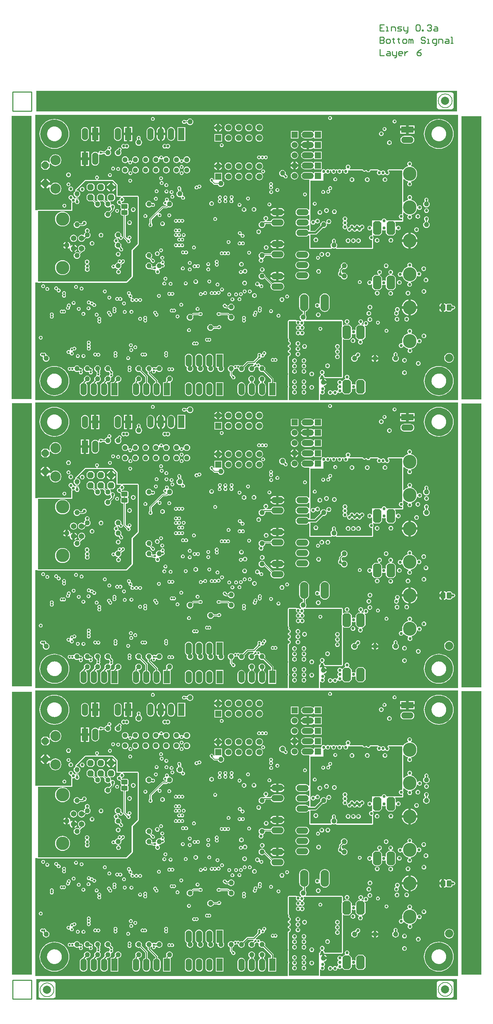
<source format=gbl>
G04 Layer_Physical_Order=6*
G04 Layer_Color=16711680*
%FSLAX24Y24*%
%MOIN*%
G70*
G01*
G75*
%ADD10C,0.0070*%
G04:AMPARAMS|DCode=11|XSize=78.7mil|YSize=78.7mil|CornerRadius=39.4mil|HoleSize=0mil|Usage=FLASHONLY|Rotation=90.000|XOffset=0mil|YOffset=0mil|HoleType=Round|Shape=RoundedRectangle|*
%AMROUNDEDRECTD11*
21,1,0.0787,0.0000,0,0,90.0*
21,1,0.0000,0.0787,0,0,90.0*
1,1,0.0787,0.0000,0.0000*
1,1,0.0787,0.0000,0.0000*
1,1,0.0787,0.0000,0.0000*
1,1,0.0787,0.0000,0.0000*
%
%ADD11ROUNDEDRECTD11*%
%ADD12C,0.0100*%
%ADD13C,0.0650*%
%ADD14C,0.0080*%
%ADD15C,0.0200*%
G04:AMPARAMS|DCode=24|XSize=50mil|YSize=50mil|CornerRadius=25mil|HoleSize=0mil|Usage=FLASHONLY|Rotation=270.000|XOffset=0mil|YOffset=0mil|HoleType=Round|Shape=RoundedRectangle|*
%AMROUNDEDRECTD24*
21,1,0.0500,0.0000,0,0,270.0*
21,1,0.0000,0.0500,0,0,270.0*
1,1,0.0500,0.0000,0.0000*
1,1,0.0500,0.0000,0.0000*
1,1,0.0500,0.0000,0.0000*
1,1,0.0500,0.0000,0.0000*
%
%ADD24ROUNDEDRECTD24*%
%ADD69C,0.0120*%
%ADD77C,0.0090*%
%ADD96C,0.0504*%
%ADD97R,0.0600X0.1200*%
%ADD98O,0.0600X0.1200*%
%ADD99O,0.1200X0.0600*%
%ADD100R,0.1200X0.0600*%
G04:AMPARAMS|DCode=101|XSize=133mil|YSize=83mil|CornerRadius=0mil|HoleSize=0mil|Usage=FLASHONLY|Rotation=90.000|XOffset=0mil|YOffset=0mil|HoleType=Round|Shape=Octagon|*
%AMOCTAGOND101*
4,1,8,0.0208,0.0665,-0.0208,0.0665,-0.0415,0.0457,-0.0415,-0.0457,-0.0208,-0.0665,0.0208,-0.0665,0.0415,-0.0457,0.0415,0.0457,0.0208,0.0665,0.0*
%
%ADD101OCTAGOND101*%

%ADD102C,0.0800*%
%ADD103P,0.0758X8X292.5*%
%ADD104C,0.1000*%
%ADD105C,0.0540*%
%ADD106C,0.1305*%
%ADD107P,0.0671X8X22.5*%
%ADD108O,0.0825X0.1650*%
%ADD109O,0.1300X0.1360*%
%ADD110R,0.0591X0.0591*%
%ADD111C,0.0591*%
%ADD112O,0.1181X0.0591*%
%ADD113R,0.0591X0.0591*%
%ADD114C,0.0220*%
%ADD115C,0.0300*%
%ADD116C,0.0320*%
G04:AMPARAMS|DCode=137|XSize=46mil|YSize=63mil|CornerRadius=11.5mil|HoleSize=0mil|Usage=FLASHONLY|Rotation=180.000|XOffset=0mil|YOffset=0mil|HoleType=Round|Shape=RoundedRectangle|*
%AMROUNDEDRECTD137*
21,1,0.0460,0.0400,0,0,180.0*
21,1,0.0230,0.0630,0,0,180.0*
1,1,0.0230,-0.0115,0.0200*
1,1,0.0230,0.0115,0.0200*
1,1,0.0230,0.0115,-0.0200*
1,1,0.0230,-0.0115,-0.0200*
%
%ADD137ROUNDEDRECTD137*%
G04:AMPARAMS|DCode=138|XSize=46mil|YSize=63mil|CornerRadius=11.5mil|HoleSize=0mil|Usage=FLASHONLY|Rotation=270.000|XOffset=0mil|YOffset=0mil|HoleType=Round|Shape=RoundedRectangle|*
%AMROUNDEDRECTD138*
21,1,0.0460,0.0400,0,0,270.0*
21,1,0.0230,0.0630,0,0,270.0*
1,1,0.0230,-0.0200,-0.0115*
1,1,0.0230,-0.0200,0.0115*
1,1,0.0230,0.0200,0.0115*
1,1,0.0230,0.0200,-0.0115*
%
%ADD138ROUNDEDRECTD138*%
G04:AMPARAMS|DCode=139|XSize=50mil|YSize=50mil|CornerRadius=25mil|HoleSize=0mil|Usage=FLASHONLY|Rotation=0.000|XOffset=0mil|YOffset=0mil|HoleType=Round|Shape=RoundedRectangle|*
%AMROUNDEDRECTD139*
21,1,0.0500,0.0000,0,0,0.0*
21,1,0.0000,0.0500,0,0,0.0*
1,1,0.0500,0.0000,0.0000*
1,1,0.0500,0.0000,0.0000*
1,1,0.0500,0.0000,0.0000*
1,1,0.0500,0.0000,0.0000*
%
%ADD139ROUNDEDRECTD139*%
%ADD140R,0.0591X0.0591*%
G36*
X52943Y95955D02*
X12008D01*
Y97953D01*
X52943D01*
Y95955D01*
D02*
G37*
G36*
X16009Y87408D02*
X16011Y87395D01*
X16015Y87383D01*
X16020Y87371D01*
X16026Y87359D01*
X16034Y87347D01*
X16043Y87335D01*
X16053Y87324D01*
X16065Y87313D01*
X16078Y87303D01*
X15870Y87275D01*
X15881Y87290D01*
X15900Y87319D01*
X15907Y87333D01*
X15914Y87346D01*
X15919Y87360D01*
X15923Y87373D01*
X15926Y87385D01*
X15928Y87398D01*
X15928Y87410D01*
X16008Y87421D01*
X16009Y87408D01*
D02*
G37*
G36*
X19819Y88843D02*
Y87657D01*
X20244D01*
X20257Y87611D01*
X20257Y87607D01*
X20186Y87560D01*
X20137Y87487D01*
X20120Y87402D01*
X20124Y87384D01*
X20088Y87348D01*
X20079Y87350D01*
X19993Y87333D01*
X19920Y87285D01*
X19871Y87212D01*
X19854Y87126D01*
X19871Y87040D01*
X19920Y86967D01*
X19993Y86919D01*
X19999Y86918D01*
X20007Y86905D01*
X20008Y86905D01*
X20008Y86904D01*
X20024Y86893D01*
X20040Y86882D01*
X20041Y86882D01*
X20041Y86882D01*
X20060Y86878D01*
X20079Y86874D01*
X20094Y86874D01*
X20104Y86873D01*
X20114Y86872D01*
X20122Y86870D01*
X20128Y86868D01*
X20133Y86866D01*
X20137Y86865D01*
X20140Y86863D01*
X20142Y86861D01*
X20148Y86856D01*
X20163Y86847D01*
X20177Y86838D01*
X20180Y86837D01*
X20182Y86836D01*
X20199Y86833D01*
X20212Y86831D01*
Y86632D01*
X20226Y86560D01*
X20267Y86498D01*
X20299Y86477D01*
Y86417D01*
X20267Y86395D01*
X20226Y86334D01*
X20212Y86262D01*
Y86032D01*
X20226Y85960D01*
X20267Y85898D01*
X20328Y85858D01*
X20400Y85843D01*
X20488D01*
Y83741D01*
X20488Y83741D01*
X20497Y83698D01*
X20521Y83662D01*
X20749Y83433D01*
X20753Y83416D01*
X20756Y83398D01*
X20757Y83396D01*
X20757Y83395D01*
X20767Y83380D01*
X20777Y83364D01*
X20781Y83359D01*
X20783Y83357D01*
X20784Y83355D01*
X20785Y83354D01*
X20785Y83353D01*
X20786Y83352D01*
X20786Y83351D01*
X20786Y83349D01*
X20786Y83347D01*
X20787Y83341D01*
X20791Y83323D01*
X20794Y83305D01*
X20795Y83304D01*
X20795Y83302D01*
X20806Y83287D01*
X20816Y83272D01*
X20818Y83271D01*
X20818Y83270D01*
X20834Y83260D01*
X20840Y83256D01*
X20869Y83213D01*
X20928Y83173D01*
X20998Y83159D01*
X21069Y83173D01*
X21128Y83213D01*
X21168Y83273D01*
X21182Y83343D01*
X21168Y83413D01*
X21128Y83473D01*
X21115Y83482D01*
X21125Y83535D01*
X21164Y83542D01*
X21223Y83582D01*
X21263Y83642D01*
X21277Y83712D01*
X21263Y83782D01*
X21223Y83842D01*
X21164Y83881D01*
X21093Y83895D01*
X21023Y83881D01*
X20964Y83842D01*
X20924Y83782D01*
X20910Y83712D01*
X20913Y83695D01*
X20873Y83639D01*
X20862Y83638D01*
X20713Y83787D01*
Y85843D01*
X20800D01*
X20873Y85858D01*
X20934Y85898D01*
X20975Y85960D01*
X20989Y86032D01*
Y86262D01*
X20975Y86334D01*
X20934Y86395D01*
X20902Y86417D01*
Y86477D01*
X20934Y86498D01*
X20975Y86560D01*
X20989Y86632D01*
Y86862D01*
X20975Y86934D01*
X20934Y86995D01*
X20873Y87036D01*
X20800Y87050D01*
X20400D01*
X20357Y87042D01*
X20349Y87057D01*
X20343Y87062D01*
X20342Y87065D01*
X20340Y87068D01*
X20338Y87071D01*
X20336Y87077D01*
X20335Y87083D01*
X20333Y87091D01*
X20332Y87100D01*
X20331Y87111D01*
X20331Y87126D01*
X20330Y87129D01*
X20333Y87140D01*
X20357Y87178D01*
X20362Y87180D01*
X20367Y87182D01*
X20430Y87194D01*
X20503Y87243D01*
X20552Y87316D01*
X20569Y87402D01*
X20552Y87487D01*
X20503Y87560D01*
X20432Y87607D01*
X20432Y87611D01*
X20445Y87657D01*
X21870D01*
Y83061D01*
X21299Y82490D01*
Y79951D01*
X20768Y79419D01*
X12195D01*
Y86299D01*
X15532D01*
Y87095D01*
X15570Y87126D01*
X15610Y87118D01*
X15696Y87136D01*
X15727Y87156D01*
X15773Y87137D01*
X15781Y87097D01*
X15830Y87024D01*
X15903Y86976D01*
X15989Y86958D01*
X16074Y86976D01*
X16147Y87024D01*
X16196Y87097D01*
X16213Y87183D01*
X16196Y87269D01*
X16178Y87295D01*
X16178Y87296D01*
X16180Y87314D01*
X16179Y87315D01*
X16179Y87317D01*
X16173Y87334D01*
X16168Y87352D01*
X16167Y87353D01*
X16166Y87354D01*
X16154Y87368D01*
X16142Y87383D01*
X16131Y87391D01*
X16125Y87397D01*
X16120Y87402D01*
X16116Y87407D01*
X16114Y87410D01*
X16112Y87413D01*
X16112Y87415D01*
X16111Y87417D01*
X16111Y87419D01*
X16110Y87427D01*
X16109Y87431D01*
X16109Y87436D01*
X16104Y87450D01*
X16100Y87465D01*
X16098Y87469D01*
X16096Y87473D01*
X16086Y87485D01*
X16081Y87492D01*
Y87653D01*
X16130Y87673D01*
X16197Y87725D01*
X16248Y87791D01*
X16280Y87869D01*
X16291Y87953D01*
X16280Y88036D01*
X16248Y88114D01*
X16197Y88181D01*
X16130Y88232D01*
X16052Y88265D01*
X15969Y88276D01*
X15930Y88270D01*
X15906Y88318D01*
X16791Y89203D01*
X19459Y89203D01*
X19819Y88843D01*
D02*
G37*
G36*
X20229Y87107D02*
X20230Y87090D01*
X20232Y87074D01*
X20235Y87059D01*
X20239Y87045D01*
X20244Y87032D01*
X20250Y87020D01*
X20257Y87008D01*
X20264Y86998D01*
X20273Y86988D01*
X20216Y86932D01*
X20207Y86940D01*
X20196Y86948D01*
X20185Y86955D01*
X20173Y86961D01*
X20160Y86965D01*
X20146Y86969D01*
X20131Y86972D01*
X20115Y86975D01*
X20098Y86976D01*
X20080Y86976D01*
X20229Y87124D01*
X20229Y87107D01*
D02*
G37*
G36*
X20915Y83483D02*
X20923Y83477D01*
X20932Y83471D01*
X20940Y83466D01*
X20949Y83462D01*
X20958Y83458D01*
X20968Y83456D01*
X20977Y83454D01*
X20987Y83453D01*
X20997Y83453D01*
X20889Y83344D01*
X20888Y83354D01*
X20887Y83364D01*
X20885Y83374D01*
X20883Y83383D01*
X20879Y83392D01*
X20875Y83401D01*
X20870Y83410D01*
X20865Y83418D01*
X20858Y83426D01*
X20851Y83434D01*
X20908Y83490D01*
X20915Y83483D01*
D02*
G37*
G36*
X53050Y67895D02*
X39637D01*
X39630Y67903D01*
Y68482D01*
X39700Y68504D01*
X39773Y68456D01*
X39859Y68438D01*
X39944Y68456D01*
X40017Y68504D01*
X40066Y68577D01*
X40083Y68663D01*
X40066Y68749D01*
X40017Y68821D01*
X40055Y68880D01*
X40086Y68927D01*
X40103Y69013D01*
X40086Y69099D01*
X40037Y69171D01*
X39974Y69214D01*
X39973Y69252D01*
X39983Y69286D01*
X40030Y69292D01*
X40115Y69327D01*
X40188Y69383D01*
X40244Y69456D01*
X40268Y69513D01*
X39938D01*
Y69633D01*
X39818D01*
Y69962D01*
X39762Y69938D01*
X39700Y69891D01*
X39658Y69903D01*
X39630Y69921D01*
Y70062D01*
X39632Y70063D01*
X39645Y70074D01*
X39659Y70083D01*
X39661Y70086D01*
X39663Y70088D01*
X39686Y70115D01*
X39688Y70120D01*
X39691Y70124D01*
X39697Y70137D01*
X39704Y70151D01*
X39705Y70156D01*
X39707Y70160D01*
X39720Y70226D01*
X39746Y70265D01*
X39761Y70275D01*
X39768Y70282D01*
X39776Y70288D01*
X39782Y70296D01*
X39789Y70303D01*
X39793Y70313D01*
X39793Y70313D01*
X39797Y70314D01*
X39831Y70318D01*
X39865Y70314D01*
X39869Y70313D01*
X39869Y70313D01*
X39873Y70303D01*
X39880Y70296D01*
X39886Y70288D01*
X39894Y70282D01*
X39901Y70275D01*
X39916Y70265D01*
X39942Y70226D01*
X39955Y70160D01*
X39957Y70156D01*
X39958Y70151D01*
X39965Y70137D01*
X39971Y70124D01*
X39974Y70120D01*
X39977Y70115D01*
X40007Y70078D01*
X40011Y70075D01*
X40014Y70071D01*
X40026Y70062D01*
X40038Y70053D01*
X40043Y70051D01*
X40047Y70049D01*
X40062Y70046D01*
X40076Y70041D01*
X40081Y70042D01*
X40086Y70041D01*
X41739D01*
X41778Y70049D01*
X41811Y70071D01*
X41833Y70104D01*
X41840Y70143D01*
Y73815D01*
X41905Y73842D01*
X41976Y73772D01*
X42461D01*
X42703Y74014D01*
Y74305D01*
X42773Y74342D01*
X42813Y74316D01*
X42899Y74298D01*
X42984Y74316D01*
X43003Y74328D01*
X43073Y74291D01*
Y74014D01*
X43316Y73772D01*
X43384D01*
X43405Y73702D01*
X43390Y73691D01*
X43341Y73619D01*
X43324Y73533D01*
X43341Y73447D01*
X43390Y73374D01*
X43463Y73326D01*
X43548Y73308D01*
X43634Y73326D01*
X43707Y73374D01*
X43756Y73447D01*
X43773Y73533D01*
X43756Y73619D01*
X43707Y73691D01*
X43692Y73702D01*
X43713Y73772D01*
X43801D01*
X44043Y74014D01*
Y74999D01*
X43963Y75079D01*
X43992Y75142D01*
X43996Y75145D01*
X44078Y75128D01*
X44164Y75146D01*
X44237Y75194D01*
X44286Y75267D01*
X44303Y75353D01*
X44286Y75439D01*
X44237Y75511D01*
X44164Y75560D01*
X44078Y75577D01*
X43993Y75560D01*
X43920Y75511D01*
X43871Y75439D01*
X43854Y75353D01*
X43871Y75271D01*
X43868Y75266D01*
X43805Y75237D01*
X43801Y75242D01*
X43662D01*
X43655Y75312D01*
X43674Y75316D01*
X43747Y75364D01*
X43796Y75437D01*
X43813Y75523D01*
X43796Y75609D01*
X43747Y75681D01*
X43674Y75730D01*
X43589Y75747D01*
X43503Y75730D01*
X43430Y75681D01*
X43381Y75609D01*
X43364Y75523D01*
X43381Y75437D01*
X43430Y75364D01*
X43503Y75316D01*
X43522Y75312D01*
X43515Y75242D01*
X43316D01*
X43073Y74999D01*
Y74755D01*
X43003Y74717D01*
X42984Y74730D01*
X42899Y74747D01*
X42813Y74730D01*
X42773Y74704D01*
X42703Y74741D01*
Y74999D01*
X42461Y75242D01*
X42272D01*
X42265Y75312D01*
X42334Y75326D01*
X42407Y75374D01*
X42456Y75447D01*
X42473Y75533D01*
X42456Y75619D01*
X42407Y75691D01*
X42334Y75740D01*
X42249Y75757D01*
X42163Y75740D01*
X42090Y75691D01*
X42041Y75619D01*
X42024Y75533D01*
X42041Y75447D01*
X42090Y75374D01*
X42163Y75326D01*
X42232Y75312D01*
X42225Y75242D01*
X41976D01*
X41905Y75171D01*
X41840Y75198D01*
Y75583D01*
X41833Y75622D01*
X41811Y75655D01*
X41778Y75677D01*
X41739Y75685D01*
X38254D01*
X38220Y75755D01*
X38248Y75791D01*
X38280Y75869D01*
X38291Y75953D01*
X38280Y76036D01*
X38248Y76114D01*
X38201Y76176D01*
Y76500D01*
X38204Y76500D01*
X38322Y76549D01*
X38423Y76626D01*
X38500Y76727D01*
X38549Y76844D01*
X38565Y76970D01*
Y77795D01*
X38549Y77921D01*
X38500Y78039D01*
X38423Y78139D01*
X38322Y78217D01*
X38204Y78265D01*
X38078Y78282D01*
X37953Y78265D01*
X37835Y78217D01*
X37734Y78139D01*
X37657Y78039D01*
X37608Y77921D01*
X37592Y77795D01*
Y76970D01*
X37608Y76844D01*
X37657Y76727D01*
X37734Y76626D01*
X37835Y76549D01*
X37953Y76500D01*
X37956Y76500D01*
Y76274D01*
X37885Y76265D01*
X37807Y76232D01*
X37740Y76181D01*
X37689Y76114D01*
X37657Y76036D01*
X37646Y75953D01*
X37657Y75869D01*
X37689Y75791D01*
X37740Y75725D01*
X37790Y75687D01*
X37781Y75623D01*
X37776Y75613D01*
X37763Y75610D01*
X37744Y75597D01*
X37657Y75601D01*
X37584Y75650D01*
X37499Y75667D01*
X37413Y75650D01*
X37347Y75655D01*
X37342Y75658D01*
X37339Y75662D01*
X37326Y75669D01*
X37313Y75677D01*
X37308Y75678D01*
X37304Y75680D01*
X37289Y75682D01*
X37274Y75685D01*
X36619D01*
X36579Y75677D01*
X36579Y75677D01*
X36559Y75669D01*
X36559Y75669D01*
X36526Y75647D01*
X36504Y75613D01*
X36497Y75574D01*
Y73889D01*
X36498Y73880D01*
Y73869D01*
X36502Y73860D01*
X36504Y73850D01*
X36510Y73842D01*
X36514Y73833D01*
X36530Y73809D01*
X36539Y73763D01*
X36529Y73714D01*
X36527Y73712D01*
X36523Y73698D01*
X36517Y73684D01*
Y73679D01*
X36516Y73673D01*
X36517Y73659D01*
X36517Y73644D01*
X36519Y73639D01*
X36520Y73634D01*
X36536Y73583D01*
X36536Y73582D01*
X36537Y73581D01*
X36546Y73565D01*
X36555Y73548D01*
X36556Y73547D01*
X36556Y73547D01*
X36561Y73541D01*
X36572Y73532D01*
X36582Y73522D01*
X36634Y73488D01*
X36660Y73449D01*
X36669Y73403D01*
X36660Y73357D01*
X36634Y73318D01*
X36595Y73292D01*
X36579Y73288D01*
X36569Y73285D01*
X36559Y73283D01*
X36551Y73277D01*
X36542Y73273D01*
X36535Y73266D01*
X36526Y73260D01*
X36521Y73252D01*
X36514Y73245D01*
X36510Y73236D01*
X36504Y73227D01*
X36502Y73218D01*
X36498Y73208D01*
Y73198D01*
X36497Y73188D01*
Y73107D01*
X36498Y73097D01*
Y73087D01*
X36502Y73078D01*
X36504Y73068D01*
X36510Y73060D01*
X36514Y73050D01*
X36521Y73043D01*
X36526Y73035D01*
X36535Y73029D01*
X36542Y73022D01*
X36551Y73018D01*
X36559Y73013D01*
X36569Y73011D01*
X36579Y73007D01*
X36595Y73004D01*
X36634Y72978D01*
X36660Y72939D01*
X36669Y72893D01*
X36660Y72847D01*
X36634Y72808D01*
X36595Y72782D01*
X36579Y72778D01*
X36569Y72775D01*
X36559Y72773D01*
X36551Y72767D01*
X36542Y72763D01*
X36535Y72756D01*
X36526Y72750D01*
X36521Y72742D01*
X36514Y72735D01*
X36510Y72726D01*
X36504Y72717D01*
X36502Y72708D01*
X36498Y72698D01*
Y72688D01*
X36497Y72678D01*
Y72587D01*
X36498Y72577D01*
Y72567D01*
X36502Y72558D01*
X36504Y72548D01*
X36510Y72540D01*
X36514Y72530D01*
X36521Y72523D01*
X36526Y72515D01*
X36535Y72509D01*
X36542Y72502D01*
X36551Y72498D01*
X36559Y72493D01*
X36569Y72491D01*
X36579Y72487D01*
X36595Y72484D01*
X36634Y72458D01*
X36660Y72419D01*
X36669Y72373D01*
X36660Y72327D01*
X36634Y72288D01*
X36595Y72262D01*
X36579Y72258D01*
X36569Y72255D01*
X36559Y72253D01*
X36551Y72247D01*
X36542Y72243D01*
X36535Y72236D01*
X36526Y72230D01*
X36521Y72222D01*
X36514Y72215D01*
X36510Y72206D01*
X36504Y72197D01*
X36502Y72188D01*
X36498Y72178D01*
Y72168D01*
X36497Y72158D01*
Y69279D01*
X36498Y69269D01*
Y69259D01*
X36501Y69252D01*
X36511Y69205D01*
X36501Y69159D01*
X36498Y69152D01*
Y69142D01*
X36497Y69132D01*
Y67903D01*
X36490Y67895D01*
X11910D01*
Y79348D01*
X12122D01*
X12123Y79347D01*
X12156Y79325D01*
X12195Y79317D01*
X20768D01*
X20807Y79325D01*
X20840Y79347D01*
X21371Y79879D01*
X21393Y79912D01*
X21401Y79951D01*
Y82448D01*
X21942Y82989D01*
X21964Y83022D01*
X21972Y83061D01*
Y87657D01*
X21964Y87697D01*
X21942Y87730D01*
X21909Y87752D01*
X21870Y87759D01*
X20445D01*
X20438Y87758D01*
X20432Y87759D01*
X20419Y87754D01*
X20405Y87752D01*
X20400Y87748D01*
X20394Y87746D01*
X20391Y87744D01*
X20367Y87735D01*
X20344Y87733D01*
X20322Y87735D01*
X20298Y87744D01*
X20295Y87746D01*
X20289Y87748D01*
X20283Y87752D01*
X20270Y87754D01*
X20257Y87759D01*
X20251Y87758D01*
X20244Y87759D01*
X19920D01*
Y88843D01*
X19913Y88882D01*
X19891Y88915D01*
X19531Y89275D01*
X19498Y89297D01*
X19459Y89305D01*
X17968Y89305D01*
X17961Y89375D01*
X17991Y89381D01*
X18051Y89420D01*
X18091Y89480D01*
X18105Y89550D01*
X18091Y89620D01*
X18051Y89680D01*
X17991Y89720D01*
X17921Y89734D01*
X17851Y89720D01*
X17791Y89680D01*
X17751Y89620D01*
X17737Y89550D01*
X17751Y89480D01*
X17791Y89420D01*
X17851Y89381D01*
X17881Y89375D01*
X17874Y89305D01*
X16791D01*
X16752Y89297D01*
X16719Y89275D01*
X15834Y88390D01*
X15832Y88387D01*
X15830Y88385D01*
X15821Y88371D01*
X15812Y88357D01*
X15811Y88353D01*
X15810Y88351D01*
X15808Y88334D01*
X15804Y88318D01*
X15805Y88314D01*
X15805Y88311D01*
X15809Y88295D01*
X15812Y88279D01*
X15807Y88232D01*
X15740Y88181D01*
X15689Y88114D01*
X15657Y88036D01*
X15646Y87953D01*
X15657Y87869D01*
X15689Y87791D01*
X15740Y87725D01*
X15807Y87673D01*
X15856Y87653D01*
Y87536D01*
X15838Y87519D01*
X15769Y87501D01*
X15696Y87550D01*
X15675Y87554D01*
X15613Y87603D01*
X15596Y87689D01*
X15547Y87761D01*
X15474Y87810D01*
X15388Y87827D01*
X15303Y87810D01*
X15230Y87761D01*
X15181Y87689D01*
X15164Y87603D01*
X15181Y87517D01*
X15230Y87444D01*
X15303Y87396D01*
X15324Y87391D01*
X15386Y87343D01*
X15403Y87257D01*
X15423Y87227D01*
X15451Y87181D01*
X15442Y87143D01*
X15440Y87138D01*
X15437Y87134D01*
X15434Y87119D01*
X15430Y87105D01*
X15431Y87100D01*
X15430Y87095D01*
Y86401D01*
X12195D01*
X12156Y86393D01*
X12129Y86375D01*
X11910D01*
Y95649D01*
X53050D01*
X53050Y67895D01*
D02*
G37*
G36*
X41739Y75005D02*
X41733Y74999D01*
Y74014D01*
X41739Y74009D01*
Y70143D01*
X40086D01*
X40055Y70180D01*
X40038Y70266D01*
X39990Y70339D01*
X39958Y70360D01*
Y70420D01*
X39990Y70442D01*
X40038Y70514D01*
X40055Y70600D01*
X40038Y70686D01*
X39990Y70759D01*
X39917Y70807D01*
X39831Y70824D01*
X39745Y70807D01*
X39672Y70759D01*
X39624Y70686D01*
X39607Y70600D01*
X39624Y70514D01*
X39672Y70442D01*
X39704Y70420D01*
Y70360D01*
X39672Y70339D01*
X39624Y70266D01*
X39607Y70180D01*
X39584Y70153D01*
X39530Y70151D01*
X39529Y70153D01*
Y67903D01*
X36598D01*
Y69132D01*
X36601Y69135D01*
X36615Y69205D01*
X36601Y69276D01*
X36598Y69279D01*
Y72158D01*
X36634Y72166D01*
X36707Y72214D01*
X36756Y72287D01*
X36773Y72373D01*
X36756Y72459D01*
X36707Y72531D01*
X36634Y72580D01*
X36598Y72587D01*
Y72678D01*
X36634Y72686D01*
X36707Y72734D01*
X36756Y72807D01*
X36773Y72893D01*
X36756Y72979D01*
X36707Y73051D01*
X36634Y73100D01*
X36598Y73107D01*
Y73188D01*
X36634Y73196D01*
X36707Y73244D01*
X36756Y73317D01*
X36773Y73403D01*
X36756Y73489D01*
X36707Y73561D01*
X36638Y73607D01*
X36633Y73613D01*
X36617Y73664D01*
X36626Y73677D01*
X36643Y73763D01*
X36626Y73849D01*
X36598Y73889D01*
Y75574D01*
X36619Y75583D01*
X37274D01*
X37298Y75539D01*
X37291Y75529D01*
X37274Y75443D01*
X37291Y75357D01*
X37340Y75284D01*
X37413Y75236D01*
X37499Y75218D01*
X37584Y75236D01*
X37620Y75259D01*
X37688Y75247D01*
X37690Y75244D01*
X37763Y75196D01*
X37774Y75193D01*
X37780Y75141D01*
X37720Y75101D01*
X37713Y75092D01*
X37664D01*
X37657Y75101D01*
X37584Y75150D01*
X37499Y75167D01*
X37413Y75150D01*
X37340Y75101D01*
X37291Y75029D01*
X37274Y74943D01*
X37291Y74857D01*
X37340Y74784D01*
X37413Y74736D01*
X37499Y74718D01*
X37584Y74736D01*
X37657Y74784D01*
X37664Y74794D01*
X37713D01*
X37720Y74784D01*
X37793Y74736D01*
X37878Y74718D01*
X37964Y74736D01*
X38037Y74784D01*
X38086Y74857D01*
X38103Y74943D01*
X38086Y75029D01*
X38037Y75101D01*
X37964Y75150D01*
X37953Y75152D01*
X37948Y75204D01*
X38007Y75244D01*
X38056Y75317D01*
X38073Y75403D01*
X38056Y75489D01*
X38026Y75533D01*
X38053Y75583D01*
X41739D01*
Y75005D01*
D02*
G37*
G36*
X11565Y68002D02*
X11565D01*
D01*
Y68002D01*
X11565Y68002D01*
D01*
D01*
X9626D01*
Y95522D01*
X11565D01*
Y68002D01*
D02*
G37*
G36*
X55315Y67972D02*
X55315Y67972D01*
X53376D01*
Y95492D01*
X55315D01*
X55315Y67972D01*
D02*
G37*
G36*
X16009Y59416D02*
X16011Y59403D01*
X16015Y59391D01*
X16020Y59378D01*
X16026Y59366D01*
X16034Y59355D01*
X16043Y59343D01*
X16053Y59332D01*
X16065Y59321D01*
X16078Y59311D01*
X15870Y59283D01*
X15881Y59298D01*
X15900Y59326D01*
X15907Y59340D01*
X15914Y59354D01*
X15919Y59367D01*
X15923Y59381D01*
X15926Y59393D01*
X15928Y59406D01*
X15928Y59418D01*
X16008Y59429D01*
X16009Y59416D01*
D02*
G37*
G36*
X19819Y60851D02*
Y59665D01*
X20244D01*
X20257Y59619D01*
X20257Y59615D01*
X20186Y59568D01*
X20137Y59495D01*
X20120Y59409D01*
X20124Y59392D01*
X20088Y59356D01*
X20079Y59358D01*
X19993Y59341D01*
X19920Y59292D01*
X19871Y59220D01*
X19854Y59134D01*
X19871Y59048D01*
X19920Y58975D01*
X19993Y58927D01*
X19999Y58925D01*
X20007Y58913D01*
X20008Y58912D01*
X20008Y58912D01*
X20024Y58901D01*
X20040Y58890D01*
X20041Y58890D01*
X20041Y58890D01*
X20060Y58886D01*
X20079Y58882D01*
X20094Y58882D01*
X20104Y58881D01*
X20114Y58880D01*
X20122Y58878D01*
X20128Y58876D01*
X20133Y58874D01*
X20137Y58873D01*
X20140Y58871D01*
X20142Y58869D01*
X20148Y58864D01*
X20163Y58855D01*
X20177Y58846D01*
X20180Y58845D01*
X20182Y58844D01*
X20199Y58841D01*
X20212Y58839D01*
Y58640D01*
X20226Y58568D01*
X20267Y58506D01*
X20299Y58485D01*
Y58425D01*
X20267Y58403D01*
X20226Y58342D01*
X20212Y58270D01*
Y58040D01*
X20226Y57968D01*
X20267Y57906D01*
X20328Y57865D01*
X20400Y57851D01*
X20488D01*
Y55749D01*
X20488Y55749D01*
X20497Y55706D01*
X20521Y55669D01*
X20749Y55441D01*
X20753Y55424D01*
X20756Y55406D01*
X20757Y55404D01*
X20757Y55402D01*
X20767Y55387D01*
X20777Y55372D01*
X20781Y55367D01*
X20783Y55365D01*
X20784Y55363D01*
X20785Y55362D01*
X20785Y55361D01*
X20786Y55360D01*
X20786Y55359D01*
X20786Y55357D01*
X20786Y55355D01*
X20787Y55349D01*
X20791Y55331D01*
X20794Y55313D01*
X20795Y55312D01*
X20795Y55310D01*
X20806Y55295D01*
X20816Y55280D01*
X20818Y55279D01*
X20818Y55278D01*
X20834Y55268D01*
X20840Y55264D01*
X20869Y55221D01*
X20928Y55181D01*
X20998Y55167D01*
X21069Y55181D01*
X21128Y55221D01*
X21168Y55280D01*
X21182Y55351D01*
X21168Y55421D01*
X21128Y55480D01*
X21115Y55489D01*
X21125Y55543D01*
X21164Y55550D01*
X21223Y55590D01*
X21263Y55650D01*
X21277Y55720D01*
X21263Y55790D01*
X21223Y55850D01*
X21164Y55889D01*
X21093Y55903D01*
X21023Y55889D01*
X20964Y55850D01*
X20924Y55790D01*
X20910Y55720D01*
X20913Y55703D01*
X20873Y55647D01*
X20862Y55646D01*
X20713Y55795D01*
Y57851D01*
X20800D01*
X20873Y57865D01*
X20934Y57906D01*
X20975Y57968D01*
X20989Y58040D01*
Y58270D01*
X20975Y58342D01*
X20934Y58403D01*
X20902Y58425D01*
Y58485D01*
X20934Y58506D01*
X20975Y58568D01*
X20989Y58640D01*
Y58870D01*
X20975Y58942D01*
X20934Y59003D01*
X20873Y59044D01*
X20800Y59058D01*
X20400D01*
X20357Y59050D01*
X20349Y59065D01*
X20343Y59070D01*
X20342Y59072D01*
X20340Y59075D01*
X20338Y59079D01*
X20336Y59084D01*
X20335Y59091D01*
X20333Y59099D01*
X20332Y59108D01*
X20331Y59119D01*
X20331Y59134D01*
X20330Y59137D01*
X20333Y59148D01*
X20357Y59186D01*
X20362Y59188D01*
X20367Y59190D01*
X20430Y59202D01*
X20503Y59251D01*
X20552Y59324D01*
X20569Y59409D01*
X20552Y59495D01*
X20503Y59568D01*
X20432Y59615D01*
X20432Y59619D01*
X20445Y59665D01*
X21870D01*
Y55069D01*
X21299Y54498D01*
Y51959D01*
X20768Y51427D01*
X12195D01*
Y58307D01*
X15532D01*
Y59103D01*
X15570Y59134D01*
X15610Y59126D01*
X15696Y59143D01*
X15727Y59164D01*
X15773Y59145D01*
X15781Y59105D01*
X15830Y59032D01*
X15903Y58983D01*
X15989Y58966D01*
X16074Y58983D01*
X16147Y59032D01*
X16196Y59105D01*
X16213Y59191D01*
X16196Y59276D01*
X16178Y59303D01*
X16178Y59303D01*
X16180Y59322D01*
X16179Y59323D01*
X16179Y59324D01*
X16173Y59342D01*
X16168Y59360D01*
X16167Y59361D01*
X16166Y59362D01*
X16154Y59376D01*
X16142Y59391D01*
X16131Y59399D01*
X16125Y59405D01*
X16120Y59410D01*
X16116Y59415D01*
X16114Y59418D01*
X16112Y59421D01*
X16112Y59423D01*
X16111Y59425D01*
X16111Y59427D01*
X16110Y59435D01*
X16109Y59439D01*
X16109Y59443D01*
X16104Y59458D01*
X16100Y59473D01*
X16098Y59477D01*
X16096Y59481D01*
X16086Y59493D01*
X16081Y59500D01*
Y59661D01*
X16130Y59681D01*
X16197Y59732D01*
X16248Y59799D01*
X16280Y59877D01*
X16291Y59961D01*
X16280Y60044D01*
X16248Y60122D01*
X16197Y60189D01*
X16130Y60240D01*
X16052Y60272D01*
X15969Y60283D01*
X15930Y60278D01*
X15906Y60326D01*
X16791Y61211D01*
X19459Y61211D01*
X19819Y60851D01*
D02*
G37*
G36*
X20229Y59115D02*
X20230Y59098D01*
X20232Y59082D01*
X20235Y59067D01*
X20239Y59053D01*
X20244Y59040D01*
X20250Y59027D01*
X20257Y59016D01*
X20264Y59006D01*
X20273Y58996D01*
X20216Y58940D01*
X20207Y58948D01*
X20196Y58956D01*
X20185Y58963D01*
X20173Y58968D01*
X20160Y58973D01*
X20146Y58977D01*
X20131Y58980D01*
X20115Y58982D01*
X20098Y58984D01*
X20080Y58984D01*
X20229Y59132D01*
X20229Y59115D01*
D02*
G37*
G36*
X20915Y55491D02*
X20923Y55484D01*
X20932Y55479D01*
X20940Y55474D01*
X20949Y55470D01*
X20958Y55466D01*
X20968Y55464D01*
X20977Y55462D01*
X20987Y55461D01*
X20997Y55461D01*
X20889Y55352D01*
X20888Y55362D01*
X20887Y55372D01*
X20885Y55382D01*
X20883Y55391D01*
X20879Y55400D01*
X20875Y55409D01*
X20870Y55417D01*
X20865Y55426D01*
X20858Y55434D01*
X20851Y55441D01*
X20908Y55498D01*
X20915Y55491D01*
D02*
G37*
G36*
X53050Y39902D02*
X39637D01*
X39630Y39911D01*
Y40490D01*
X39700Y40512D01*
X39773Y40463D01*
X39859Y40446D01*
X39944Y40463D01*
X40017Y40512D01*
X40066Y40585D01*
X40083Y40671D01*
X40066Y40756D01*
X40017Y40829D01*
X40055Y40888D01*
X40086Y40935D01*
X40103Y41021D01*
X40086Y41106D01*
X40037Y41179D01*
X39974Y41222D01*
X39973Y41260D01*
X39983Y41293D01*
X40030Y41300D01*
X40115Y41335D01*
X40188Y41391D01*
X40244Y41464D01*
X40268Y41521D01*
X39938D01*
Y41641D01*
X39818D01*
Y41970D01*
X39762Y41946D01*
X39700Y41899D01*
X39658Y41911D01*
X39630Y41929D01*
Y42070D01*
X39632Y42071D01*
X39645Y42081D01*
X39659Y42091D01*
X39661Y42094D01*
X39663Y42096D01*
X39686Y42123D01*
X39688Y42128D01*
X39691Y42131D01*
X39697Y42145D01*
X39704Y42158D01*
X39705Y42163D01*
X39707Y42168D01*
X39720Y42234D01*
X39746Y42273D01*
X39761Y42283D01*
X39768Y42290D01*
X39776Y42296D01*
X39782Y42304D01*
X39789Y42311D01*
X39793Y42321D01*
X39793Y42321D01*
X39797Y42322D01*
X39831Y42326D01*
X39865Y42322D01*
X39869Y42321D01*
X39869Y42321D01*
X39873Y42311D01*
X39880Y42304D01*
X39886Y42296D01*
X39894Y42290D01*
X39901Y42283D01*
X39916Y42273D01*
X39942Y42234D01*
X39955Y42168D01*
X39957Y42163D01*
X39958Y42158D01*
X39965Y42145D01*
X39971Y42131D01*
X39974Y42128D01*
X39977Y42123D01*
X40007Y42086D01*
X40011Y42083D01*
X40014Y42079D01*
X40026Y42070D01*
X40038Y42061D01*
X40043Y42059D01*
X40047Y42056D01*
X40062Y42054D01*
X40076Y42049D01*
X40081Y42050D01*
X40086Y42049D01*
X41739D01*
X41778Y42056D01*
X41811Y42079D01*
X41833Y42112D01*
X41840Y42151D01*
Y45823D01*
X41905Y45850D01*
X41976Y45780D01*
X42461D01*
X42703Y46022D01*
Y46312D01*
X42773Y46350D01*
X42813Y46323D01*
X42899Y46306D01*
X42984Y46323D01*
X43003Y46336D01*
X43073Y46298D01*
Y46022D01*
X43316Y45780D01*
X43384D01*
X43405Y45710D01*
X43390Y45699D01*
X43341Y45626D01*
X43324Y45541D01*
X43341Y45455D01*
X43390Y45382D01*
X43463Y45333D01*
X43548Y45316D01*
X43634Y45333D01*
X43707Y45382D01*
X43756Y45455D01*
X43773Y45541D01*
X43756Y45626D01*
X43707Y45699D01*
X43692Y45710D01*
X43713Y45780D01*
X43801D01*
X44043Y46022D01*
Y47007D01*
X43963Y47087D01*
X43992Y47150D01*
X43996Y47153D01*
X44078Y47136D01*
X44164Y47153D01*
X44237Y47202D01*
X44286Y47275D01*
X44303Y47361D01*
X44286Y47446D01*
X44237Y47519D01*
X44164Y47568D01*
X44078Y47585D01*
X43993Y47568D01*
X43920Y47519D01*
X43871Y47446D01*
X43854Y47361D01*
X43871Y47279D01*
X43868Y47274D01*
X43805Y47245D01*
X43801Y47250D01*
X43662D01*
X43655Y47320D01*
X43674Y47323D01*
X43747Y47372D01*
X43796Y47445D01*
X43813Y47531D01*
X43796Y47616D01*
X43747Y47689D01*
X43674Y47738D01*
X43589Y47755D01*
X43503Y47738D01*
X43430Y47689D01*
X43381Y47616D01*
X43364Y47531D01*
X43381Y47445D01*
X43430Y47372D01*
X43503Y47323D01*
X43522Y47320D01*
X43515Y47250D01*
X43316D01*
X43073Y47007D01*
Y46763D01*
X43003Y46725D01*
X42984Y46738D01*
X42899Y46755D01*
X42813Y46738D01*
X42773Y46711D01*
X42703Y46749D01*
Y47007D01*
X42461Y47250D01*
X42272D01*
X42265Y47320D01*
X42334Y47333D01*
X42407Y47382D01*
X42456Y47455D01*
X42473Y47541D01*
X42456Y47626D01*
X42407Y47699D01*
X42334Y47748D01*
X42249Y47765D01*
X42163Y47748D01*
X42090Y47699D01*
X42041Y47626D01*
X42024Y47541D01*
X42041Y47455D01*
X42090Y47382D01*
X42163Y47333D01*
X42232Y47320D01*
X42225Y47250D01*
X41976D01*
X41905Y47179D01*
X41840Y47206D01*
Y47591D01*
X41833Y47630D01*
X41811Y47663D01*
X41778Y47685D01*
X41739Y47693D01*
X38254D01*
X38220Y47763D01*
X38248Y47799D01*
X38280Y47877D01*
X38291Y47961D01*
X38280Y48044D01*
X38248Y48122D01*
X38201Y48183D01*
Y48508D01*
X38204Y48508D01*
X38322Y48557D01*
X38423Y48634D01*
X38500Y48735D01*
X38549Y48852D01*
X38565Y48978D01*
Y49803D01*
X38549Y49929D01*
X38500Y50046D01*
X38423Y50147D01*
X38322Y50225D01*
X38204Y50273D01*
X38078Y50290D01*
X37953Y50273D01*
X37835Y50225D01*
X37734Y50147D01*
X37657Y50046D01*
X37608Y49929D01*
X37592Y49803D01*
Y48978D01*
X37608Y48852D01*
X37657Y48735D01*
X37734Y48634D01*
X37835Y48557D01*
X37953Y48508D01*
X37956Y48508D01*
Y48282D01*
X37885Y48272D01*
X37807Y48240D01*
X37740Y48189D01*
X37689Y48122D01*
X37657Y48044D01*
X37646Y47961D01*
X37657Y47877D01*
X37689Y47799D01*
X37740Y47732D01*
X37790Y47695D01*
X37781Y47631D01*
X37776Y47621D01*
X37763Y47618D01*
X37744Y47605D01*
X37657Y47609D01*
X37584Y47658D01*
X37499Y47675D01*
X37413Y47658D01*
X37347Y47663D01*
X37342Y47666D01*
X37339Y47669D01*
X37326Y47677D01*
X37313Y47685D01*
X37308Y47686D01*
X37304Y47688D01*
X37289Y47690D01*
X37274Y47693D01*
X36619D01*
X36579Y47685D01*
X36579Y47685D01*
X36559Y47677D01*
X36559Y47677D01*
X36526Y47654D01*
X36504Y47621D01*
X36497Y47582D01*
Y45897D01*
X36498Y45887D01*
Y45877D01*
X36502Y45868D01*
X36504Y45858D01*
X36510Y45850D01*
X36514Y45841D01*
X36530Y45817D01*
X36539Y45771D01*
X36529Y45722D01*
X36527Y45720D01*
X36523Y45706D01*
X36517Y45692D01*
Y45687D01*
X36516Y45681D01*
X36517Y45667D01*
X36517Y45652D01*
X36519Y45647D01*
X36520Y45642D01*
X36536Y45591D01*
X36536Y45590D01*
X36537Y45589D01*
X36546Y45572D01*
X36555Y45556D01*
X36556Y45555D01*
X36556Y45554D01*
X36561Y45549D01*
X36572Y45540D01*
X36582Y45530D01*
X36634Y45496D01*
X36660Y45457D01*
X36669Y45411D01*
X36660Y45365D01*
X36634Y45326D01*
X36595Y45299D01*
X36579Y45296D01*
X36569Y45292D01*
X36559Y45290D01*
X36551Y45285D01*
X36542Y45281D01*
X36535Y45274D01*
X36526Y45268D01*
X36521Y45260D01*
X36514Y45253D01*
X36510Y45244D01*
X36504Y45235D01*
X36502Y45225D01*
X36498Y45216D01*
Y45206D01*
X36497Y45196D01*
Y45115D01*
X36498Y45105D01*
Y45095D01*
X36502Y45086D01*
X36504Y45076D01*
X36510Y45068D01*
X36514Y45058D01*
X36521Y45051D01*
X36526Y45043D01*
X36535Y45037D01*
X36542Y45030D01*
X36551Y45026D01*
X36559Y45021D01*
X36569Y45019D01*
X36579Y45015D01*
X36595Y45012D01*
X36634Y44986D01*
X36660Y44947D01*
X36669Y44901D01*
X36660Y44855D01*
X36634Y44816D01*
X36595Y44789D01*
X36579Y44786D01*
X36569Y44782D01*
X36559Y44780D01*
X36551Y44775D01*
X36542Y44771D01*
X36535Y44764D01*
X36526Y44758D01*
X36521Y44750D01*
X36514Y44743D01*
X36510Y44734D01*
X36504Y44725D01*
X36502Y44715D01*
X36498Y44706D01*
Y44696D01*
X36497Y44686D01*
Y44595D01*
X36498Y44585D01*
Y44575D01*
X36502Y44566D01*
X36504Y44556D01*
X36510Y44548D01*
X36514Y44538D01*
X36521Y44531D01*
X36526Y44523D01*
X36535Y44517D01*
X36542Y44510D01*
X36551Y44506D01*
X36559Y44501D01*
X36569Y44499D01*
X36579Y44495D01*
X36595Y44492D01*
X36634Y44466D01*
X36660Y44427D01*
X36669Y44381D01*
X36660Y44335D01*
X36634Y44296D01*
X36595Y44269D01*
X36579Y44266D01*
X36569Y44262D01*
X36559Y44260D01*
X36551Y44255D01*
X36542Y44251D01*
X36535Y44244D01*
X36526Y44238D01*
X36521Y44230D01*
X36514Y44223D01*
X36510Y44214D01*
X36504Y44205D01*
X36502Y44195D01*
X36498Y44186D01*
Y44176D01*
X36497Y44166D01*
Y41286D01*
X36498Y41277D01*
Y41267D01*
X36501Y41260D01*
X36511Y41213D01*
X36501Y41166D01*
X36498Y41160D01*
Y41150D01*
X36497Y41140D01*
Y39911D01*
X36490Y39902D01*
X11910D01*
Y51356D01*
X12122D01*
X12123Y51355D01*
X12156Y51333D01*
X12195Y51325D01*
X20768D01*
X20807Y51333D01*
X20840Y51355D01*
X21371Y51887D01*
X21393Y51920D01*
X21401Y51959D01*
Y54456D01*
X21942Y54997D01*
X21964Y55030D01*
X21972Y55069D01*
Y59665D01*
X21964Y59704D01*
X21942Y59737D01*
X21909Y59760D01*
X21870Y59767D01*
X20445D01*
X20438Y59766D01*
X20432Y59767D01*
X20419Y59762D01*
X20405Y59760D01*
X20400Y59756D01*
X20394Y59754D01*
X20391Y59752D01*
X20367Y59743D01*
X20344Y59741D01*
X20322Y59743D01*
X20298Y59752D01*
X20295Y59754D01*
X20289Y59756D01*
X20283Y59760D01*
X20270Y59762D01*
X20257Y59767D01*
X20251Y59766D01*
X20244Y59767D01*
X19920D01*
Y60851D01*
X19913Y60890D01*
X19891Y60923D01*
X19531Y61283D01*
X19498Y61305D01*
X19459Y61313D01*
X17968Y61313D01*
X17961Y61383D01*
X17991Y61389D01*
X18051Y61428D01*
X18091Y61488D01*
X18105Y61558D01*
X18091Y61628D01*
X18051Y61688D01*
X17991Y61728D01*
X17921Y61742D01*
X17851Y61728D01*
X17791Y61688D01*
X17751Y61628D01*
X17737Y61558D01*
X17751Y61488D01*
X17791Y61428D01*
X17851Y61389D01*
X17881Y61383D01*
X17874Y61313D01*
X16791D01*
X16752Y61305D01*
X16719Y61283D01*
X15834Y60398D01*
X15832Y60395D01*
X15830Y60393D01*
X15821Y60378D01*
X15812Y60365D01*
X15811Y60361D01*
X15810Y60358D01*
X15808Y60342D01*
X15804Y60326D01*
X15805Y60322D01*
X15805Y60319D01*
X15809Y60303D01*
X15812Y60287D01*
X15807Y60240D01*
X15740Y60189D01*
X15689Y60122D01*
X15657Y60044D01*
X15646Y59961D01*
X15657Y59877D01*
X15689Y59799D01*
X15740Y59732D01*
X15807Y59681D01*
X15856Y59661D01*
Y59544D01*
X15838Y59527D01*
X15769Y59509D01*
X15696Y59558D01*
X15675Y59562D01*
X15613Y59611D01*
X15596Y59696D01*
X15547Y59769D01*
X15474Y59818D01*
X15388Y59835D01*
X15303Y59818D01*
X15230Y59769D01*
X15181Y59696D01*
X15164Y59611D01*
X15181Y59525D01*
X15230Y59452D01*
X15303Y59403D01*
X15324Y59399D01*
X15386Y59351D01*
X15403Y59265D01*
X15423Y59235D01*
X15451Y59189D01*
X15442Y59151D01*
X15440Y59146D01*
X15437Y59142D01*
X15434Y59127D01*
X15430Y59113D01*
X15431Y59108D01*
X15430Y59103D01*
Y58409D01*
X12195D01*
X12156Y58401D01*
X12129Y58383D01*
X11910D01*
Y67657D01*
X53050D01*
X53050Y39902D01*
D02*
G37*
G36*
X41739Y47013D02*
X41733Y47007D01*
Y46022D01*
X41739Y46017D01*
Y42151D01*
X40086D01*
X40055Y42188D01*
X40038Y42274D01*
X39990Y42347D01*
X39958Y42368D01*
Y42428D01*
X39990Y42449D01*
X40038Y42522D01*
X40055Y42608D01*
X40038Y42694D01*
X39990Y42767D01*
X39917Y42815D01*
X39831Y42832D01*
X39745Y42815D01*
X39672Y42767D01*
X39624Y42694D01*
X39607Y42608D01*
X39624Y42522D01*
X39672Y42449D01*
X39704Y42428D01*
Y42368D01*
X39672Y42347D01*
X39624Y42274D01*
X39607Y42188D01*
X39584Y42161D01*
X39530Y42159D01*
X39529Y42161D01*
Y39911D01*
X36598D01*
Y41140D01*
X36601Y41143D01*
X36615Y41213D01*
X36601Y41283D01*
X36598Y41286D01*
Y44166D01*
X36634Y44173D01*
X36707Y44222D01*
X36756Y44295D01*
X36773Y44381D01*
X36756Y44466D01*
X36707Y44539D01*
X36634Y44588D01*
X36598Y44595D01*
Y44686D01*
X36634Y44693D01*
X36707Y44742D01*
X36756Y44815D01*
X36773Y44901D01*
X36756Y44986D01*
X36707Y45059D01*
X36634Y45108D01*
X36598Y45115D01*
Y45196D01*
X36634Y45203D01*
X36707Y45252D01*
X36756Y45325D01*
X36773Y45411D01*
X36756Y45496D01*
X36707Y45569D01*
X36638Y45615D01*
X36633Y45621D01*
X36617Y45672D01*
X36626Y45685D01*
X36643Y45771D01*
X36626Y45856D01*
X36598Y45897D01*
Y47582D01*
X36619Y47591D01*
X37274D01*
X37298Y47547D01*
X37291Y47536D01*
X37274Y47451D01*
X37291Y47365D01*
X37340Y47292D01*
X37413Y47243D01*
X37499Y47226D01*
X37584Y47243D01*
X37620Y47267D01*
X37688Y47255D01*
X37690Y47252D01*
X37763Y47203D01*
X37774Y47201D01*
X37780Y47149D01*
X37720Y47109D01*
X37713Y47100D01*
X37664D01*
X37657Y47109D01*
X37584Y47158D01*
X37499Y47175D01*
X37413Y47158D01*
X37340Y47109D01*
X37291Y47036D01*
X37274Y46951D01*
X37291Y46865D01*
X37340Y46792D01*
X37413Y46743D01*
X37499Y46726D01*
X37584Y46743D01*
X37657Y46792D01*
X37664Y46802D01*
X37713D01*
X37720Y46792D01*
X37793Y46743D01*
X37878Y46726D01*
X37964Y46743D01*
X38037Y46792D01*
X38086Y46865D01*
X38103Y46951D01*
X38086Y47036D01*
X38037Y47109D01*
X37964Y47158D01*
X37953Y47160D01*
X37948Y47212D01*
X38007Y47252D01*
X38056Y47325D01*
X38073Y47411D01*
X38056Y47496D01*
X38026Y47541D01*
X38053Y47591D01*
X41739D01*
Y47013D01*
D02*
G37*
G36*
X11585Y40069D02*
X11585D01*
D01*
Y40069D01*
X11585Y40069D01*
D01*
D01*
X9646D01*
Y67589D01*
X11585D01*
Y40069D01*
D02*
G37*
G36*
X55315Y39970D02*
X55315Y39970D01*
X53376D01*
Y67569D01*
X55315D01*
X55315Y39970D01*
D02*
G37*
G36*
X16009Y31424D02*
X16011Y31411D01*
X16015Y31399D01*
X16020Y31386D01*
X16026Y31374D01*
X16034Y31363D01*
X16043Y31351D01*
X16053Y31340D01*
X16065Y31329D01*
X16078Y31319D01*
X15870Y31291D01*
X15881Y31306D01*
X15900Y31334D01*
X15907Y31348D01*
X15914Y31362D01*
X15919Y31375D01*
X15923Y31388D01*
X15926Y31401D01*
X15928Y31414D01*
X15928Y31426D01*
X16008Y31437D01*
X16009Y31424D01*
D02*
G37*
G36*
X19819Y32859D02*
Y31673D01*
X20244D01*
X20257Y31627D01*
X20257Y31623D01*
X20186Y31576D01*
X20137Y31503D01*
X20120Y31417D01*
X20124Y31399D01*
X20088Y31364D01*
X20079Y31366D01*
X19993Y31349D01*
X19920Y31300D01*
X19871Y31228D01*
X19854Y31142D01*
X19871Y31056D01*
X19920Y30983D01*
X19993Y30935D01*
X19999Y30933D01*
X20007Y30921D01*
X20008Y30920D01*
X20008Y30920D01*
X20024Y30909D01*
X20040Y30898D01*
X20041Y30898D01*
X20041Y30898D01*
X20060Y30894D01*
X20079Y30890D01*
X20094Y30890D01*
X20104Y30889D01*
X20114Y30888D01*
X20122Y30886D01*
X20128Y30884D01*
X20133Y30882D01*
X20137Y30880D01*
X20140Y30879D01*
X20142Y30877D01*
X20148Y30872D01*
X20163Y30863D01*
X20177Y30853D01*
X20180Y30853D01*
X20182Y30852D01*
X20199Y30849D01*
X20212Y30847D01*
Y30648D01*
X20226Y30575D01*
X20267Y30514D01*
X20299Y30493D01*
Y30433D01*
X20267Y30411D01*
X20226Y30350D01*
X20212Y30278D01*
Y30048D01*
X20226Y29975D01*
X20267Y29914D01*
X20328Y29873D01*
X20400Y29859D01*
X20488D01*
Y27757D01*
X20488Y27757D01*
X20497Y27714D01*
X20521Y27677D01*
X20749Y27449D01*
X20753Y27432D01*
X20756Y27414D01*
X20757Y27412D01*
X20757Y27410D01*
X20767Y27395D01*
X20777Y27380D01*
X20781Y27375D01*
X20783Y27373D01*
X20784Y27371D01*
X20785Y27370D01*
X20785Y27369D01*
X20786Y27368D01*
X20786Y27366D01*
X20786Y27365D01*
X20786Y27363D01*
X20787Y27357D01*
X20791Y27339D01*
X20794Y27321D01*
X20795Y27319D01*
X20795Y27318D01*
X20806Y27303D01*
X20816Y27288D01*
X20818Y27287D01*
X20818Y27286D01*
X20834Y27276D01*
X20840Y27272D01*
X20869Y27229D01*
X20928Y27189D01*
X20998Y27175D01*
X21069Y27189D01*
X21128Y27229D01*
X21168Y27288D01*
X21182Y27359D01*
X21168Y27429D01*
X21128Y27488D01*
X21115Y27497D01*
X21125Y27550D01*
X21164Y27558D01*
X21223Y27598D01*
X21263Y27657D01*
X21277Y27728D01*
X21263Y27798D01*
X21223Y27857D01*
X21164Y27897D01*
X21093Y27911D01*
X21023Y27897D01*
X20964Y27857D01*
X20924Y27798D01*
X20910Y27728D01*
X20913Y27711D01*
X20873Y27655D01*
X20862Y27654D01*
X20713Y27803D01*
Y29859D01*
X20800D01*
X20873Y29873D01*
X20934Y29914D01*
X20975Y29975D01*
X20989Y30048D01*
Y30278D01*
X20975Y30350D01*
X20934Y30411D01*
X20902Y30433D01*
Y30493D01*
X20934Y30514D01*
X20975Y30575D01*
X20989Y30648D01*
Y30878D01*
X20975Y30950D01*
X20934Y31011D01*
X20873Y31052D01*
X20800Y31066D01*
X20400D01*
X20357Y31058D01*
X20349Y31072D01*
X20343Y31078D01*
X20342Y31080D01*
X20340Y31083D01*
X20338Y31087D01*
X20336Y31092D01*
X20335Y31099D01*
X20333Y31107D01*
X20332Y31116D01*
X20331Y31127D01*
X20331Y31142D01*
X20330Y31145D01*
X20333Y31155D01*
X20357Y31193D01*
X20362Y31196D01*
X20367Y31197D01*
X20430Y31210D01*
X20503Y31259D01*
X20552Y31331D01*
X20569Y31417D01*
X20552Y31503D01*
X20503Y31576D01*
X20432Y31623D01*
X20432Y31627D01*
X20445Y31673D01*
X21870D01*
Y27077D01*
X21299Y26506D01*
Y23967D01*
X20768Y23435D01*
X12195D01*
Y30315D01*
X15532D01*
Y31110D01*
X15570Y31142D01*
X15610Y31134D01*
X15696Y31151D01*
X15727Y31172D01*
X15773Y31153D01*
X15781Y31113D01*
X15830Y31040D01*
X15903Y30991D01*
X15989Y30974D01*
X16074Y30991D01*
X16147Y31040D01*
X16196Y31113D01*
X16213Y31198D01*
X16196Y31284D01*
X16178Y31311D01*
X16178Y31311D01*
X16180Y31330D01*
X16179Y31331D01*
X16179Y31332D01*
X16173Y31350D01*
X16168Y31368D01*
X16167Y31369D01*
X16166Y31370D01*
X16154Y31384D01*
X16142Y31398D01*
X16131Y31407D01*
X16125Y31413D01*
X16120Y31418D01*
X16116Y31422D01*
X16114Y31426D01*
X16112Y31429D01*
X16112Y31431D01*
X16111Y31433D01*
X16111Y31435D01*
X16110Y31443D01*
X16109Y31447D01*
X16109Y31451D01*
X16104Y31466D01*
X16100Y31481D01*
X16098Y31485D01*
X16096Y31489D01*
X16086Y31500D01*
X16081Y31508D01*
Y31669D01*
X16130Y31689D01*
X16197Y31740D01*
X16248Y31807D01*
X16280Y31885D01*
X16291Y31969D01*
X16280Y32052D01*
X16248Y32130D01*
X16197Y32197D01*
X16130Y32248D01*
X16052Y32280D01*
X15969Y32291D01*
X15930Y32286D01*
X15906Y32334D01*
X16791Y33219D01*
X19459Y33219D01*
X19819Y32859D01*
D02*
G37*
G36*
X20229Y31122D02*
X20230Y31106D01*
X20232Y31090D01*
X20235Y31075D01*
X20239Y31061D01*
X20244Y31048D01*
X20250Y31035D01*
X20257Y31024D01*
X20264Y31014D01*
X20273Y31004D01*
X20216Y30948D01*
X20207Y30956D01*
X20196Y30964D01*
X20185Y30970D01*
X20173Y30976D01*
X20160Y30981D01*
X20146Y30985D01*
X20131Y30988D01*
X20115Y30990D01*
X20098Y30991D01*
X20080Y30992D01*
X20229Y31140D01*
X20229Y31122D01*
D02*
G37*
G36*
X20915Y27499D02*
X20923Y27492D01*
X20932Y27487D01*
X20940Y27482D01*
X20949Y27478D01*
X20958Y27474D01*
X20968Y27472D01*
X20977Y27470D01*
X20987Y27469D01*
X20997Y27469D01*
X20889Y27360D01*
X20888Y27370D01*
X20887Y27380D01*
X20885Y27389D01*
X20883Y27399D01*
X20879Y27408D01*
X20875Y27417D01*
X20870Y27425D01*
X20865Y27434D01*
X20858Y27442D01*
X20851Y27449D01*
X20908Y27506D01*
X20915Y27499D01*
D02*
G37*
G36*
X53050Y11910D02*
X39637D01*
X39630Y11919D01*
Y12498D01*
X39700Y12520D01*
X39773Y12471D01*
X39859Y12454D01*
X39944Y12471D01*
X40017Y12520D01*
X40066Y12593D01*
X40083Y12679D01*
X40066Y12764D01*
X40017Y12837D01*
X40055Y12896D01*
X40086Y12943D01*
X40103Y13029D01*
X40086Y13114D01*
X40037Y13187D01*
X39974Y13230D01*
X39973Y13267D01*
X39983Y13301D01*
X40030Y13308D01*
X40115Y13343D01*
X40188Y13399D01*
X40244Y13472D01*
X40268Y13528D01*
X39938D01*
Y13649D01*
X39818D01*
Y13978D01*
X39762Y13954D01*
X39700Y13907D01*
X39658Y13919D01*
X39630Y13937D01*
Y14078D01*
X39632Y14079D01*
X39645Y14089D01*
X39659Y14099D01*
X39661Y14102D01*
X39663Y14104D01*
X39686Y14131D01*
X39688Y14136D01*
X39691Y14139D01*
X39697Y14153D01*
X39704Y14166D01*
X39705Y14171D01*
X39707Y14176D01*
X39720Y14242D01*
X39746Y14281D01*
X39761Y14291D01*
X39768Y14298D01*
X39776Y14304D01*
X39782Y14312D01*
X39789Y14319D01*
X39793Y14328D01*
X39793Y14329D01*
X39797Y14330D01*
X39831Y14333D01*
X39865Y14330D01*
X39869Y14329D01*
X39869Y14328D01*
X39873Y14319D01*
X39880Y14312D01*
X39886Y14304D01*
X39894Y14298D01*
X39901Y14291D01*
X39916Y14281D01*
X39942Y14242D01*
X39955Y14176D01*
X39957Y14171D01*
X39958Y14166D01*
X39965Y14153D01*
X39971Y14139D01*
X39974Y14136D01*
X39977Y14131D01*
X40007Y14094D01*
X40011Y14091D01*
X40014Y14086D01*
X40026Y14078D01*
X40038Y14069D01*
X40043Y14067D01*
X40047Y14064D01*
X40062Y14061D01*
X40076Y14057D01*
X40081Y14058D01*
X40086Y14057D01*
X41739D01*
X41778Y14064D01*
X41811Y14086D01*
X41833Y14119D01*
X41840Y14159D01*
Y17831D01*
X41905Y17858D01*
X41976Y17787D01*
X42461D01*
X42703Y18030D01*
Y18320D01*
X42773Y18358D01*
X42813Y18331D01*
X42899Y18314D01*
X42984Y18331D01*
X43003Y18344D01*
X43073Y18306D01*
Y18030D01*
X43316Y17787D01*
X43384D01*
X43405Y17717D01*
X43390Y17707D01*
X43341Y17634D01*
X43324Y17549D01*
X43341Y17463D01*
X43390Y17390D01*
X43463Y17341D01*
X43548Y17324D01*
X43634Y17341D01*
X43707Y17390D01*
X43756Y17463D01*
X43773Y17549D01*
X43756Y17634D01*
X43707Y17707D01*
X43692Y17717D01*
X43713Y17787D01*
X43801D01*
X44043Y18030D01*
Y19015D01*
X43963Y19095D01*
X43992Y19158D01*
X43996Y19161D01*
X44078Y19144D01*
X44164Y19161D01*
X44237Y19210D01*
X44286Y19283D01*
X44303Y19368D01*
X44286Y19454D01*
X44237Y19527D01*
X44164Y19576D01*
X44078Y19593D01*
X43993Y19576D01*
X43920Y19527D01*
X43871Y19454D01*
X43854Y19368D01*
X43871Y19286D01*
X43868Y19282D01*
X43805Y19253D01*
X43801Y19257D01*
X43662D01*
X43655Y19327D01*
X43674Y19331D01*
X43747Y19380D01*
X43796Y19453D01*
X43813Y19539D01*
X43796Y19624D01*
X43747Y19697D01*
X43674Y19746D01*
X43589Y19763D01*
X43503Y19746D01*
X43430Y19697D01*
X43381Y19624D01*
X43364Y19539D01*
X43381Y19453D01*
X43430Y19380D01*
X43503Y19331D01*
X43522Y19327D01*
X43515Y19257D01*
X43316D01*
X43073Y19015D01*
Y18771D01*
X43003Y18733D01*
X42984Y18746D01*
X42899Y18763D01*
X42813Y18746D01*
X42773Y18719D01*
X42703Y18757D01*
Y19015D01*
X42461Y19257D01*
X42272D01*
X42265Y19327D01*
X42334Y19341D01*
X42407Y19390D01*
X42456Y19463D01*
X42473Y19548D01*
X42456Y19634D01*
X42407Y19707D01*
X42334Y19756D01*
X42249Y19773D01*
X42163Y19756D01*
X42090Y19707D01*
X42041Y19634D01*
X42024Y19548D01*
X42041Y19463D01*
X42090Y19390D01*
X42163Y19341D01*
X42232Y19327D01*
X42225Y19257D01*
X41976D01*
X41905Y19187D01*
X41840Y19214D01*
Y19598D01*
X41833Y19638D01*
X41811Y19671D01*
X41778Y19693D01*
X41739Y19700D01*
X38254D01*
X38220Y19770D01*
X38248Y19807D01*
X38280Y19885D01*
X38291Y19969D01*
X38280Y20052D01*
X38248Y20130D01*
X38201Y20191D01*
Y20515D01*
X38204Y20516D01*
X38322Y20565D01*
X38423Y20642D01*
X38500Y20743D01*
X38549Y20860D01*
X38565Y20986D01*
Y21811D01*
X38549Y21937D01*
X38500Y22054D01*
X38423Y22155D01*
X38322Y22232D01*
X38204Y22281D01*
X38078Y22298D01*
X37953Y22281D01*
X37835Y22232D01*
X37734Y22155D01*
X37657Y22054D01*
X37608Y21937D01*
X37592Y21811D01*
Y20986D01*
X37608Y20860D01*
X37657Y20743D01*
X37734Y20642D01*
X37835Y20565D01*
X37953Y20516D01*
X37956Y20515D01*
Y20290D01*
X37885Y20280D01*
X37807Y20248D01*
X37740Y20197D01*
X37689Y20130D01*
X37657Y20052D01*
X37646Y19969D01*
X37657Y19885D01*
X37689Y19807D01*
X37740Y19740D01*
X37790Y19702D01*
X37781Y19639D01*
X37776Y19628D01*
X37763Y19626D01*
X37744Y19613D01*
X37657Y19617D01*
X37584Y19666D01*
X37499Y19683D01*
X37413Y19666D01*
X37347Y19671D01*
X37342Y19673D01*
X37339Y19677D01*
X37326Y19684D01*
X37313Y19693D01*
X37308Y19694D01*
X37304Y19696D01*
X37289Y19698D01*
X37274Y19700D01*
X36619D01*
X36579Y19693D01*
X36579Y19693D01*
X36559Y19684D01*
X36559Y19684D01*
X36526Y19662D01*
X36504Y19629D01*
X36497Y19590D01*
Y17905D01*
X36498Y17895D01*
Y17885D01*
X36502Y17876D01*
X36504Y17866D01*
X36510Y17858D01*
X36514Y17848D01*
X36530Y17825D01*
X36539Y17779D01*
X36529Y17730D01*
X36527Y17727D01*
X36523Y17713D01*
X36517Y17700D01*
Y17694D01*
X36516Y17689D01*
X36517Y17675D01*
X36517Y17660D01*
X36519Y17655D01*
X36520Y17650D01*
X36536Y17598D01*
X36536Y17598D01*
X36537Y17597D01*
X36546Y17580D01*
X36555Y17564D01*
X36556Y17563D01*
X36556Y17562D01*
X36561Y17556D01*
X36572Y17548D01*
X36582Y17538D01*
X36634Y17504D01*
X36660Y17465D01*
X36669Y17419D01*
X36660Y17372D01*
X36634Y17333D01*
X36595Y17307D01*
X36579Y17304D01*
X36569Y17300D01*
X36559Y17298D01*
X36551Y17293D01*
X36542Y17289D01*
X36535Y17282D01*
X36526Y17276D01*
X36521Y17268D01*
X36514Y17261D01*
X36510Y17252D01*
X36504Y17243D01*
X36502Y17233D01*
X36498Y17224D01*
Y17214D01*
X36497Y17204D01*
Y17123D01*
X36498Y17113D01*
Y17103D01*
X36502Y17094D01*
X36504Y17084D01*
X36510Y17076D01*
X36514Y17066D01*
X36521Y17059D01*
X36526Y17051D01*
X36535Y17045D01*
X36542Y17038D01*
X36551Y17034D01*
X36559Y17029D01*
X36569Y17027D01*
X36579Y17023D01*
X36595Y17020D01*
X36634Y16994D01*
X36660Y16955D01*
X36669Y16909D01*
X36660Y16862D01*
X36634Y16823D01*
X36595Y16797D01*
X36579Y16794D01*
X36569Y16790D01*
X36559Y16788D01*
X36551Y16783D01*
X36542Y16779D01*
X36535Y16772D01*
X36526Y16766D01*
X36521Y16758D01*
X36514Y16751D01*
X36510Y16742D01*
X36504Y16733D01*
X36502Y16723D01*
X36498Y16714D01*
Y16704D01*
X36497Y16694D01*
Y16603D01*
X36498Y16593D01*
Y16583D01*
X36502Y16574D01*
X36504Y16564D01*
X36510Y16556D01*
X36514Y16546D01*
X36521Y16539D01*
X36526Y16531D01*
X36535Y16525D01*
X36542Y16518D01*
X36551Y16514D01*
X36559Y16509D01*
X36569Y16507D01*
X36579Y16503D01*
X36595Y16500D01*
X36634Y16474D01*
X36660Y16435D01*
X36669Y16388D01*
X36660Y16342D01*
X36634Y16303D01*
X36595Y16277D01*
X36579Y16274D01*
X36569Y16270D01*
X36559Y16268D01*
X36551Y16263D01*
X36542Y16259D01*
X36535Y16252D01*
X36526Y16246D01*
X36521Y16238D01*
X36514Y16231D01*
X36510Y16222D01*
X36504Y16213D01*
X36502Y16203D01*
X36498Y16194D01*
Y16184D01*
X36497Y16174D01*
Y13294D01*
X36498Y13285D01*
Y13274D01*
X36501Y13268D01*
X36511Y13221D01*
X36501Y13174D01*
X36498Y13168D01*
Y13158D01*
X36497Y13148D01*
Y11919D01*
X36490Y11910D01*
X11910D01*
Y23364D01*
X12122D01*
X12123Y23363D01*
X12156Y23341D01*
X12195Y23333D01*
X20768D01*
X20807Y23341D01*
X20840Y23363D01*
X21371Y23894D01*
X21393Y23928D01*
X21401Y23967D01*
Y26464D01*
X21942Y27005D01*
X21964Y27038D01*
X21972Y27077D01*
Y31673D01*
X21964Y31712D01*
X21942Y31745D01*
X21909Y31767D01*
X21870Y31775D01*
X20445D01*
X20438Y31774D01*
X20432Y31774D01*
X20419Y31770D01*
X20405Y31767D01*
X20400Y31764D01*
X20394Y31762D01*
X20391Y31759D01*
X20367Y31751D01*
X20344Y31748D01*
X20322Y31751D01*
X20298Y31759D01*
X20295Y31762D01*
X20289Y31764D01*
X20283Y31767D01*
X20270Y31770D01*
X20257Y31774D01*
X20251Y31774D01*
X20244Y31775D01*
X19920D01*
Y32859D01*
X19913Y32898D01*
X19891Y32931D01*
X19531Y33291D01*
X19498Y33313D01*
X19459Y33320D01*
X17968Y33320D01*
X17961Y33390D01*
X17991Y33396D01*
X18051Y33436D01*
X18091Y33496D01*
X18105Y33566D01*
X18091Y33636D01*
X18051Y33696D01*
X17991Y33736D01*
X17921Y33750D01*
X17851Y33736D01*
X17791Y33696D01*
X17751Y33636D01*
X17737Y33566D01*
X17751Y33496D01*
X17791Y33436D01*
X17851Y33396D01*
X17881Y33390D01*
X17874Y33320D01*
X16791D01*
X16752Y33313D01*
X16719Y33291D01*
X15834Y32406D01*
X15832Y32403D01*
X15830Y32401D01*
X15821Y32386D01*
X15812Y32373D01*
X15811Y32369D01*
X15810Y32366D01*
X15808Y32350D01*
X15804Y32334D01*
X15805Y32330D01*
X15805Y32327D01*
X15809Y32311D01*
X15812Y32294D01*
X15807Y32248D01*
X15740Y32197D01*
X15689Y32130D01*
X15657Y32052D01*
X15646Y31969D01*
X15657Y31885D01*
X15689Y31807D01*
X15740Y31740D01*
X15807Y31689D01*
X15856Y31669D01*
Y31551D01*
X15838Y31535D01*
X15769Y31517D01*
X15696Y31566D01*
X15675Y31570D01*
X15613Y31619D01*
X15596Y31704D01*
X15547Y31777D01*
X15474Y31826D01*
X15388Y31843D01*
X15303Y31826D01*
X15230Y31777D01*
X15181Y31704D01*
X15164Y31618D01*
X15181Y31533D01*
X15230Y31460D01*
X15303Y31411D01*
X15324Y31407D01*
X15386Y31358D01*
X15403Y31273D01*
X15423Y31243D01*
X15451Y31197D01*
X15442Y31159D01*
X15440Y31154D01*
X15437Y31149D01*
X15434Y31135D01*
X15430Y31120D01*
X15431Y31115D01*
X15430Y31110D01*
Y30417D01*
X12195D01*
X12156Y30409D01*
X12129Y30391D01*
X11910D01*
Y39664D01*
X53050D01*
X53050Y11910D01*
D02*
G37*
G36*
X41739Y19020D02*
X41733Y19015D01*
Y18030D01*
X41739Y18024D01*
Y14159D01*
X40086D01*
X40055Y14196D01*
X40038Y14282D01*
X39990Y14355D01*
X39958Y14376D01*
Y14436D01*
X39990Y14457D01*
X40038Y14530D01*
X40055Y14616D01*
X40038Y14702D01*
X39990Y14774D01*
X39917Y14823D01*
X39831Y14840D01*
X39745Y14823D01*
X39672Y14774D01*
X39624Y14702D01*
X39607Y14616D01*
X39624Y14530D01*
X39672Y14457D01*
X39704Y14436D01*
Y14376D01*
X39672Y14355D01*
X39624Y14282D01*
X39607Y14196D01*
X39584Y14169D01*
X39530Y14167D01*
X39529Y14168D01*
Y11918D01*
X36598D01*
Y13148D01*
X36601Y13151D01*
X36615Y13221D01*
X36601Y13291D01*
X36598Y13294D01*
Y16174D01*
X36634Y16181D01*
X36707Y16230D01*
X36756Y16303D01*
X36773Y16388D01*
X36756Y16474D01*
X36707Y16547D01*
X36634Y16596D01*
X36598Y16603D01*
Y16694D01*
X36634Y16701D01*
X36707Y16750D01*
X36756Y16823D01*
X36773Y16909D01*
X36756Y16994D01*
X36707Y17067D01*
X36634Y17116D01*
X36598Y17123D01*
Y17204D01*
X36634Y17211D01*
X36707Y17260D01*
X36756Y17333D01*
X36773Y17419D01*
X36756Y17504D01*
X36707Y17577D01*
X36638Y17623D01*
X36633Y17629D01*
X36617Y17680D01*
X36626Y17693D01*
X36643Y17779D01*
X36626Y17864D01*
X36598Y17905D01*
Y19590D01*
X36619Y19598D01*
X37274D01*
X37298Y19554D01*
X37291Y19544D01*
X37274Y19459D01*
X37291Y19373D01*
X37340Y19300D01*
X37413Y19251D01*
X37499Y19234D01*
X37584Y19251D01*
X37620Y19275D01*
X37688Y19263D01*
X37690Y19260D01*
X37763Y19211D01*
X37774Y19209D01*
X37780Y19157D01*
X37720Y19117D01*
X37713Y19108D01*
X37664D01*
X37657Y19117D01*
X37584Y19166D01*
X37499Y19183D01*
X37413Y19166D01*
X37340Y19117D01*
X37291Y19044D01*
X37274Y18958D01*
X37291Y18873D01*
X37340Y18800D01*
X37413Y18751D01*
X37499Y18734D01*
X37584Y18751D01*
X37657Y18800D01*
X37664Y18809D01*
X37713D01*
X37720Y18800D01*
X37793Y18751D01*
X37878Y18734D01*
X37964Y18751D01*
X38037Y18800D01*
X38086Y18873D01*
X38103Y18958D01*
X38086Y19044D01*
X38037Y19117D01*
X37964Y19166D01*
X37953Y19168D01*
X37948Y19220D01*
X38007Y19260D01*
X38056Y19333D01*
X38073Y19418D01*
X38056Y19504D01*
X38026Y19548D01*
X38053Y19598D01*
X41739D01*
Y19020D01*
D02*
G37*
G36*
X11585Y12047D02*
X11585D01*
D01*
Y12047D01*
X11585Y12047D01*
D01*
D01*
X9646D01*
Y39518D01*
X11585D01*
Y12047D01*
D02*
G37*
G36*
X55315D02*
X55315Y12047D01*
X53376D01*
Y39616D01*
X55315D01*
X55315Y12047D01*
D02*
G37*
G36*
X52943Y9606D02*
X12008D01*
Y11604D01*
X52943D01*
Y9606D01*
D02*
G37*
%LPC*%
G36*
X52391Y97821D02*
Y97820D01*
X51209D01*
Y97821D01*
X51120Y97804D01*
X51045Y97753D01*
X50994Y97677D01*
X50976Y97588D01*
X50978D01*
Y96407D01*
X50976D01*
X50994Y96318D01*
X51045Y96242D01*
X51120Y96192D01*
X51209Y96174D01*
Y96175D01*
X52391D01*
Y96174D01*
X52480Y96192D01*
X52555Y96242D01*
X52606Y96318D01*
X52624Y96407D01*
X52622D01*
Y97588D01*
X52624D01*
X52606Y97677D01*
X52555Y97753D01*
X52480Y97804D01*
X52391Y97821D01*
D02*
G37*
G36*
X19499Y89008D02*
X19414D01*
Y88718D01*
X19704D01*
Y88803D01*
X19499Y89008D01*
D02*
G37*
G36*
X19174D02*
X19089D01*
X18884Y88803D01*
Y88718D01*
X19174D01*
Y89008D01*
D02*
G37*
G36*
X18484Y88978D02*
X18104D01*
X17914Y88788D01*
Y88408D01*
X18104Y88218D01*
X18484D01*
X18674Y88408D01*
Y88788D01*
X18484Y88978D01*
D02*
G37*
G36*
X17484D02*
X17104D01*
X16914Y88788D01*
Y88408D01*
X17104Y88218D01*
X17484D01*
X17674Y88408D01*
Y88788D01*
X17484Y88978D01*
D02*
G37*
G36*
X19704Y88478D02*
X19414D01*
Y88188D01*
X19499D01*
X19704Y88393D01*
Y88478D01*
D02*
G37*
G36*
X19174D02*
X18884D01*
Y88393D01*
X19089Y88188D01*
X19174D01*
Y88478D01*
D02*
G37*
G36*
X16490Y88628D02*
X16405Y88611D01*
X16332Y88562D01*
X16283Y88489D01*
X16266Y88403D01*
X16283Y88317D01*
X16332Y88245D01*
X16405Y88196D01*
X16490Y88179D01*
X16576Y88196D01*
X16649Y88245D01*
X16698Y88317D01*
X16715Y88403D01*
X16698Y88489D01*
X16649Y88562D01*
X16576Y88611D01*
X16490Y88628D01*
D02*
G37*
G36*
X19484Y87978D02*
X19104D01*
X18914Y87788D01*
Y87408D01*
X19000Y87322D01*
X18977Y87274D01*
X18968Y87276D01*
X18885Y87265D01*
X18815Y87236D01*
X18658Y87393D01*
X18674Y87408D01*
Y87788D01*
X18484Y87978D01*
X18104D01*
X17914Y87788D01*
Y87408D01*
X18000Y87322D01*
X17977Y87274D01*
X17968Y87276D01*
X17885Y87265D01*
X17815Y87236D01*
X17658Y87393D01*
X17674Y87408D01*
Y87788D01*
X17484Y87978D01*
X17104D01*
X16914Y87788D01*
Y87408D01*
X17104Y87218D01*
X17484D01*
X17499Y87234D01*
X17669Y87065D01*
X17657Y87036D01*
X17646Y86953D01*
X17657Y86869D01*
X17689Y86791D01*
X17740Y86725D01*
X17807Y86673D01*
X17885Y86641D01*
X17968Y86630D01*
X18052Y86641D01*
X18130Y86673D01*
X18197Y86725D01*
X18248Y86791D01*
X18280Y86869D01*
X18291Y86953D01*
X18280Y87036D01*
X18248Y87114D01*
X18206Y87168D01*
X18224Y87218D01*
X18484D01*
X18499Y87234D01*
X18669Y87065D01*
X18657Y87036D01*
X18646Y86953D01*
X18657Y86869D01*
X18689Y86791D01*
X18740Y86725D01*
X18807Y86673D01*
X18885Y86641D01*
X18968Y86630D01*
X19052Y86641D01*
X19130Y86673D01*
X19166Y86701D01*
X19221Y86680D01*
X19231Y86627D01*
X19235Y86622D01*
X19232Y86608D01*
X19232Y86607D01*
X19232Y86606D01*
X19235Y86587D01*
X19238Y86569D01*
X19239Y86568D01*
X19239Y86567D01*
X19250Y86551D01*
X19260Y86535D01*
X19268Y86527D01*
X19272Y86521D01*
X19276Y86516D01*
X19279Y86511D01*
X19281Y86506D01*
X19283Y86502D01*
X19285Y86497D01*
X19286Y86492D01*
X19286Y86487D01*
X19287Y86477D01*
X19291Y86460D01*
X19293Y86450D01*
X19091Y86248D01*
X19052Y86265D01*
X18968Y86276D01*
X18885Y86265D01*
X18807Y86232D01*
X18740Y86181D01*
X18689Y86114D01*
X18657Y86036D01*
X18646Y85953D01*
X18657Y85869D01*
X18689Y85791D01*
X18740Y85725D01*
X18807Y85673D01*
X18885Y85641D01*
X18968Y85630D01*
X19052Y85641D01*
X19130Y85673D01*
X19197Y85725D01*
X19248Y85791D01*
X19280Y85869D01*
X19291Y85953D01*
X19280Y86036D01*
X19264Y86075D01*
X19525Y86336D01*
X19552Y86376D01*
X19558Y86406D01*
X19558Y86406D01*
X19559Y86408D01*
X19561Y86409D01*
X19571Y86424D01*
X19581Y86439D01*
X19582Y86441D01*
X19583Y86442D01*
X19586Y86460D01*
X19590Y86477D01*
X19591Y86487D01*
X19591Y86492D01*
X19592Y86497D01*
X19594Y86502D01*
X19596Y86506D01*
X19598Y86511D01*
X19601Y86516D01*
X19605Y86521D01*
X19609Y86527D01*
X19617Y86535D01*
X19627Y86551D01*
X19638Y86567D01*
X19638Y86568D01*
X19639Y86569D01*
X19642Y86587D01*
X19645Y86606D01*
X19645Y86607D01*
X19645Y86608D01*
X19642Y86622D01*
X19646Y86627D01*
X19663Y86713D01*
X19646Y86799D01*
X19597Y86871D01*
X19524Y86920D01*
X19439Y86937D01*
X19353Y86920D01*
X19331Y86905D01*
X19289Y86932D01*
X19291Y86953D01*
X19280Y87036D01*
X19248Y87114D01*
X19206Y87168D01*
X19224Y87218D01*
X19484D01*
X19674Y87408D01*
Y87788D01*
X19484Y87978D01*
D02*
G37*
G36*
X21446Y86649D02*
X21360Y86632D01*
X21287Y86583D01*
X21238Y86510D01*
X21221Y86424D01*
X21238Y86339D01*
X21287Y86266D01*
X21360Y86217D01*
X21446Y86200D01*
X21531Y86217D01*
X21604Y86266D01*
X21653Y86339D01*
X21670Y86424D01*
X21653Y86510D01*
X21604Y86583D01*
X21531Y86632D01*
X21446Y86649D01*
D02*
G37*
G36*
X19871Y86479D02*
X19801Y86465D01*
X19741Y86425D01*
X19701Y86366D01*
X19688Y86295D01*
X19701Y86225D01*
X19741Y86166D01*
X19801Y86126D01*
X19871Y86112D01*
X19941Y86126D01*
X20001Y86166D01*
X20041Y86225D01*
X20055Y86295D01*
X20041Y86366D01*
X20001Y86425D01*
X19941Y86465D01*
X19871Y86479D01*
D02*
G37*
G36*
X16688Y85327D02*
X16603Y85310D01*
X16530Y85261D01*
X16481Y85189D01*
X16469Y85129D01*
X16467Y85125D01*
X16460Y85118D01*
X16456Y85109D01*
X16450Y85100D01*
X16448Y85091D01*
X16445Y85082D01*
X16444Y85071D01*
X16444Y85070D01*
X16266D01*
X16248Y85114D01*
X16197Y85181D01*
X16130Y85232D01*
X16052Y85265D01*
X15969Y85276D01*
X15885Y85265D01*
X15807Y85232D01*
X15740Y85181D01*
X15689Y85114D01*
X15657Y85036D01*
X15646Y84953D01*
X15657Y84869D01*
X15689Y84791D01*
X15740Y84725D01*
X15807Y84673D01*
X15885Y84641D01*
X15969Y84630D01*
X16052Y84641D01*
X16130Y84673D01*
X16197Y84725D01*
X16248Y84791D01*
X16266Y84836D01*
X16518D01*
X16529Y84828D01*
X16530Y84827D01*
X16531Y84827D01*
X16550Y84823D01*
X16568Y84819D01*
X16569Y84819D01*
X16570Y84819D01*
X16589Y84823D01*
X16607Y84826D01*
X16608Y84827D01*
X16609Y84827D01*
X16625Y84837D01*
X16641Y84847D01*
X16648Y84854D01*
X16652Y84858D01*
X16657Y84859D01*
X16667Y84859D01*
X16676Y84863D01*
X16686Y84864D01*
X16695Y84870D01*
X16704Y84874D01*
X16711Y84881D01*
X16715Y84884D01*
X16774Y84896D01*
X16847Y84944D01*
X16896Y85017D01*
X16913Y85103D01*
X16896Y85189D01*
X16847Y85261D01*
X16774Y85310D01*
X16688Y85327D01*
D02*
G37*
G36*
X21093Y85382D02*
X21007Y85365D01*
X20934Y85316D01*
X20885Y85243D01*
X20868Y85157D01*
X20885Y85072D01*
X20934Y84999D01*
X21007Y84950D01*
X21093Y84933D01*
X21178Y84950D01*
X21251Y84999D01*
X21300Y85072D01*
X21317Y85157D01*
X21300Y85243D01*
X21251Y85316D01*
X21178Y85365D01*
X21093Y85382D01*
D02*
G37*
G36*
X14567Y86238D02*
X14425Y86224D01*
X14289Y86183D01*
X14164Y86115D01*
X14054Y86025D01*
X13963Y85915D01*
X13896Y85790D01*
X13855Y85653D01*
X13841Y85512D01*
X13855Y85370D01*
X13896Y85234D01*
X13963Y85108D01*
X14054Y84998D01*
X14164Y84908D01*
X14289Y84841D01*
X14425Y84800D01*
X14567Y84786D01*
X14709Y84800D01*
X14845Y84841D01*
X14970Y84908D01*
X15080Y84998D01*
X15171Y85108D01*
X15238Y85234D01*
X15279Y85370D01*
X15293Y85512D01*
X15279Y85653D01*
X15238Y85790D01*
X15171Y85915D01*
X15080Y86025D01*
X14970Y86115D01*
X14845Y86183D01*
X14709Y86224D01*
X14567Y86238D01*
D02*
G37*
G36*
X16968Y84607D02*
X16883Y84590D01*
X16810Y84541D01*
X16761Y84469D01*
X16744Y84383D01*
X16761Y84297D01*
X16805Y84231D01*
X16740Y84181D01*
X16689Y84114D01*
X16657Y84036D01*
X16647Y83964D01*
X16603Y83936D01*
X16598Y83939D01*
X16516Y83973D01*
X16427Y83985D01*
X16338Y83973D01*
X16255Y83939D01*
X16184Y83884D01*
X16130Y83813D01*
X16096Y83730D01*
X16084Y83642D01*
X16096Y83553D01*
X16130Y83470D01*
X16184Y83399D01*
X16255Y83345D01*
X16338Y83310D01*
X16427Y83299D01*
X16516Y83310D01*
X16598Y83345D01*
X16669Y83399D01*
X16724Y83470D01*
X16758Y83553D01*
X16762Y83580D01*
X16841Y83659D01*
X16885Y83641D01*
X16968Y83630D01*
X17052Y83641D01*
X17130Y83673D01*
X17197Y83725D01*
X17248Y83791D01*
X17280Y83869D01*
X17291Y83953D01*
X17280Y84036D01*
X17248Y84114D01*
X17197Y84181D01*
X17132Y84231D01*
X17176Y84297D01*
X17193Y84383D01*
X17176Y84469D01*
X17127Y84541D01*
X17054Y84590D01*
X16968Y84607D01*
D02*
G37*
G36*
X18309Y84167D02*
X18223Y84150D01*
X18150Y84101D01*
X18101Y84029D01*
X18084Y83943D01*
X18101Y83857D01*
X18150Y83784D01*
X18223Y83736D01*
X18309Y83718D01*
X18394Y83736D01*
X18467Y83784D01*
X18516Y83857D01*
X18533Y83943D01*
X18516Y84029D01*
X18467Y84101D01*
X18394Y84150D01*
X18309Y84167D01*
D02*
G37*
G36*
X19969Y84276D02*
X19885Y84265D01*
X19807Y84232D01*
X19740Y84181D01*
X19689Y84114D01*
X19657Y84036D01*
X19646Y83953D01*
X19657Y83869D01*
X19689Y83791D01*
X19740Y83725D01*
X19807Y83673D01*
X19856Y83653D01*
X19859Y83652D01*
X19845Y83604D01*
X19839Y83605D01*
X19790Y83614D01*
X19704Y83597D01*
X19631Y83549D01*
X19583Y83476D01*
X19565Y83390D01*
X19583Y83304D01*
X19631Y83232D01*
X19687Y83194D01*
X19705Y83136D01*
X19689Y83114D01*
X19657Y83036D01*
X19646Y82953D01*
X19657Y82869D01*
X19689Y82791D01*
X19740Y82725D01*
X19807Y82673D01*
X19885Y82641D01*
X19969Y82630D01*
X19989Y82633D01*
X20018Y82625D01*
X20041Y82615D01*
X20049Y82599D01*
X20056Y82583D01*
X20061Y82575D01*
X20064Y82571D01*
X20066Y82567D01*
X20068Y82564D01*
X20068Y82563D01*
X20068Y82563D01*
X20068Y82562D01*
X20068Y82562D01*
X20070Y82548D01*
X20071Y82530D01*
X20072Y82528D01*
X20073Y82526D01*
X20081Y82511D01*
X20089Y82495D01*
X20091Y82493D01*
X20092Y82491D01*
X20106Y82480D01*
X20108Y82479D01*
X20109Y82473D01*
X20149Y82413D01*
X20208Y82373D01*
X20278Y82359D01*
X20349Y82373D01*
X20408Y82413D01*
X20448Y82473D01*
X20462Y82543D01*
X20448Y82613D01*
X20408Y82673D01*
X20385Y82688D01*
X20381Y82695D01*
X20374Y82711D01*
X20373Y82713D01*
X20371Y82715D01*
X20358Y82726D01*
X20345Y82738D01*
X20343Y82739D01*
X20341Y82741D01*
X20325Y82746D01*
X20312Y82751D01*
X20312Y82751D01*
X20312Y82751D01*
X20311Y82752D01*
X20303Y82761D01*
X20298Y82767D01*
X20283Y82780D01*
X20268Y82792D01*
X20268Y82839D01*
X20280Y82869D01*
X20291Y82953D01*
X20280Y83036D01*
X20248Y83114D01*
X20197Y83181D01*
X20130Y83232D01*
X20052Y83265D01*
X20028Y83268D01*
X20000Y83322D01*
X20014Y83390D01*
X19997Y83476D01*
X19948Y83549D01*
X19891Y83587D01*
X19886Y83590D01*
X19904Y83638D01*
X19907Y83638D01*
X19969Y83630D01*
X20051Y83641D01*
X20054Y83625D01*
X20055Y83624D01*
X20055Y83623D01*
X20066Y83607D01*
X20076Y83592D01*
X20077Y83591D01*
X20078Y83590D01*
X20094Y83580D01*
X20100Y83576D01*
X20129Y83533D01*
X20188Y83493D01*
X20259Y83479D01*
X20329Y83493D01*
X20388Y83533D01*
X20428Y83593D01*
X20442Y83663D01*
X20428Y83733D01*
X20388Y83793D01*
X20345Y83821D01*
X20341Y83827D01*
X20331Y83843D01*
X20330Y83844D01*
X20329Y83845D01*
X20314Y83855D01*
X20298Y83866D01*
X20297Y83866D01*
X20296Y83867D01*
X20280Y83870D01*
X20291Y83953D01*
X20280Y84036D01*
X20248Y84114D01*
X20197Y84181D01*
X20130Y84232D01*
X20052Y84265D01*
X19969Y84276D01*
D02*
G37*
G36*
X15637Y83985D02*
X15548Y83973D01*
X15465Y83939D01*
X15394Y83884D01*
X15340Y83813D01*
X15306Y83730D01*
X15294Y83642D01*
X15306Y83553D01*
X15340Y83470D01*
X15394Y83399D01*
X15465Y83345D01*
X15548Y83310D01*
X15637Y83299D01*
X15726Y83310D01*
X15808Y83345D01*
X15879Y83399D01*
X15934Y83470D01*
X15968Y83553D01*
X15980Y83642D01*
X15968Y83730D01*
X15934Y83813D01*
X15879Y83884D01*
X15808Y83939D01*
X15726Y83973D01*
X15637Y83985D01*
D02*
G37*
G36*
X14849Y83282D02*
X14792Y83258D01*
X14719Y83202D01*
X14663Y83129D01*
X14639Y83073D01*
X14849D01*
Y83282D01*
D02*
G37*
G36*
X17438Y83367D02*
X17353Y83350D01*
X17280Y83301D01*
X17231Y83229D01*
X17214Y83143D01*
X17231Y83057D01*
X17280Y82984D01*
X17353Y82936D01*
X17438Y82918D01*
X17524Y82936D01*
X17597Y82984D01*
X17646Y83057D01*
X17663Y83143D01*
X17646Y83229D01*
X17597Y83301D01*
X17524Y83350D01*
X17438Y83367D01*
D02*
G37*
G36*
X15757Y83000D02*
Y82770D01*
X15988D01*
X15960Y82836D01*
X15901Y82913D01*
X15824Y82973D01*
X15757Y83000D01*
D02*
G37*
G36*
X14849Y82833D02*
X14639D01*
X14663Y82776D01*
X14719Y82703D01*
X14792Y82647D01*
X14849Y82624D01*
Y82833D01*
D02*
G37*
G36*
X15988Y82530D02*
X15757D01*
Y82299D01*
X15824Y82326D01*
X15901Y82386D01*
X15960Y82463D01*
X15988Y82530D01*
D02*
G37*
G36*
X15088Y83282D02*
Y82953D01*
Y82624D01*
X15145Y82647D01*
X15218Y82703D01*
X15221Y82707D01*
X15269Y82687D01*
X15264Y82650D01*
X15276Y82553D01*
X15314Y82463D01*
X15373Y82386D01*
X15450Y82326D01*
X15517Y82299D01*
Y82650D01*
Y83000D01*
X15450Y82973D01*
X15373Y82913D01*
X15365Y82904D01*
X15318Y82923D01*
X15322Y82953D01*
X15309Y83044D01*
X15274Y83129D01*
X15218Y83202D01*
X15145Y83258D01*
X15088Y83282D01*
D02*
G37*
G36*
X16427Y82993D02*
X16338Y82981D01*
X16255Y82947D01*
X16184Y82892D01*
X16130Y82821D01*
X16096Y82738D01*
X16084Y82650D01*
X16096Y82561D01*
X16130Y82478D01*
X16184Y82407D01*
X16200Y82396D01*
X16203Y82346D01*
X16101Y82244D01*
X16052Y82265D01*
X15969Y82276D01*
X15885Y82265D01*
X15807Y82232D01*
X15740Y82181D01*
X15689Y82114D01*
X15657Y82036D01*
X15646Y81953D01*
X15657Y81869D01*
X15689Y81791D01*
X15740Y81725D01*
X15807Y81673D01*
X15885Y81641D01*
X15969Y81630D01*
X16052Y81641D01*
X16130Y81673D01*
X16197Y81725D01*
X16248Y81791D01*
X16280Y81869D01*
X16291Y81953D01*
X16280Y82036D01*
X16260Y82086D01*
X16489Y82315D01*
X16516Y82318D01*
X16598Y82353D01*
X16669Y82407D01*
X16724Y82478D01*
X16758Y82561D01*
X16770Y82650D01*
X16758Y82738D01*
X16724Y82821D01*
X16669Y82892D01*
X16598Y82947D01*
X16516Y82981D01*
X16427Y82993D01*
D02*
G37*
G36*
X19990Y82311D02*
X19904Y82294D01*
X19832Y82245D01*
X19783Y82172D01*
X19766Y82087D01*
X19783Y82001D01*
X19832Y81928D01*
X19904Y81879D01*
X19990Y81862D01*
X20076Y81879D01*
X20149Y81928D01*
X20197Y82001D01*
X20214Y82087D01*
X20197Y82172D01*
X20149Y82245D01*
X20076Y82294D01*
X19990Y82311D01*
D02*
G37*
G36*
X20441Y81579D02*
X20371Y81565D01*
X20313Y81526D01*
X20291Y81515D01*
X20261D01*
X20201Y81555D01*
X20131Y81569D01*
X20061Y81555D01*
X20001Y81515D01*
X19961Y81456D01*
X19948Y81385D01*
X19960Y81325D01*
X19951Y81300D01*
X19931Y81271D01*
X19885Y81265D01*
X19807Y81232D01*
X19740Y81181D01*
X19689Y81114D01*
X19666Y81058D01*
X19616Y81038D01*
X19607Y81038D01*
X19581Y81055D01*
X19511Y81069D01*
X19441Y81055D01*
X19381Y81015D01*
X19341Y80956D01*
X19327Y80885D01*
X19341Y80815D01*
X19381Y80756D01*
X19441Y80716D01*
X19511Y80702D01*
X19581Y80716D01*
X19641Y80756D01*
X19648Y80766D01*
X19708Y80766D01*
X19740Y80725D01*
X19807Y80673D01*
X19885Y80641D01*
X19934Y80635D01*
X19971Y80602D01*
X19972Y80582D01*
X19926Y80572D01*
X19924Y80571D01*
X19851Y80523D01*
X19803Y80450D01*
X19786Y80364D01*
X19803Y80278D01*
X19851Y80206D01*
X19924Y80157D01*
X20010Y80140D01*
X20096Y80157D01*
X20168Y80206D01*
X20217Y80278D01*
X20234Y80364D01*
X20217Y80450D01*
X20168Y80523D01*
X20096Y80571D01*
X20022Y80586D01*
X20020Y80586D01*
X20021Y80603D01*
X20021D01*
X20021Y80603D01*
X20052Y80641D01*
X20052Y80641D01*
X20130Y80673D01*
X20197Y80725D01*
X20248Y80791D01*
X20280Y80869D01*
X20291Y80953D01*
X20280Y81036D01*
X20277Y81043D01*
X20361Y81127D01*
X20362Y81127D01*
X20379Y81131D01*
X20396Y81133D01*
X20398Y81135D01*
X20401Y81135D01*
X20415Y81145D01*
X20430Y81154D01*
X20447Y81169D01*
X20452Y81173D01*
X20457Y81177D01*
X20462Y81180D01*
X20466Y81182D01*
X20470Y81184D01*
X20474Y81185D01*
X20477Y81186D01*
X20484Y81188D01*
X20500Y81195D01*
X20518Y81202D01*
X20519Y81203D01*
X20520Y81204D01*
X20533Y81217D01*
X20546Y81230D01*
X20546Y81232D01*
X20547Y81233D01*
X20554Y81250D01*
X20556Y81256D01*
X20571Y81265D01*
X20611Y81325D01*
X20625Y81395D01*
X20611Y81466D01*
X20571Y81525D01*
X20511Y81565D01*
X20441Y81579D01*
D02*
G37*
G36*
X16959Y81567D02*
X16873Y81550D01*
X16800Y81501D01*
X16751Y81429D01*
X16734Y81343D01*
X16751Y81257D01*
X16800Y81184D01*
X16837Y81159D01*
Y81099D01*
X16810Y81081D01*
X16761Y81009D01*
X16744Y80923D01*
X16761Y80837D01*
X16810Y80764D01*
Y80761D01*
X16761Y80689D01*
X16744Y80603D01*
X16761Y80517D01*
X16810Y80444D01*
X16883Y80396D01*
X16968Y80378D01*
X17054Y80396D01*
X17127Y80444D01*
X17176Y80517D01*
X17193Y80603D01*
X17176Y80689D01*
X17127Y80761D01*
Y80764D01*
X17176Y80837D01*
X17193Y80923D01*
X17176Y81009D01*
X17127Y81081D01*
X17090Y81106D01*
Y81166D01*
X17117Y81184D01*
X17166Y81257D01*
X17183Y81343D01*
X17166Y81429D01*
X17117Y81501D01*
X17044Y81550D01*
X16959Y81567D01*
D02*
G37*
G36*
X14567Y81506D02*
X14425Y81492D01*
X14289Y81450D01*
X14164Y81383D01*
X14054Y81293D01*
X13963Y81183D01*
X13896Y81057D01*
X13855Y80921D01*
X13841Y80780D01*
X13855Y80638D01*
X13896Y80502D01*
X13963Y80376D01*
X14054Y80266D01*
X14164Y80176D01*
X14289Y80109D01*
X14425Y80068D01*
X14567Y80054D01*
X14709Y80068D01*
X14845Y80109D01*
X14970Y80176D01*
X15080Y80266D01*
X15171Y80376D01*
X15238Y80502D01*
X15279Y80638D01*
X15293Y80780D01*
X15279Y80921D01*
X15238Y81057D01*
X15171Y81183D01*
X15080Y81293D01*
X14970Y81383D01*
X14845Y81450D01*
X14709Y81492D01*
X14567Y81506D01*
D02*
G37*
%LPD*%
G36*
X19533Y86595D02*
X19524Y86583D01*
X19515Y86572D01*
X19508Y86560D01*
X19502Y86548D01*
X19497Y86535D01*
X19493Y86522D01*
X19491Y86509D01*
X19489Y86495D01*
X19489Y86481D01*
X19389D01*
X19388Y86495D01*
X19386Y86509D01*
X19384Y86522D01*
X19380Y86535D01*
X19375Y86548D01*
X19369Y86560D01*
X19362Y86572D01*
X19353Y86583D01*
X19344Y86595D01*
X19333Y86606D01*
X19543D01*
X19533Y86595D01*
D02*
G37*
G36*
X16647Y84959D02*
X16641Y84960D01*
X16634Y84960D01*
X16627Y84959D01*
X16620Y84957D01*
X16613Y84954D01*
X16605Y84949D01*
X16597Y84944D01*
X16588Y84937D01*
X16579Y84930D01*
X16570Y84921D01*
X16507Y84985D01*
X16515Y84994D01*
X16530Y85011D01*
X16535Y85019D01*
X16539Y85027D01*
X16543Y85034D01*
X16545Y85042D01*
X16546Y85048D01*
X16546Y85055D01*
X16544Y85061D01*
X16647Y84959D01*
D02*
G37*
G36*
X20170Y83801D02*
X20178Y83795D01*
X20186Y83790D01*
X20195Y83785D01*
X20204Y83781D01*
X20214Y83778D01*
X20224Y83776D01*
X20235Y83774D01*
X20246Y83773D01*
X20257Y83773D01*
X20149Y83664D01*
X20148Y83675D01*
X20147Y83686D01*
X20146Y83697D01*
X20143Y83707D01*
X20140Y83717D01*
X20136Y83726D01*
X20132Y83735D01*
X20126Y83743D01*
X20120Y83751D01*
X20113Y83758D01*
X20163Y83808D01*
X20170Y83801D01*
D02*
G37*
G36*
X20225Y82695D02*
X20239Y82679D01*
X20247Y82673D01*
X20254Y82667D01*
X20261Y82662D01*
X20269Y82658D01*
X20276Y82655D01*
X20283Y82653D01*
X20291Y82652D01*
X20169Y82557D01*
X20170Y82565D01*
X20170Y82573D01*
X20169Y82581D01*
X20167Y82589D01*
X20164Y82597D01*
X20161Y82606D01*
X20157Y82614D01*
X20152Y82623D01*
X20146Y82633D01*
X20139Y82642D01*
X20218Y82704D01*
X20225Y82695D01*
D02*
G37*
G36*
X20461Y81287D02*
X20451Y81285D01*
X20441Y81282D01*
X20431Y81278D01*
X20421Y81273D01*
X20411Y81268D01*
X20401Y81262D01*
X20391Y81255D01*
X20381Y81247D01*
X20361Y81229D01*
X20304Y81285D01*
X20312Y81293D01*
X20318Y81301D01*
X20323Y81310D01*
X20328Y81318D01*
X20331Y81327D01*
X20334Y81336D01*
X20335Y81345D01*
X20335Y81354D01*
X20335Y81363D01*
X20333Y81373D01*
X20461Y81287D01*
D02*
G37*
%LPC*%
G36*
X40599Y95506D02*
X40528Y95492D01*
X40469Y95453D01*
X40429Y95393D01*
X40415Y95323D01*
X40429Y95253D01*
X40469Y95193D01*
X40528Y95153D01*
X40599Y95139D01*
X40669Y95153D01*
X40728Y95193D01*
X40768Y95253D01*
X40782Y95323D01*
X40768Y95393D01*
X40728Y95453D01*
X40669Y95492D01*
X40599Y95506D01*
D02*
G37*
G36*
X26969Y95276D02*
X26885Y95265D01*
X26807Y95232D01*
X26740Y95181D01*
X26689Y95114D01*
X26680Y95093D01*
X26670Y95087D01*
X26628Y95076D01*
X26602Y95073D01*
X26592Y95080D01*
X26590Y95081D01*
X26588Y95082D01*
X26570Y95085D01*
X26553Y95090D01*
X26547Y95090D01*
X26546Y95090D01*
X26545Y95090D01*
X26544Y95091D01*
X26543Y95091D01*
X26541Y95092D01*
X26539Y95093D01*
X26537Y95095D01*
X26533Y95098D01*
X26528Y95103D01*
X26512Y95113D01*
X26496Y95124D01*
X26495Y95124D01*
X26494Y95125D01*
X26476Y95128D01*
X26457Y95132D01*
X26456Y95132D01*
X26455Y95132D01*
X26437Y95128D01*
X26429Y95126D01*
X26379Y95136D01*
X26308Y95122D01*
X26249Y95083D01*
X26209Y95023D01*
X26195Y94953D01*
X26209Y94883D01*
X26249Y94823D01*
X26308Y94783D01*
X26379Y94769D01*
X26429Y94779D01*
X26437Y94778D01*
X26455Y94774D01*
X26456Y94774D01*
X26457Y94774D01*
X26476Y94777D01*
X26494Y94781D01*
X26495Y94781D01*
X26496Y94782D01*
X26512Y94792D01*
X26528Y94802D01*
X26533Y94808D01*
X26537Y94810D01*
X26539Y94812D01*
X26541Y94814D01*
X26543Y94814D01*
X26544Y94815D01*
X26545Y94815D01*
X26546Y94816D01*
X26547Y94816D01*
X26553Y94816D01*
X26570Y94820D01*
X26588Y94824D01*
X26590Y94825D01*
X26592Y94825D01*
X26602Y94833D01*
X26628Y94830D01*
X26670Y94818D01*
X26680Y94812D01*
X26689Y94791D01*
X26740Y94725D01*
X26807Y94673D01*
X26885Y94641D01*
X26969Y94630D01*
X27052Y94641D01*
X27130Y94673D01*
X27197Y94725D01*
X27248Y94791D01*
X27280Y94869D01*
X27291Y94953D01*
X27280Y95036D01*
X27248Y95114D01*
X27197Y95181D01*
X27130Y95232D01*
X27052Y95265D01*
X26969Y95276D01*
D02*
G37*
G36*
X23361Y95419D02*
X23291Y95405D01*
X23231Y95365D01*
X23191Y95306D01*
X23177Y95235D01*
X23191Y95165D01*
X23231Y95105D01*
X23291Y95066D01*
X23361Y95052D01*
X23431Y95066D01*
X23491Y95105D01*
X23531Y95165D01*
X23545Y95235D01*
X23531Y95306D01*
X23491Y95365D01*
X23431Y95405D01*
X23361Y95419D01*
D02*
G37*
G36*
X46869Y95176D02*
X46798Y95162D01*
X46739Y95123D01*
X46699Y95063D01*
X46685Y94993D01*
X46699Y94923D01*
X46739Y94863D01*
X46798Y94823D01*
X46869Y94809D01*
X46939Y94823D01*
X46998Y94863D01*
X47038Y94923D01*
X47052Y94993D01*
X47038Y95063D01*
X46998Y95123D01*
X46939Y95162D01*
X46869Y95176D01*
D02*
G37*
G36*
X29829Y94771D02*
Y94513D01*
X30087D01*
X30054Y94592D01*
X29990Y94675D01*
X29908Y94738D01*
X29829Y94771D01*
D02*
G37*
G36*
X29588D02*
X29509Y94738D01*
X29427Y94675D01*
X29363Y94592D01*
X29330Y94513D01*
X29588D01*
Y94771D01*
D02*
G37*
G36*
X48818Y94613D02*
X48239D01*
Y94333D01*
X48818D01*
Y94613D01*
D02*
G37*
G36*
X47998D02*
X47418D01*
Y94333D01*
X47998D01*
Y94613D01*
D02*
G37*
G36*
X45898Y94436D02*
X45828Y94422D01*
X45769Y94383D01*
X45729Y94323D01*
X45715Y94253D01*
X45729Y94183D01*
X45769Y94123D01*
X45828Y94083D01*
X45898Y94069D01*
X45969Y94083D01*
X46028Y94123D01*
X46068Y94183D01*
X46082Y94253D01*
X46068Y94323D01*
X46028Y94383D01*
X45969Y94422D01*
X45898Y94436D01*
D02*
G37*
G36*
X33709Y94761D02*
X33613Y94749D01*
X33524Y94712D01*
X33448Y94653D01*
X33389Y94577D01*
X33353Y94488D01*
X33340Y94393D01*
X33353Y94297D01*
X33389Y94209D01*
X33448Y94132D01*
X33524Y94074D01*
X33613Y94037D01*
X33709Y94024D01*
X33804Y94037D01*
X33893Y94074D01*
X33969Y94132D01*
X34028Y94209D01*
X34064Y94297D01*
X34077Y94393D01*
X34064Y94488D01*
X34028Y94577D01*
X33969Y94653D01*
X33893Y94712D01*
X33804Y94749D01*
X33709Y94761D01*
D02*
G37*
G36*
X32708D02*
X32613Y94749D01*
X32524Y94712D01*
X32448Y94653D01*
X32389Y94577D01*
X32353Y94488D01*
X32340Y94393D01*
X32353Y94297D01*
X32389Y94209D01*
X32448Y94132D01*
X32524Y94074D01*
X32613Y94037D01*
X32708Y94024D01*
X32804Y94037D01*
X32893Y94074D01*
X32969Y94132D01*
X33028Y94209D01*
X33064Y94297D01*
X33077Y94393D01*
X33064Y94488D01*
X33028Y94577D01*
X32969Y94653D01*
X32893Y94712D01*
X32804Y94749D01*
X32708Y94761D01*
D02*
G37*
G36*
X31709D02*
X31613Y94749D01*
X31524Y94712D01*
X31448Y94653D01*
X31389Y94577D01*
X31353Y94488D01*
X31340Y94393D01*
X31353Y94297D01*
X31389Y94209D01*
X31448Y94132D01*
X31524Y94074D01*
X31613Y94037D01*
X31709Y94024D01*
X31804Y94037D01*
X31893Y94074D01*
X31969Y94132D01*
X32028Y94209D01*
X32064Y94297D01*
X32077Y94393D01*
X32064Y94488D01*
X32028Y94577D01*
X31969Y94653D01*
X31893Y94712D01*
X31804Y94749D01*
X31709Y94761D01*
D02*
G37*
G36*
X30708D02*
X30613Y94749D01*
X30524Y94712D01*
X30448Y94653D01*
X30389Y94577D01*
X30353Y94488D01*
X30340Y94393D01*
X30353Y94297D01*
X30389Y94209D01*
X30448Y94132D01*
X30524Y94074D01*
X30613Y94037D01*
X30708Y94024D01*
X30804Y94037D01*
X30893Y94074D01*
X30969Y94132D01*
X31028Y94209D01*
X31064Y94297D01*
X31077Y94393D01*
X31064Y94488D01*
X31028Y94577D01*
X30969Y94653D01*
X30893Y94712D01*
X30804Y94749D01*
X30708Y94761D01*
D02*
G37*
G36*
X30087Y94273D02*
X29829D01*
Y94015D01*
X29908Y94047D01*
X29990Y94111D01*
X30054Y94193D01*
X30087Y94273D01*
D02*
G37*
G36*
X29588D02*
X29330D01*
X29363Y94193D01*
X29427Y94111D01*
X29509Y94047D01*
X29588Y94015D01*
Y94273D01*
D02*
G37*
G36*
X24251Y94463D02*
Y93900D01*
X24534D01*
Y94080D01*
X24520Y94184D01*
X24480Y94281D01*
X24416Y94365D01*
X24332Y94429D01*
X24251Y94463D01*
D02*
G37*
G36*
X24011D02*
X23929Y94429D01*
X23845Y94365D01*
X23781Y94281D01*
X23741Y94184D01*
X23727Y94080D01*
Y93900D01*
X24011D01*
Y94463D01*
D02*
G37*
G36*
X21351Y94475D02*
X21071D01*
Y93895D01*
X21351D01*
Y94475D01*
D02*
G37*
G36*
X18141D02*
X17861D01*
Y93895D01*
X18141D01*
Y94475D01*
D02*
G37*
G36*
X20831D02*
X20551D01*
Y93895D01*
X20831D01*
Y94475D01*
D02*
G37*
G36*
X17621D02*
X17341D01*
Y93895D01*
X17621D01*
Y94475D01*
D02*
G37*
G36*
X48818Y94093D02*
X48239D01*
Y93813D01*
X48818D01*
Y94093D01*
D02*
G37*
G36*
X47998D02*
X47418D01*
Y93813D01*
X47998D01*
Y94093D01*
D02*
G37*
G36*
X45578Y94017D02*
X45493Y94000D01*
X45420Y93951D01*
X45371Y93879D01*
X45354Y93793D01*
X45371Y93707D01*
X45420Y93634D01*
X45493Y93586D01*
X45578Y93568D01*
X45664Y93586D01*
X45737Y93634D01*
X45786Y93707D01*
X45803Y93793D01*
X45786Y93879D01*
X45737Y93951D01*
X45664Y94000D01*
X45578Y94017D01*
D02*
G37*
G36*
X38726Y94078D02*
X38135D01*
X38040Y94066D01*
X37951Y94029D01*
X37875Y93970D01*
X37816Y93894D01*
X37779Y93805D01*
X37767Y93710D01*
X37779Y93614D01*
X37816Y93526D01*
X37875Y93449D01*
X37951Y93391D01*
X38040Y93354D01*
X38135Y93341D01*
X38726D01*
X38821Y93354D01*
X38910Y93391D01*
X38980Y93444D01*
X39007Y93439D01*
X39050Y93417D01*
Y93345D01*
X39781D01*
Y94075D01*
X39050D01*
Y94002D01*
X39007Y93981D01*
X38980Y93975D01*
X38910Y94029D01*
X38821Y94066D01*
X38726Y94078D01*
D02*
G37*
G36*
X37501Y94075D02*
X36770D01*
Y93345D01*
X37501D01*
Y94075D01*
D02*
G37*
G36*
X26501Y94450D02*
X25761D01*
Y93110D01*
X26501D01*
Y94450D01*
D02*
G37*
G36*
X25131Y94453D02*
X25034Y94440D01*
X24944Y94403D01*
X24867Y94343D01*
X24807Y94266D01*
X24770Y94176D01*
X24757Y94080D01*
Y93480D01*
X24770Y93383D01*
X24807Y93293D01*
X24867Y93216D01*
X24944Y93156D01*
X25034Y93119D01*
X25131Y93106D01*
X25227Y93119D01*
X25317Y93156D01*
X25394Y93216D01*
X25454Y93293D01*
X25491Y93383D01*
X25504Y93480D01*
Y94080D01*
X25491Y94176D01*
X25454Y94266D01*
X25394Y94343D01*
X25317Y94403D01*
X25227Y94440D01*
X25131Y94453D01*
D02*
G37*
G36*
X23131D02*
X23034Y94440D01*
X22944Y94403D01*
X22867Y94343D01*
X22807Y94266D01*
X22770Y94176D01*
X22757Y94080D01*
Y93480D01*
X22770Y93383D01*
X22807Y93293D01*
X22867Y93216D01*
X22944Y93156D01*
X23034Y93119D01*
X23131Y93106D01*
X23227Y93119D01*
X23317Y93156D01*
X23394Y93216D01*
X23454Y93293D01*
X23491Y93383D01*
X23504Y93480D01*
Y94080D01*
X23491Y94176D01*
X23454Y94266D01*
X23394Y94343D01*
X23317Y94403D01*
X23227Y94440D01*
X23131Y94453D01*
D02*
G37*
G36*
X19951Y94448D02*
X19854Y94436D01*
X19764Y94398D01*
X19687Y94339D01*
X19628Y94262D01*
X19591Y94172D01*
X19578Y94075D01*
Y93475D01*
X19591Y93379D01*
X19628Y93289D01*
X19687Y93211D01*
X19764Y93152D01*
X19854Y93115D01*
X19951Y93102D01*
X20048Y93115D01*
X20138Y93152D01*
X20215Y93211D01*
X20274Y93289D01*
X20312Y93379D01*
X20324Y93475D01*
Y94075D01*
X20312Y94172D01*
X20274Y94262D01*
X20215Y94339D01*
X20138Y94398D01*
X20048Y94436D01*
X19951Y94448D01*
D02*
G37*
G36*
X16741D02*
X16644Y94436D01*
X16554Y94398D01*
X16477Y94339D01*
X16418Y94262D01*
X16381Y94172D01*
X16368Y94075D01*
Y93475D01*
X16381Y93379D01*
X16418Y93289D01*
X16477Y93211D01*
X16554Y93152D01*
X16644Y93115D01*
X16741Y93102D01*
X16838Y93115D01*
X16928Y93152D01*
X17005Y93211D01*
X17064Y93289D01*
X17102Y93379D01*
X17114Y93475D01*
Y94075D01*
X17102Y94172D01*
X17064Y94262D01*
X17005Y94339D01*
X16928Y94398D01*
X16838Y94436D01*
X16741Y94448D01*
D02*
G37*
G36*
X24534Y93660D02*
X24251D01*
Y93096D01*
X24332Y93130D01*
X24416Y93194D01*
X24480Y93278D01*
X24520Y93375D01*
X24534Y93480D01*
Y93660D01*
D02*
G37*
G36*
X24011D02*
X23727D01*
Y93480D01*
X23741Y93375D01*
X23781Y93278D01*
X23845Y93194D01*
X23929Y93130D01*
X24011Y93096D01*
Y93660D01*
D02*
G37*
G36*
X21351Y93655D02*
X21071D01*
Y93075D01*
X21351D01*
Y93655D01*
D02*
G37*
G36*
X20831D02*
X20551D01*
Y93075D01*
X20831D01*
Y93655D01*
D02*
G37*
G36*
X18141D02*
X17861D01*
Y93075D01*
X18141D01*
Y93655D01*
D02*
G37*
G36*
X17621D02*
X17341D01*
Y93075D01*
X17621D01*
Y93655D01*
D02*
G37*
G36*
X30074Y93758D02*
X29343D01*
Y93027D01*
X30074D01*
Y93758D01*
D02*
G37*
G36*
X33709Y93761D02*
X33613Y93749D01*
X33524Y93712D01*
X33448Y93653D01*
X33389Y93577D01*
X33353Y93488D01*
X33340Y93393D01*
X33353Y93297D01*
X33389Y93209D01*
X33448Y93132D01*
X33524Y93074D01*
X33613Y93037D01*
X33709Y93024D01*
X33804Y93037D01*
X33893Y93074D01*
X33969Y93132D01*
X34028Y93209D01*
X34064Y93297D01*
X34077Y93393D01*
X34064Y93488D01*
X34028Y93577D01*
X33969Y93653D01*
X33893Y93712D01*
X33804Y93749D01*
X33709Y93761D01*
D02*
G37*
G36*
X32708D02*
X32613Y93749D01*
X32524Y93712D01*
X32448Y93653D01*
X32389Y93577D01*
X32353Y93488D01*
X32340Y93393D01*
X32353Y93297D01*
X32389Y93209D01*
X32448Y93132D01*
X32524Y93074D01*
X32613Y93037D01*
X32708Y93024D01*
X32804Y93037D01*
X32893Y93074D01*
X32969Y93132D01*
X33028Y93209D01*
X33064Y93297D01*
X33077Y93393D01*
X33064Y93488D01*
X33028Y93577D01*
X32969Y93653D01*
X32893Y93712D01*
X32804Y93749D01*
X32708Y93761D01*
D02*
G37*
G36*
X31709D02*
X31613Y93749D01*
X31524Y93712D01*
X31448Y93653D01*
X31389Y93577D01*
X31353Y93488D01*
X31340Y93393D01*
X31353Y93297D01*
X31389Y93209D01*
X31448Y93132D01*
X31524Y93074D01*
X31613Y93037D01*
X31709Y93024D01*
X31804Y93037D01*
X31893Y93074D01*
X31969Y93132D01*
X32028Y93209D01*
X32064Y93297D01*
X32077Y93393D01*
X32064Y93488D01*
X32028Y93577D01*
X31969Y93653D01*
X31893Y93712D01*
X31804Y93749D01*
X31709Y93761D01*
D02*
G37*
G36*
X30708D02*
X30613Y93749D01*
X30524Y93712D01*
X30448Y93653D01*
X30389Y93577D01*
X30353Y93488D01*
X30340Y93393D01*
X30353Y93297D01*
X30389Y93209D01*
X30448Y93132D01*
X30524Y93074D01*
X30613Y93037D01*
X30708Y93024D01*
X30804Y93037D01*
X30893Y93074D01*
X30969Y93132D01*
X31028Y93209D01*
X31064Y93297D01*
X31077Y93393D01*
X31064Y93488D01*
X31028Y93577D01*
X30969Y93653D01*
X30893Y93712D01*
X30804Y93749D01*
X30708Y93761D01*
D02*
G37*
G36*
X48418Y93586D02*
X47818D01*
X47722Y93573D01*
X47632Y93536D01*
X47555Y93477D01*
X47495Y93399D01*
X47458Y93309D01*
X47445Y93213D01*
X47458Y93116D01*
X47495Y93026D01*
X47555Y92949D01*
X47632Y92890D01*
X47722Y92852D01*
X47818Y92840D01*
X48418D01*
X48515Y92852D01*
X48605Y92890D01*
X48682Y92949D01*
X48742Y93026D01*
X48779Y93116D01*
X48792Y93213D01*
X48779Y93309D01*
X48742Y93399D01*
X48682Y93477D01*
X48605Y93536D01*
X48515Y93573D01*
X48418Y93586D01*
D02*
G37*
G36*
X38311Y93109D02*
X38135D01*
X38032Y93095D01*
X37936Y93055D01*
X37853Y92992D01*
X37790Y92909D01*
X37757Y92830D01*
X38311D01*
Y93109D01*
D02*
G37*
G36*
X24811Y92810D02*
X24725Y92793D01*
X24661Y92750D01*
X24597Y92793D01*
X24511Y92810D01*
X24425Y92793D01*
X24352Y92744D01*
X24304Y92671D01*
X24287Y92585D01*
X24304Y92499D01*
X24352Y92427D01*
X24425Y92378D01*
X24511Y92361D01*
X24597Y92378D01*
X24661Y92421D01*
X24725Y92378D01*
X24811Y92361D01*
X24897Y92378D01*
X24970Y92427D01*
X25018Y92499D01*
X25035Y92585D01*
X25018Y92671D01*
X24970Y92744D01*
X24897Y92793D01*
X24811Y92810D01*
D02*
G37*
G36*
X20811D02*
X20725Y92793D01*
X20661Y92750D01*
X20597Y92793D01*
X20511Y92810D01*
X20425Y92793D01*
X20352Y92744D01*
X20304Y92671D01*
X20287Y92585D01*
X20304Y92499D01*
X20352Y92427D01*
X20425Y92378D01*
X20511Y92361D01*
X20597Y92378D01*
X20661Y92421D01*
X20725Y92378D01*
X20811Y92361D01*
X20897Y92378D01*
X20970Y92427D01*
X21018Y92499D01*
X21035Y92585D01*
X21018Y92671D01*
X20970Y92744D01*
X20897Y92793D01*
X20811Y92810D01*
D02*
G37*
G36*
X46368Y93157D02*
X46283Y93140D01*
X46210Y93091D01*
X46161Y93019D01*
X46144Y92933D01*
X46161Y92847D01*
X46210Y92774D01*
X46283Y92726D01*
X46368Y92708D01*
X46454Y92726D01*
X46527Y92774D01*
X46576Y92847D01*
X46593Y92933D01*
X46576Y93019D01*
X46527Y93091D01*
X46454Y93140D01*
X46368Y93157D01*
D02*
G37*
G36*
X21978Y93596D02*
X21908Y93582D01*
X21849Y93543D01*
X21809Y93483D01*
X21795Y93413D01*
X21805Y93362D01*
X21804Y93355D01*
X21800Y93337D01*
X21800Y93336D01*
X21800Y93334D01*
X21803Y93316D01*
X21806Y93298D01*
X21809Y93281D01*
X21815Y93247D01*
X21787Y93209D01*
X21750Y93181D01*
X21699Y93114D01*
X21667Y93036D01*
X21656Y92953D01*
X21667Y92869D01*
X21699Y92791D01*
X21750Y92725D01*
X21817Y92673D01*
X21895Y92641D01*
X21978Y92630D01*
X22062Y92641D01*
X22140Y92673D01*
X22207Y92725D01*
X22258Y92791D01*
X22290Y92869D01*
X22301Y92953D01*
X22290Y93036D01*
X22258Y93114D01*
X22207Y93181D01*
X22170Y93209D01*
X22142Y93247D01*
X22148Y93281D01*
X22151Y93298D01*
X22154Y93316D01*
X22157Y93334D01*
X22157Y93336D01*
X22157Y93337D01*
X22153Y93355D01*
X22152Y93362D01*
X22162Y93413D01*
X22148Y93483D01*
X22108Y93543D01*
X22049Y93582D01*
X21978Y93596D01*
D02*
G37*
G36*
X30051Y92869D02*
X29981Y92855D01*
X29921Y92815D01*
X29881Y92756D01*
X29867Y92685D01*
X29881Y92615D01*
X29921Y92556D01*
X29981Y92516D01*
X30051Y92502D01*
X30121Y92516D01*
X30181Y92556D01*
X30221Y92615D01*
X30235Y92685D01*
X30221Y92756D01*
X30181Y92815D01*
X30121Y92855D01*
X30051Y92869D01*
D02*
G37*
G36*
X38726Y93109D02*
X38551D01*
Y92710D01*
Y92311D01*
X38726D01*
X38829Y92325D01*
X38925Y92365D01*
X38980Y92407D01*
X39050Y92372D01*
Y92345D01*
X39781D01*
Y93075D01*
X39050D01*
Y93048D01*
X38980Y93013D01*
X38925Y93055D01*
X38829Y93095D01*
X38726Y93109D01*
D02*
G37*
G36*
X37135Y93078D02*
X37040Y93066D01*
X36951Y93029D01*
X36875Y92970D01*
X36816Y92894D01*
X36779Y92805D01*
X36767Y92710D01*
X36779Y92614D01*
X36816Y92526D01*
X36875Y92449D01*
X36951Y92391D01*
X37040Y92354D01*
X37135Y92341D01*
X37231Y92354D01*
X37320Y92391D01*
X37396Y92449D01*
X37454Y92526D01*
X37491Y92614D01*
X37504Y92710D01*
X37491Y92805D01*
X37454Y92894D01*
X37396Y92970D01*
X37320Y93029D01*
X37231Y93066D01*
X37135Y93078D01*
D02*
G37*
G36*
X51181Y95229D02*
X50954Y95211D01*
X50733Y95158D01*
X50523Y95071D01*
X50329Y94952D01*
X50156Y94804D01*
X50009Y94631D01*
X49890Y94437D01*
X49803Y94227D01*
X49750Y94006D01*
X49732Y93780D01*
X49750Y93553D01*
X49803Y93332D01*
X49890Y93122D01*
X50009Y92928D01*
X50156Y92755D01*
X50329Y92607D01*
X50523Y92488D01*
X50733Y92401D01*
X50954Y92348D01*
X51181Y92330D01*
X51408Y92348D01*
X51629Y92401D01*
X51839Y92488D01*
X52033Y92607D01*
X52197Y92747D01*
X52206Y92755D01*
X52230Y92783D01*
X52234Y92786D01*
X52244Y92798D01*
X52244Y92799D01*
X52354Y92928D01*
X52472Y93122D01*
X52559Y93332D01*
X52613Y93553D01*
X52630Y93780D01*
X52613Y94006D01*
X52559Y94227D01*
X52472Y94437D01*
X52354Y94631D01*
X52206Y94804D01*
X52033Y94952D01*
X51839Y95071D01*
X51629Y95158D01*
X51408Y95211D01*
X51181Y95229D01*
D02*
G37*
G36*
X13780D02*
X13553Y95211D01*
X13332Y95158D01*
X13122Y95071D01*
X12928Y94952D01*
X12755Y94804D01*
X12607Y94631D01*
X12488Y94437D01*
X12401Y94227D01*
X12348Y94006D01*
X12330Y93780D01*
X12348Y93553D01*
X12401Y93332D01*
X12488Y93122D01*
X12607Y92928D01*
X12755Y92755D01*
X12928Y92607D01*
X13122Y92488D01*
X13332Y92401D01*
X13553Y92348D01*
X13716Y92335D01*
X13740Y92332D01*
X13746Y92333D01*
X13780Y92330D01*
X14006Y92348D01*
X14227Y92401D01*
X14437Y92488D01*
X14631Y92607D01*
X14804Y92755D01*
X14952Y92928D01*
X15071Y93122D01*
X15158Y93332D01*
X15211Y93553D01*
X15229Y93780D01*
X15211Y94006D01*
X15158Y94227D01*
X15071Y94437D01*
X14952Y94631D01*
X14804Y94804D01*
X14631Y94952D01*
X14437Y95071D01*
X14227Y95158D01*
X14006Y95211D01*
X13780Y95229D01*
D02*
G37*
G36*
X38311Y92590D02*
X37757D01*
X37790Y92510D01*
X37853Y92428D01*
X37936Y92365D01*
X38032Y92325D01*
X38135Y92311D01*
X38311D01*
Y92590D01*
D02*
G37*
G36*
X19131Y92579D02*
X19061Y92565D01*
X19001Y92525D01*
X18961Y92466D01*
X18947Y92395D01*
X18958Y92345D01*
X18929Y92285D01*
X18915Y92268D01*
X18885Y92265D01*
X18807Y92232D01*
X18740Y92181D01*
X18689Y92114D01*
X18669Y92065D01*
X18509D01*
X18494Y92075D01*
X18479Y92086D01*
X18477Y92086D01*
X18476Y92087D01*
X18458Y92091D01*
X18441Y92095D01*
X18434Y92095D01*
X18431Y92095D01*
X18429Y92096D01*
X18428Y92096D01*
X18427Y92096D01*
X18425Y92097D01*
X18424Y92097D01*
X18423Y92098D01*
X18422Y92100D01*
X18417Y92104D01*
X18401Y92114D01*
X18386Y92124D01*
X18385Y92124D01*
X18383Y92125D01*
X18365Y92128D01*
X18347Y92132D01*
X18346Y92131D01*
X18344Y92132D01*
X18326Y92128D01*
X18319Y92126D01*
X18269Y92136D01*
X18198Y92122D01*
X18139Y92083D01*
X18099Y92023D01*
X18085Y91953D01*
X18088Y91935D01*
X18023Y91906D01*
X18005Y91929D01*
X17928Y91988D01*
X17838Y92026D01*
X17741Y92038D01*
X17644Y92026D01*
X17554Y91988D01*
X17477Y91929D01*
X17418Y91852D01*
X17381Y91762D01*
X17368Y91665D01*
Y91065D01*
X17381Y90969D01*
X17418Y90879D01*
X17477Y90801D01*
X17554Y90742D01*
X17644Y90705D01*
X17741Y90692D01*
X17838Y90705D01*
X17928Y90742D01*
X18005Y90801D01*
X18064Y90879D01*
X18102Y90969D01*
X18114Y91065D01*
Y91665D01*
X18102Y91762D01*
X18100Y91764D01*
X18157Y91811D01*
X18198Y91783D01*
X18269Y91769D01*
X18319Y91779D01*
X18326Y91778D01*
X18344Y91774D01*
X18346Y91774D01*
X18347Y91774D01*
X18365Y91777D01*
X18383Y91781D01*
X18385Y91781D01*
X18386Y91782D01*
X18401Y91792D01*
X18417Y91802D01*
X18422Y91806D01*
X18423Y91807D01*
X18424Y91808D01*
X18425Y91809D01*
X18427Y91809D01*
X18428Y91810D01*
X18429Y91810D01*
X18431Y91810D01*
X18434Y91811D01*
X18441Y91811D01*
X18458Y91815D01*
X18476Y91819D01*
X18477Y91820D01*
X18479Y91820D01*
X18494Y91831D01*
X18509Y91841D01*
X18669D01*
X18689Y91791D01*
X18740Y91725D01*
X18807Y91673D01*
X18885Y91641D01*
X18968Y91630D01*
X19052Y91641D01*
X19130Y91673D01*
X19197Y91725D01*
X19248Y91791D01*
X19280Y91869D01*
X19291Y91953D01*
X19280Y92036D01*
X19248Y92114D01*
X19215Y92157D01*
X19213Y92169D01*
X19222Y92230D01*
X19229Y92244D01*
X19261Y92266D01*
X19301Y92325D01*
X19315Y92395D01*
X19301Y92466D01*
X19261Y92525D01*
X19201Y92565D01*
X19131Y92579D01*
D02*
G37*
G36*
X20129Y92446D02*
X20058Y92432D01*
X19999Y92393D01*
X19970Y92350D01*
X19964Y92345D01*
X19948Y92335D01*
X19947Y92334D01*
X19946Y92334D01*
X19936Y92318D01*
X19925Y92303D01*
X19925Y92302D01*
X19924Y92301D01*
X19921Y92282D01*
X19918Y92269D01*
X19885Y92265D01*
X19807Y92232D01*
X19740Y92181D01*
X19689Y92114D01*
X19657Y92036D01*
X19646Y91953D01*
X19657Y91869D01*
X19689Y91791D01*
X19740Y91725D01*
X19807Y91673D01*
X19885Y91641D01*
X19969Y91630D01*
X20052Y91641D01*
X20130Y91673D01*
X20197Y91725D01*
X20248Y91791D01*
X20280Y91869D01*
X20291Y91953D01*
X20280Y92036D01*
X20248Y92114D01*
X20250Y92128D01*
X20258Y92133D01*
X20298Y92193D01*
X20312Y92263D01*
X20298Y92333D01*
X20258Y92393D01*
X20199Y92432D01*
X20129Y92446D01*
D02*
G37*
G36*
X34021Y91679D02*
X33951Y91665D01*
X33891Y91625D01*
X33811D01*
X33751Y91665D01*
X33681Y91679D01*
X33611Y91665D01*
X33551Y91625D01*
X33511Y91566D01*
X33498Y91495D01*
X33511Y91425D01*
X33551Y91365D01*
X33611Y91326D01*
X33681Y91312D01*
X33751Y91326D01*
X33811Y91365D01*
X33891D01*
X33951Y91326D01*
X34021Y91312D01*
X34091Y91326D01*
X34151Y91365D01*
X34182D01*
X34229Y91356D01*
X34278Y91323D01*
X34348Y91309D01*
X34419Y91323D01*
X34478Y91363D01*
X34518Y91423D01*
X34532Y91493D01*
X34518Y91563D01*
X34478Y91623D01*
X34419Y91662D01*
X34348Y91676D01*
X34278Y91662D01*
X34219Y91623D01*
X34188D01*
X34141Y91632D01*
X34091Y91665D01*
X34021Y91679D01*
D02*
G37*
G36*
X17141Y92065D02*
X16861D01*
Y91485D01*
X17141D01*
Y92065D01*
D02*
G37*
G36*
X16621D02*
X16341D01*
Y91485D01*
X16621D01*
Y92065D01*
D02*
G37*
G36*
X24169Y91676D02*
X24098Y91662D01*
X24039Y91623D01*
X23999Y91563D01*
X23986Y91496D01*
X23973Y91489D01*
X23918Y91469D01*
X23891Y91505D01*
X23823Y91557D01*
X23745Y91589D01*
X23661Y91600D01*
X23577Y91589D01*
X23499Y91557D01*
X23431Y91505D01*
X23380Y91438D01*
X23347Y91359D01*
X23336Y91275D01*
X23347Y91191D01*
X23380Y91113D01*
X23431Y91046D01*
X23499Y90994D01*
X23577Y90962D01*
X23661Y90951D01*
X23745Y90962D01*
X23823Y90994D01*
X23891Y91046D01*
X23942Y91113D01*
X23975Y91191D01*
X23986Y91275D01*
X23979Y91326D01*
X24018Y91350D01*
X24045Y91359D01*
X24098Y91323D01*
X24169Y91309D01*
X24239Y91323D01*
X24275Y91348D01*
X24341Y91310D01*
X24336Y91275D01*
X24347Y91191D01*
X24380Y91113D01*
X24431Y91046D01*
X24499Y90994D01*
X24577Y90962D01*
X24661Y90951D01*
X24745Y90962D01*
X24823Y90994D01*
X24891Y91046D01*
X24942Y91113D01*
X24975Y91191D01*
X24986Y91275D01*
X24975Y91359D01*
X24942Y91438D01*
X24891Y91505D01*
X24823Y91557D01*
X24745Y91589D01*
X24661Y91600D01*
X24577Y91589D01*
X24499Y91557D01*
X24431Y91505D01*
X24419Y91489D01*
X24407Y91489D01*
X24348Y91512D01*
X24338Y91563D01*
X24298Y91623D01*
X24239Y91662D01*
X24169Y91676D01*
D02*
G37*
G36*
X38726Y92078D02*
X38135D01*
X38040Y92066D01*
X37951Y92029D01*
X37875Y91970D01*
X37816Y91894D01*
X37779Y91805D01*
X37767Y91710D01*
X37779Y91614D01*
X37816Y91526D01*
X37875Y91449D01*
X37951Y91391D01*
X38040Y91354D01*
X38135Y91341D01*
X38726D01*
X38821Y91354D01*
X38910Y91391D01*
X38980Y91444D01*
X39007Y91439D01*
X39050Y91417D01*
Y91345D01*
X39781D01*
Y92075D01*
X39050D01*
Y92002D01*
X39007Y91981D01*
X38980Y91975D01*
X38910Y92029D01*
X38821Y92066D01*
X38726Y92078D01*
D02*
G37*
G36*
X37135D02*
X37040Y92066D01*
X36951Y92029D01*
X36875Y91970D01*
X36816Y91894D01*
X36779Y91805D01*
X36767Y91710D01*
X36779Y91614D01*
X36816Y91526D01*
X36875Y91449D01*
X36951Y91391D01*
X37040Y91354D01*
X37135Y91341D01*
X37231Y91354D01*
X37320Y91391D01*
X37396Y91449D01*
X37454Y91526D01*
X37491Y91614D01*
X37504Y91710D01*
X37491Y91805D01*
X37454Y91894D01*
X37396Y91970D01*
X37320Y92029D01*
X37231Y92066D01*
X37135Y92078D01*
D02*
G37*
G36*
X26661Y91600D02*
X26577Y91589D01*
X26499Y91557D01*
X26431Y91505D01*
X26380Y91438D01*
X26347Y91359D01*
X26340Y91300D01*
X26337Y91298D01*
X26278Y91271D01*
X26268Y91270D01*
X26231Y91295D01*
X26161Y91309D01*
X26091Y91295D01*
X26054Y91270D01*
X26044Y91271D01*
X25985Y91298D01*
X25982Y91300D01*
X25975Y91359D01*
X25942Y91438D01*
X25891Y91505D01*
X25823Y91557D01*
X25745Y91589D01*
X25661Y91600D01*
X25577Y91589D01*
X25499Y91557D01*
X25431Y91505D01*
X25380Y91438D01*
X25347Y91359D01*
X25336Y91275D01*
X25347Y91191D01*
X25380Y91113D01*
X25431Y91046D01*
X25499Y90994D01*
X25577Y90962D01*
X25661Y90951D01*
X25745Y90962D01*
X25823Y90994D01*
X25891Y91046D01*
X25916Y91078D01*
X25990Y91061D01*
X25991Y91055D01*
X26031Y90996D01*
X26091Y90956D01*
X26161Y90942D01*
X26231Y90956D01*
X26291Y90996D01*
X26331Y91055D01*
X26332Y91061D01*
X26407Y91078D01*
X26431Y91046D01*
X26499Y90994D01*
X26577Y90962D01*
X26661Y90951D01*
X26745Y90962D01*
X26823Y90994D01*
X26891Y91046D01*
X26942Y91113D01*
X26975Y91191D01*
X26986Y91275D01*
X26975Y91359D01*
X26942Y91438D01*
X26891Y91505D01*
X26823Y91557D01*
X26745Y91589D01*
X26661Y91600D01*
D02*
G37*
G36*
X21661D02*
X21577Y91589D01*
X21499Y91557D01*
X21431Y91505D01*
X21380Y91438D01*
X21347Y91359D01*
X21336Y91275D01*
X21347Y91191D01*
X21359Y91162D01*
X21297Y91129D01*
X21288Y91143D01*
X21229Y91182D01*
X21158Y91196D01*
X21088Y91182D01*
X21031Y91144D01*
X21025Y91145D01*
X20971Y91182D01*
X20975Y91191D01*
X20986Y91275D01*
X20975Y91359D01*
X20942Y91438D01*
X20891Y91505D01*
X20823Y91557D01*
X20745Y91589D01*
X20661Y91600D01*
X20577Y91589D01*
X20499Y91557D01*
X20431Y91505D01*
X20380Y91438D01*
X20347Y91359D01*
X20336Y91275D01*
X20347Y91191D01*
X20380Y91113D01*
X20431Y91046D01*
X20499Y90994D01*
X20577Y90962D01*
X20661Y90951D01*
X20745Y90962D01*
X20823Y90994D01*
X20891Y91046D01*
X20917Y91080D01*
X20982Y91050D01*
X20975Y91013D01*
X20989Y90943D01*
X21029Y90883D01*
X21088Y90843D01*
X21158Y90829D01*
X21229Y90843D01*
X21288Y90883D01*
X21328Y90943D01*
X21342Y91013D01*
X21333Y91059D01*
X21398Y91089D01*
X21431Y91046D01*
X21499Y90994D01*
X21577Y90962D01*
X21661Y90951D01*
X21745Y90962D01*
X21823Y90994D01*
X21891Y91046D01*
X21942Y91113D01*
X21975Y91191D01*
X21986Y91275D01*
X21975Y91359D01*
X21942Y91438D01*
X21891Y91505D01*
X21823Y91557D01*
X21745Y91589D01*
X21661Y91600D01*
D02*
G37*
G36*
X13876Y91797D02*
X13727Y91778D01*
X13588Y91720D01*
X13469Y91629D01*
X13378Y91510D01*
X13320Y91371D01*
X13301Y91223D01*
X13320Y91074D01*
X13347Y91011D01*
X13287Y90971D01*
X13106Y91153D01*
X12686D01*
X12476Y90943D01*
Y90523D01*
X12686Y90313D01*
X13106D01*
X13316Y90523D01*
Y90906D01*
X13347Y90920D01*
X13386Y90925D01*
X13469Y90816D01*
X13588Y90725D01*
X13727Y90667D01*
X13876Y90648D01*
X14025Y90667D01*
X14163Y90725D01*
X14282Y90816D01*
X14374Y90935D01*
X14431Y91074D01*
X14451Y91223D01*
X14431Y91371D01*
X14374Y91510D01*
X14282Y91629D01*
X14163Y91720D01*
X14025Y91778D01*
X13876Y91797D01*
D02*
G37*
G36*
X22661Y91600D02*
X22577Y91589D01*
X22499Y91557D01*
X22431Y91505D01*
X22380Y91438D01*
X22347Y91359D01*
X22336Y91275D01*
X22347Y91191D01*
X22380Y91113D01*
X22431Y91046D01*
X22499Y90994D01*
X22577Y90962D01*
X22661Y90951D01*
X22745Y90962D01*
X22823Y90994D01*
X22891Y91046D01*
X22942Y91113D01*
X22975Y91191D01*
X22986Y91275D01*
X22975Y91359D01*
X22942Y91438D01*
X22891Y91505D01*
X22823Y91557D01*
X22745Y91589D01*
X22661Y91600D01*
D02*
G37*
G36*
X37255Y91088D02*
Y90830D01*
X37513D01*
X37481Y90909D01*
X37417Y90992D01*
X37335Y91055D01*
X37255Y91088D01*
D02*
G37*
G36*
X37015Y91088D02*
X36936Y91055D01*
X36853Y90992D01*
X36790Y90909D01*
X36757Y90830D01*
X37015D01*
Y91088D01*
D02*
G37*
G36*
X29829Y91021D02*
Y90763D01*
X30087D01*
X30054Y90842D01*
X29990Y90925D01*
X29908Y90988D01*
X29829Y91021D01*
D02*
G37*
G36*
X29588D02*
X29509Y90988D01*
X29427Y90925D01*
X29363Y90842D01*
X29330Y90763D01*
X29588D01*
Y91021D01*
D02*
G37*
G36*
X17141Y91245D02*
X16861D01*
Y90665D01*
X17141D01*
Y91245D01*
D02*
G37*
G36*
X16621D02*
X16341D01*
Y90665D01*
X16621D01*
Y91245D01*
D02*
G37*
G36*
X26161Y90766D02*
X26091Y90752D01*
X26031Y90713D01*
X25991Y90653D01*
X25977Y90583D01*
X25991Y90513D01*
X26031Y90453D01*
X26091Y90413D01*
X26161Y90399D01*
X26231Y90413D01*
X26291Y90453D01*
X26331Y90513D01*
X26345Y90583D01*
X26331Y90653D01*
X26291Y90713D01*
X26231Y90752D01*
X26161Y90766D01*
D02*
G37*
G36*
X37015Y90590D02*
X36757D01*
X36790Y90511D01*
X36853Y90428D01*
X36936Y90365D01*
X37015Y90332D01*
Y90590D01*
D02*
G37*
G36*
X37513D02*
X37255D01*
Y90332D01*
X37335Y90365D01*
X37417Y90428D01*
X37481Y90511D01*
X37513Y90590D01*
D02*
G37*
G36*
X48338Y91097D02*
X48253Y91080D01*
X48180Y91031D01*
X48131Y90959D01*
X48114Y90873D01*
X48131Y90787D01*
X48180Y90714D01*
X48191Y90707D01*
X48193Y90685D01*
X48178Y90631D01*
X48062Y90596D01*
X47937Y90529D01*
X47827Y90439D01*
X47744Y90338D01*
X47733Y90329D01*
X47659Y90317D01*
X47620Y90325D01*
X46300D01*
X46295Y90324D01*
X46290Y90324D01*
X46276Y90320D01*
X46261Y90317D01*
X46257Y90314D01*
X46252Y90313D01*
X46241Y90303D01*
X46228Y90295D01*
X46225Y90291D01*
X46221Y90287D01*
X46214Y90274D01*
X46206Y90262D01*
X46205Y90257D01*
X46203Y90252D01*
X46188Y90202D01*
X46187Y90197D01*
X46185Y90193D01*
Y90178D01*
X46184Y90163D01*
X46185Y90158D01*
Y90153D01*
X46191Y90139D01*
X46195Y90125D01*
X46198Y90121D01*
X46200Y90116D01*
X46211Y90106D01*
X46220Y90094D01*
X46225Y90092D01*
X46228Y90088D01*
X46244Y90078D01*
X46270Y90039D01*
X46279Y89993D01*
X46270Y89947D01*
X46244Y89908D01*
X46205Y89882D01*
X46158Y89872D01*
X46112Y89882D01*
X46073Y89908D01*
X46065Y89920D01*
X46058Y89927D01*
X46052Y89936D01*
X46044Y89941D01*
X46037Y89948D01*
X46028Y89952D01*
X46019Y89958D01*
X45983Y90003D01*
X45966Y90089D01*
X45917Y90161D01*
X45844Y90210D01*
X45759Y90227D01*
X45673Y90210D01*
X45615Y90171D01*
X45568Y90165D01*
X45522Y90171D01*
X45464Y90210D01*
X45378Y90227D01*
X45377Y90227D01*
X45316Y90262D01*
X45308Y90274D01*
X45301Y90287D01*
X45297Y90291D01*
X45294Y90295D01*
X45281Y90303D01*
X45270Y90313D01*
X45265Y90314D01*
X45261Y90317D01*
X45246Y90320D01*
X45232Y90324D01*
X45227Y90324D01*
X45222Y90325D01*
X44531D01*
X44521Y90323D01*
X44511D01*
X44502Y90319D01*
X44492Y90317D01*
X44484Y90311D01*
X44474Y90308D01*
X44467Y90300D01*
X44459Y90295D01*
X44453Y90287D01*
X44446Y90279D01*
X44442Y90270D01*
X44437Y90262D01*
X44435Y90252D01*
X44431Y90243D01*
X44430Y90237D01*
X44404Y90198D01*
X44365Y90172D01*
X44318Y90162D01*
X44272Y90172D01*
X44233Y90198D01*
X44224Y90211D01*
X44220Y90215D01*
X44217Y90220D01*
X44206Y90229D01*
X44196Y90239D01*
X44191Y90242D01*
X44186Y90245D01*
X44173Y90249D01*
X44159Y90255D01*
X44154D01*
X44148Y90256D01*
X44084Y90262D01*
X44070Y90260D01*
X44056D01*
X44051Y90258D01*
X44045Y90257D01*
X44032Y90250D01*
X44019Y90245D01*
X43985Y90222D01*
X43938Y90212D01*
X43892Y90222D01*
X43853Y90248D01*
X43832Y90279D01*
X43825Y90287D01*
X43820Y90295D01*
X43811Y90300D01*
X43804Y90308D01*
X43795Y90311D01*
X43786Y90317D01*
X43777Y90319D01*
X43767Y90323D01*
X43757D01*
X43747Y90325D01*
X42514D01*
X42493Y90395D01*
X42507Y90404D01*
X42556Y90477D01*
X42573Y90563D01*
X42556Y90649D01*
X42507Y90721D01*
X42434Y90770D01*
X42348Y90787D01*
X42263Y90770D01*
X42190Y90721D01*
X42141Y90649D01*
X42124Y90563D01*
X42141Y90477D01*
X42178Y90422D01*
X42145Y90358D01*
X42144Y90357D01*
X42131Y90360D01*
X42045Y90343D01*
X42009Y90318D01*
X41958Y90299D01*
X41921Y90313D01*
X41916Y90314D01*
X41912Y90317D01*
X41897Y90320D01*
X41883Y90324D01*
X41878Y90324D01*
X41873Y90325D01*
X41789D01*
X41784Y90324D01*
X41779Y90324D01*
X41765Y90320D01*
X41750Y90317D01*
X41746Y90314D01*
X41741Y90313D01*
X41705Y90299D01*
X41654Y90318D01*
X41617Y90343D01*
X41531Y90360D01*
X41445Y90343D01*
X41409Y90318D01*
X41358Y90299D01*
X41321Y90313D01*
X41316Y90314D01*
X41312Y90317D01*
X41297Y90320D01*
X41283Y90324D01*
X41278Y90324D01*
X41273Y90325D01*
X41199D01*
X41194Y90324D01*
X41189Y90324D01*
X41175Y90320D01*
X41160Y90317D01*
X41156Y90314D01*
X41151Y90313D01*
X41115Y90299D01*
X41064Y90318D01*
X41027Y90343D01*
X40941Y90360D01*
X40855Y90343D01*
X40819Y90318D01*
X40768Y90299D01*
X40731Y90313D01*
X40726Y90314D01*
X40722Y90317D01*
X40707Y90320D01*
X40693Y90324D01*
X40688Y90324D01*
X40683Y90325D01*
X40629D01*
X40624Y90324D01*
X40619Y90324D01*
X40605Y90320D01*
X40590Y90317D01*
X40586Y90314D01*
X40581Y90313D01*
X40545Y90299D01*
X40494Y90318D01*
X40457Y90343D01*
X40371Y90360D01*
X40285Y90343D01*
X40212Y90294D01*
X40204Y90281D01*
X40134D01*
X40127Y90291D01*
X40054Y90340D01*
X39969Y90357D01*
X39883Y90340D01*
X39853Y90320D01*
X39828Y90321D01*
X39816Y90326D01*
X39784Y90353D01*
X39781Y90387D01*
X39781Y90409D01*
Y91075D01*
X39050D01*
Y91002D01*
X39007Y90981D01*
X38980Y90975D01*
X38910Y91029D01*
X38821Y91066D01*
X38726Y91078D01*
X38135D01*
X38040Y91066D01*
X37951Y91029D01*
X37875Y90970D01*
X37816Y90894D01*
X37779Y90805D01*
X37767Y90710D01*
X37779Y90614D01*
X37816Y90526D01*
X37875Y90449D01*
X37951Y90391D01*
X38040Y90354D01*
X38135Y90341D01*
X38726D01*
X38821Y90354D01*
X38910Y90391D01*
X38980Y90444D01*
X39007Y90439D01*
X39050Y90417D01*
Y90345D01*
X39714D01*
X39760Y90345D01*
X39771Y90341D01*
X39785Y90323D01*
X39804Y90288D01*
X39791Y90263D01*
X39806Y90285D01*
X39806D01*
X39787Y90258D01*
X39761Y90219D01*
X39744Y90133D01*
X39745Y90129D01*
X39700Y90075D01*
X39050D01*
Y90002D01*
X39007Y89981D01*
X38980Y89975D01*
X38910Y90029D01*
X38821Y90066D01*
X38726Y90078D01*
X38135D01*
X38040Y90066D01*
X37951Y90029D01*
X37875Y89970D01*
X37816Y89894D01*
X37779Y89805D01*
X37767Y89710D01*
X37779Y89614D01*
X37816Y89526D01*
X37875Y89449D01*
X37951Y89391D01*
X38040Y89354D01*
X38135Y89341D01*
X38550D01*
X38581Y89271D01*
X38574Y89262D01*
X38567Y89223D01*
Y86419D01*
X38497Y86395D01*
X38472Y86427D01*
X38395Y86486D01*
X38305Y86523D01*
X38208Y86536D01*
X37608D01*
X37512Y86523D01*
X37422Y86486D01*
X37345Y86427D01*
X37285Y86349D01*
X37248Y86259D01*
X37235Y86163D01*
X37248Y86066D01*
X37285Y85976D01*
X37345Y85899D01*
X37422Y85840D01*
X37512Y85802D01*
X37608Y85790D01*
X38208D01*
X38305Y85802D01*
X38395Y85840D01*
X38472Y85899D01*
X38497Y85930D01*
X38567Y85907D01*
Y85419D01*
X38497Y85395D01*
X38472Y85427D01*
X38395Y85486D01*
X38305Y85523D01*
X38208Y85536D01*
X37608D01*
X37512Y85523D01*
X37422Y85486D01*
X37345Y85427D01*
X37285Y85349D01*
X37248Y85259D01*
X37235Y85163D01*
X37248Y85066D01*
X37285Y84976D01*
X37345Y84899D01*
X37422Y84840D01*
X37512Y84802D01*
X37608Y84790D01*
X38208D01*
X38305Y84802D01*
X38395Y84840D01*
X38472Y84899D01*
X38497Y84930D01*
X38567Y84907D01*
Y84419D01*
X38497Y84395D01*
X38472Y84427D01*
X38395Y84486D01*
X38305Y84523D01*
X38208Y84536D01*
X37608D01*
X37512Y84523D01*
X37422Y84486D01*
X37345Y84427D01*
X37285Y84349D01*
X37248Y84259D01*
X37235Y84163D01*
X37248Y84066D01*
X37285Y83976D01*
X37345Y83899D01*
X37422Y83840D01*
X37512Y83802D01*
X37608Y83790D01*
X38208D01*
X38305Y83802D01*
X38395Y83840D01*
X38472Y83899D01*
X38497Y83930D01*
X38567Y83907D01*
Y82703D01*
X38574Y82664D01*
X38596Y82631D01*
X38629Y82609D01*
X38668Y82601D01*
X40694D01*
X40710Y82604D01*
X40727Y82606D01*
X40730Y82608D01*
X40733Y82609D01*
X40747Y82618D01*
X40761Y82626D01*
X40763Y82629D01*
X40766Y82631D01*
X40807Y82673D01*
X40885Y82641D01*
X40968Y82630D01*
X41052Y82641D01*
X41130Y82673D01*
X41171Y82631D01*
X41172Y82630D01*
X41176Y82626D01*
X41190Y82618D01*
X41204Y82609D01*
X41207Y82608D01*
X41210Y82606D01*
X41227Y82604D01*
X41243Y82601D01*
X44689D01*
X44728Y82609D01*
X44761Y82631D01*
X44783Y82664D01*
X44790Y82703D01*
Y83445D01*
X44789Y83450D01*
X44790Y83455D01*
X44786Y83469D01*
X44783Y83484D01*
X44780Y83488D01*
X44778Y83493D01*
X44768Y83530D01*
X44796Y83578D01*
X44816Y83607D01*
X44833Y83693D01*
X44816Y83779D01*
X44796Y83808D01*
X44768Y83855D01*
X44778Y83892D01*
X44780Y83897D01*
X44783Y83902D01*
X44786Y83916D01*
X44790Y83931D01*
X44789Y83936D01*
X44816Y83952D01*
X44855Y83969D01*
X44926Y83898D01*
X45411D01*
X45654Y84140D01*
Y84398D01*
X45724Y84435D01*
X45753Y84416D01*
X45838Y84398D01*
X45924Y84416D01*
X45953Y84435D01*
X46024Y84398D01*
Y84140D01*
X46266Y83898D01*
X46751D01*
X46993Y84140D01*
Y84477D01*
X47063Y84499D01*
X47080Y84474D01*
X47153Y84426D01*
X47238Y84408D01*
X47324Y84426D01*
X47397Y84474D01*
X47446Y84547D01*
X47463Y84633D01*
X47446Y84719D01*
X47397Y84791D01*
X47324Y84840D01*
X47238Y84857D01*
X47153Y84840D01*
X47080Y84791D01*
X47063Y84767D01*
X46993Y84788D01*
Y85125D01*
X46933Y85186D01*
X46959Y85251D01*
X47620D01*
X47659Y85259D01*
X47692Y85281D01*
X47714Y85314D01*
X47722Y85353D01*
Y85500D01*
X47721Y85507D01*
X47721Y85514D01*
X47717Y85526D01*
X47714Y85539D01*
X47710Y85545D01*
X47708Y85552D01*
X47692Y85573D01*
X47707Y85638D01*
X47726Y85667D01*
X47743Y85753D01*
X47726Y85839D01*
X47707Y85867D01*
X47692Y85932D01*
X47708Y85954D01*
X47710Y85960D01*
X47714Y85966D01*
X47717Y85979D01*
X47721Y85992D01*
X47721Y85998D01*
X47722Y86005D01*
Y86124D01*
X47792Y86149D01*
X47827Y86106D01*
X47937Y86016D01*
X48062Y85949D01*
X48154Y85921D01*
X48163Y85906D01*
X48177Y85841D01*
X48141Y85789D01*
X48124Y85703D01*
X48141Y85617D01*
X48190Y85544D01*
X48263Y85496D01*
X48348Y85478D01*
X48434Y85496D01*
X48507Y85544D01*
X48556Y85617D01*
X48573Y85703D01*
X48556Y85789D01*
X48517Y85846D01*
X48527Y85904D01*
X48537Y85926D01*
X48615Y85949D01*
X48740Y86016D01*
X48850Y86106D01*
X48940Y86216D01*
X49007Y86341D01*
X49048Y86477D01*
X49049Y86489D01*
X49121Y86507D01*
X49150Y86464D01*
X49223Y86416D01*
X49309Y86398D01*
X49394Y86416D01*
X49467Y86464D01*
X49516Y86537D01*
X49533Y86623D01*
X49516Y86709D01*
X49467Y86781D01*
X49394Y86830D01*
X49309Y86847D01*
X49223Y86830D01*
X49150Y86781D01*
X49126Y86745D01*
X49054Y86763D01*
X49048Y86819D01*
X49007Y86955D01*
X48940Y87080D01*
X48850Y87189D01*
X48740Y87279D01*
X48615Y87346D01*
X48516Y87376D01*
X48505Y87453D01*
X48507Y87454D01*
X48556Y87527D01*
X48573Y87613D01*
X48556Y87699D01*
X48507Y87771D01*
X48434Y87820D01*
X48348Y87837D01*
X48263Y87820D01*
X48190Y87771D01*
X48141Y87699D01*
X48124Y87613D01*
X48141Y87527D01*
X48190Y87454D01*
X48191Y87448D01*
X48174Y87380D01*
X48062Y87346D01*
X47937Y87279D01*
X47827Y87189D01*
X47792Y87147D01*
X47722Y87172D01*
Y89374D01*
X47792Y89399D01*
X47827Y89356D01*
X47937Y89266D01*
X48062Y89199D01*
X48188Y89161D01*
X48200Y89133D01*
X48204Y89087D01*
X48180Y89071D01*
X48131Y88999D01*
X48114Y88913D01*
X48131Y88827D01*
X48180Y88754D01*
X48253Y88706D01*
X48338Y88688D01*
X48424Y88706D01*
X48497Y88754D01*
X48546Y88827D01*
X48563Y88913D01*
X48546Y88999D01*
X48497Y89071D01*
X48473Y89087D01*
X48477Y89133D01*
X48489Y89161D01*
X48615Y89199D01*
X48740Y89266D01*
X48850Y89356D01*
X48940Y89466D01*
X49007Y89591D01*
X49048Y89727D01*
X49062Y89868D01*
Y89928D01*
X49048Y90069D01*
X49007Y90205D01*
X48940Y90330D01*
X48850Y90439D01*
X48740Y90529D01*
X48615Y90596D01*
X48499Y90631D01*
X48484Y90685D01*
X48486Y90707D01*
X48497Y90714D01*
X48546Y90787D01*
X48563Y90873D01*
X48546Y90959D01*
X48497Y91031D01*
X48424Y91080D01*
X48338Y91097D01*
D02*
G37*
G36*
X33709Y91011D02*
X33613Y90999D01*
X33524Y90962D01*
X33448Y90903D01*
X33389Y90827D01*
X33353Y90738D01*
X33340Y90643D01*
X33353Y90547D01*
X33389Y90459D01*
X33448Y90382D01*
X33524Y90324D01*
X33613Y90287D01*
X33709Y90274D01*
X33804Y90287D01*
X33893Y90324D01*
X33969Y90382D01*
X34028Y90459D01*
X34064Y90547D01*
X34077Y90643D01*
X34064Y90738D01*
X34028Y90827D01*
X33969Y90903D01*
X33893Y90962D01*
X33804Y90999D01*
X33709Y91011D01*
D02*
G37*
G36*
X32708D02*
X32613Y90999D01*
X32524Y90962D01*
X32448Y90903D01*
X32389Y90827D01*
X32353Y90738D01*
X32340Y90643D01*
X32353Y90547D01*
X32389Y90459D01*
X32448Y90382D01*
X32524Y90324D01*
X32613Y90287D01*
X32708Y90274D01*
X32804Y90287D01*
X32893Y90324D01*
X32969Y90382D01*
X33028Y90459D01*
X33064Y90547D01*
X33077Y90643D01*
X33064Y90738D01*
X33028Y90827D01*
X32969Y90903D01*
X32893Y90962D01*
X32804Y90999D01*
X32708Y91011D01*
D02*
G37*
G36*
X31709D02*
X31613Y90999D01*
X31524Y90962D01*
X31448Y90903D01*
X31389Y90827D01*
X31353Y90738D01*
X31340Y90643D01*
X31353Y90547D01*
X31389Y90459D01*
X31448Y90382D01*
X31524Y90324D01*
X31613Y90287D01*
X31709Y90274D01*
X31804Y90287D01*
X31893Y90324D01*
X31969Y90382D01*
X32028Y90459D01*
X32064Y90547D01*
X32077Y90643D01*
X32064Y90738D01*
X32028Y90827D01*
X31969Y90903D01*
X31893Y90962D01*
X31804Y90999D01*
X31709Y91011D01*
D02*
G37*
G36*
X30708D02*
X30613Y90999D01*
X30524Y90962D01*
X30448Y90903D01*
X30389Y90827D01*
X30353Y90738D01*
X30340Y90643D01*
X30353Y90547D01*
X30389Y90459D01*
X30448Y90382D01*
X30524Y90324D01*
X30613Y90287D01*
X30708Y90274D01*
X30804Y90287D01*
X30893Y90324D01*
X30969Y90382D01*
X31028Y90459D01*
X31064Y90547D01*
X31077Y90643D01*
X31064Y90738D01*
X31028Y90827D01*
X30969Y90903D01*
X30893Y90962D01*
X30804Y90999D01*
X30708Y91011D01*
D02*
G37*
G36*
X30087Y90523D02*
X29829D01*
Y90265D01*
X29908Y90297D01*
X29990Y90361D01*
X30054Y90443D01*
X30087Y90523D01*
D02*
G37*
G36*
X29588D02*
X29330D01*
X29363Y90443D01*
X29427Y90361D01*
X29509Y90297D01*
X29588Y90265D01*
Y90523D01*
D02*
G37*
G36*
X19491Y90599D02*
X19421Y90585D01*
X19361Y90545D01*
X19321Y90486D01*
X19308Y90415D01*
X19321Y90345D01*
X19361Y90286D01*
X19421Y90246D01*
X19491Y90232D01*
X19561Y90246D01*
X19621Y90286D01*
X19661Y90345D01*
X19675Y90415D01*
X19661Y90486D01*
X19621Y90545D01*
X19561Y90585D01*
X19491Y90599D01*
D02*
G37*
G36*
X19971Y90559D02*
X19901Y90545D01*
X19841Y90505D01*
X19801Y90446D01*
X19787Y90375D01*
X19801Y90305D01*
X19841Y90246D01*
X19901Y90206D01*
X19971Y90192D01*
X20041Y90206D01*
X20101Y90246D01*
X20141Y90305D01*
X20155Y90375D01*
X20141Y90446D01*
X20101Y90505D01*
X20041Y90545D01*
X19971Y90559D01*
D02*
G37*
G36*
X26661Y90600D02*
X26577Y90589D01*
X26499Y90557D01*
X26431Y90505D01*
X26380Y90438D01*
X26347Y90359D01*
X26336Y90275D01*
X26347Y90191D01*
X26380Y90113D01*
X26431Y90046D01*
X26499Y89994D01*
X26577Y89962D01*
X26661Y89951D01*
X26745Y89962D01*
X26823Y89994D01*
X26891Y90046D01*
X26942Y90113D01*
X26975Y90191D01*
X26986Y90275D01*
X26975Y90359D01*
X26942Y90438D01*
X26891Y90505D01*
X26823Y90557D01*
X26745Y90589D01*
X26661Y90600D01*
D02*
G37*
G36*
X25661D02*
X25577Y90589D01*
X25499Y90557D01*
X25431Y90505D01*
X25380Y90438D01*
X25347Y90359D01*
X25336Y90275D01*
X25347Y90191D01*
X25380Y90113D01*
X25431Y90046D01*
X25499Y89994D01*
X25577Y89962D01*
X25661Y89951D01*
X25745Y89962D01*
X25823Y89994D01*
X25891Y90046D01*
X25942Y90113D01*
X25975Y90191D01*
X25986Y90275D01*
X25975Y90359D01*
X25942Y90438D01*
X25891Y90505D01*
X25823Y90557D01*
X25745Y90589D01*
X25661Y90600D01*
D02*
G37*
G36*
X24661D02*
X24577Y90589D01*
X24499Y90557D01*
X24431Y90505D01*
X24380Y90438D01*
X24347Y90359D01*
X24336Y90275D01*
X24347Y90191D01*
X24380Y90113D01*
X24431Y90046D01*
X24499Y89994D01*
X24577Y89962D01*
X24661Y89951D01*
X24745Y89962D01*
X24823Y89994D01*
X24891Y90046D01*
X24942Y90113D01*
X24975Y90191D01*
X24986Y90275D01*
X24975Y90359D01*
X24942Y90438D01*
X24891Y90505D01*
X24823Y90557D01*
X24745Y90589D01*
X24661Y90600D01*
D02*
G37*
G36*
X23661D02*
X23577Y90589D01*
X23499Y90557D01*
X23431Y90505D01*
X23380Y90438D01*
X23347Y90359D01*
X23336Y90275D01*
X23347Y90191D01*
X23380Y90113D01*
X23431Y90046D01*
X23499Y89994D01*
X23577Y89962D01*
X23661Y89951D01*
X23745Y89962D01*
X23823Y89994D01*
X23891Y90046D01*
X23942Y90113D01*
X23975Y90191D01*
X23986Y90275D01*
X23975Y90359D01*
X23942Y90438D01*
X23891Y90505D01*
X23823Y90557D01*
X23745Y90589D01*
X23661Y90600D01*
D02*
G37*
G36*
X22661D02*
X22577Y90589D01*
X22499Y90557D01*
X22431Y90505D01*
X22380Y90438D01*
X22347Y90359D01*
X22336Y90275D01*
X22347Y90191D01*
X22380Y90113D01*
X22431Y90046D01*
X22499Y89994D01*
X22577Y89962D01*
X22661Y89951D01*
X22745Y89962D01*
X22823Y89994D01*
X22891Y90046D01*
X22942Y90113D01*
X22975Y90191D01*
X22986Y90275D01*
X22975Y90359D01*
X22942Y90438D01*
X22891Y90505D01*
X22823Y90557D01*
X22745Y90589D01*
X22661Y90600D01*
D02*
G37*
G36*
X21661D02*
X21577Y90589D01*
X21499Y90557D01*
X21431Y90505D01*
X21380Y90438D01*
X21347Y90359D01*
X21336Y90275D01*
X21347Y90191D01*
X21380Y90113D01*
X21431Y90046D01*
X21499Y89994D01*
X21577Y89962D01*
X21661Y89951D01*
X21745Y89962D01*
X21823Y89994D01*
X21891Y90046D01*
X21942Y90113D01*
X21975Y90191D01*
X21986Y90275D01*
X21975Y90359D01*
X21942Y90438D01*
X21891Y90505D01*
X21823Y90557D01*
X21745Y90589D01*
X21661Y90600D01*
D02*
G37*
G36*
X20661D02*
X20577Y90589D01*
X20499Y90557D01*
X20431Y90505D01*
X20380Y90438D01*
X20347Y90359D01*
X20336Y90275D01*
X20347Y90191D01*
X20380Y90113D01*
X20431Y90046D01*
X20499Y89994D01*
X20577Y89962D01*
X20661Y89951D01*
X20745Y89962D01*
X20823Y89994D01*
X20891Y90046D01*
X20942Y90113D01*
X20975Y90191D01*
X20986Y90275D01*
X20975Y90359D01*
X20942Y90438D01*
X20891Y90505D01*
X20823Y90557D01*
X20745Y90589D01*
X20661Y90600D01*
D02*
G37*
G36*
X34088Y90316D02*
X34018Y90302D01*
X33959Y90263D01*
X33919Y90203D01*
X33905Y90133D01*
X33919Y90063D01*
X33959Y90003D01*
X34018Y89963D01*
X34088Y89949D01*
X34159Y89963D01*
X34218Y90003D01*
X34258Y90063D01*
X34272Y90133D01*
X34258Y90203D01*
X34218Y90263D01*
X34159Y90302D01*
X34088Y90316D01*
D02*
G37*
G36*
X26151Y90149D02*
X26081Y90135D01*
X26021Y90095D01*
X25981Y90036D01*
X25968Y89965D01*
X25981Y89895D01*
X26021Y89836D01*
X26081Y89796D01*
X26151Y89782D01*
X26221Y89796D01*
X26281Y89836D01*
X26321Y89895D01*
X26335Y89965D01*
X26321Y90036D01*
X26281Y90095D01*
X26221Y90135D01*
X26151Y90149D01*
D02*
G37*
G36*
X21168Y90146D02*
X21098Y90132D01*
X21039Y90093D01*
X20999Y90033D01*
X20985Y89963D01*
X20999Y89893D01*
X21039Y89833D01*
X21098Y89793D01*
X21168Y89779D01*
X21239Y89793D01*
X21298Y89833D01*
X21338Y89893D01*
X21352Y89963D01*
X21338Y90033D01*
X21298Y90093D01*
X21239Y90132D01*
X21168Y90146D01*
D02*
G37*
G36*
X19181Y89969D02*
X19111Y89955D01*
X19051Y89915D01*
X19011Y89856D01*
X18997Y89785D01*
X19011Y89715D01*
X19051Y89656D01*
X19111Y89616D01*
X19181Y89602D01*
X19251Y89616D01*
X19311Y89656D01*
X19351Y89715D01*
X19365Y89785D01*
X19351Y89856D01*
X19311Y89915D01*
X19251Y89955D01*
X19181Y89969D01*
D02*
G37*
G36*
X15149Y90027D02*
X15063Y90010D01*
X14990Y89961D01*
X14941Y89889D01*
X14924Y89803D01*
X14941Y89717D01*
X14990Y89644D01*
X15063Y89596D01*
X15149Y89578D01*
X15234Y89596D01*
X15307Y89644D01*
X15356Y89717D01*
X15373Y89803D01*
X15356Y89889D01*
X15307Y89961D01*
X15234Y90010D01*
X15149Y90027D01*
D02*
G37*
G36*
X35968Y90276D02*
X35885Y90265D01*
X35807Y90232D01*
X35740Y90181D01*
X35689Y90114D01*
X35657Y90036D01*
X35646Y89953D01*
X35657Y89869D01*
X35689Y89791D01*
X35740Y89725D01*
X35807Y89673D01*
X35885Y89641D01*
X35968Y89630D01*
X36052Y89641D01*
X36076Y89601D01*
X36087Y89586D01*
X36096Y89572D01*
X36098Y89570D01*
X36100Y89569D01*
X36115Y89559D01*
X36120Y89556D01*
X36149Y89513D01*
X36208Y89473D01*
X36279Y89459D01*
X36349Y89473D01*
X36408Y89513D01*
X36448Y89573D01*
X36462Y89643D01*
X36448Y89713D01*
X36408Y89773D01*
X36365Y89801D01*
X36362Y89806D01*
X36353Y89821D01*
X36351Y89823D01*
X36349Y89825D01*
X36335Y89835D01*
X36321Y89845D01*
X36280Y89869D01*
X36291Y89953D01*
X36280Y90036D01*
X36248Y90114D01*
X36197Y90181D01*
X36130Y90232D01*
X36052Y90265D01*
X35968Y90276D01*
D02*
G37*
G36*
X37135Y90078D02*
X37040Y90066D01*
X36951Y90029D01*
X36875Y89970D01*
X36816Y89894D01*
X36779Y89805D01*
X36767Y89710D01*
X36779Y89614D01*
X36816Y89526D01*
X36875Y89449D01*
X36951Y89391D01*
X37040Y89354D01*
X37135Y89341D01*
X37231Y89354D01*
X37320Y89391D01*
X37396Y89449D01*
X37454Y89526D01*
X37491Y89614D01*
X37504Y89710D01*
X37491Y89805D01*
X37454Y89894D01*
X37396Y89970D01*
X37320Y90029D01*
X37231Y90066D01*
X37135Y90078D01*
D02*
G37*
G36*
X30074Y90008D02*
X29343D01*
Y89358D01*
X29323Y89334D01*
X29273Y89303D01*
X29272Y89304D01*
X29266Y89309D01*
X29258Y89337D01*
X29251Y89376D01*
X29211Y89435D01*
X29151Y89475D01*
X29081Y89489D01*
X29011Y89475D01*
X28951Y89435D01*
X28911Y89376D01*
X28898Y89305D01*
X28911Y89235D01*
X28932Y89204D01*
X28933Y89196D01*
X28935Y89176D01*
X28935Y89176D01*
X28935Y89176D01*
X28945Y89159D01*
X28954Y89141D01*
X28954Y89141D01*
X28954Y89141D01*
X28970Y89129D01*
X28985Y89116D01*
X28985Y89116D01*
X28985Y89116D01*
X28989Y89114D01*
X28991Y89113D01*
X28999Y89107D01*
X29001Y89106D01*
X29026Y89084D01*
X29032Y89079D01*
X29041Y89073D01*
X29049Y89065D01*
X29058Y89062D01*
X29065Y89057D01*
X29076Y89055D01*
X29086Y89051D01*
X29095Y89051D01*
X29103Y89050D01*
X29279Y88873D01*
X29316Y88849D01*
X29358Y88841D01*
X29359Y88841D01*
X29669D01*
X29689Y88791D01*
X29740Y88725D01*
X29807Y88673D01*
X29885Y88641D01*
X29969Y88630D01*
X30052Y88641D01*
X30130Y88673D01*
X30197Y88725D01*
X30248Y88791D01*
X30280Y88869D01*
X30291Y88953D01*
X30280Y89036D01*
X30248Y89114D01*
X30197Y89181D01*
X30130Y89232D01*
X30126Y89234D01*
X30074Y89277D01*
X30074Y89329D01*
Y90008D01*
D02*
G37*
G36*
X24158Y89646D02*
X24088Y89632D01*
X24029Y89593D01*
X23989Y89533D01*
X23975Y89463D01*
X23989Y89393D01*
X24029Y89333D01*
X24088Y89293D01*
X24158Y89279D01*
X24229Y89293D01*
X24288Y89333D01*
X24328Y89393D01*
X24342Y89463D01*
X24328Y89533D01*
X24288Y89593D01*
X24229Y89632D01*
X24158Y89646D01*
D02*
G37*
G36*
X33709Y90011D02*
X33613Y89999D01*
X33524Y89962D01*
X33448Y89903D01*
X33389Y89827D01*
X33353Y89738D01*
X33340Y89643D01*
X33353Y89547D01*
X33389Y89459D01*
X33448Y89382D01*
X33524Y89324D01*
X33613Y89287D01*
X33709Y89274D01*
X33804Y89287D01*
X33893Y89324D01*
X33969Y89382D01*
X34028Y89459D01*
X34064Y89547D01*
X34077Y89643D01*
X34064Y89738D01*
X34028Y89827D01*
X33969Y89903D01*
X33893Y89962D01*
X33804Y89999D01*
X33709Y90011D01*
D02*
G37*
G36*
X32708D02*
X32613Y89999D01*
X32524Y89962D01*
X32448Y89903D01*
X32389Y89827D01*
X32353Y89738D01*
X32340Y89643D01*
X32353Y89547D01*
X32389Y89459D01*
X32448Y89382D01*
X32524Y89324D01*
X32613Y89287D01*
X32708Y89274D01*
X32804Y89287D01*
X32893Y89324D01*
X32969Y89382D01*
X33028Y89459D01*
X33064Y89547D01*
X33077Y89643D01*
X33064Y89738D01*
X33028Y89827D01*
X32969Y89903D01*
X32893Y89962D01*
X32804Y89999D01*
X32708Y90011D01*
D02*
G37*
G36*
X31709D02*
X31613Y89999D01*
X31524Y89962D01*
X31448Y89903D01*
X31389Y89827D01*
X31353Y89738D01*
X31340Y89643D01*
X31353Y89547D01*
X31389Y89459D01*
X31448Y89382D01*
X31524Y89324D01*
X31613Y89287D01*
X31709Y89274D01*
X31804Y89287D01*
X31893Y89324D01*
X31969Y89382D01*
X32028Y89459D01*
X32064Y89547D01*
X32077Y89643D01*
X32064Y89738D01*
X32028Y89827D01*
X31969Y89903D01*
X31893Y89962D01*
X31804Y89999D01*
X31709Y90011D01*
D02*
G37*
G36*
X30708D02*
X30613Y89999D01*
X30524Y89962D01*
X30448Y89903D01*
X30389Y89827D01*
X30353Y89738D01*
X30340Y89643D01*
X30353Y89547D01*
X30389Y89459D01*
X30448Y89382D01*
X30524Y89324D01*
X30613Y89287D01*
X30708Y89274D01*
X30804Y89287D01*
X30893Y89324D01*
X30969Y89382D01*
X31028Y89459D01*
X31064Y89547D01*
X31077Y89643D01*
X31064Y89738D01*
X31028Y89827D01*
X30969Y89903D01*
X30893Y89962D01*
X30804Y89999D01*
X30708Y90011D01*
D02*
G37*
G36*
X13121Y89403D02*
X13016D01*
Y89073D01*
X13346D01*
Y89178D01*
X13121Y89403D01*
D02*
G37*
G36*
X12776D02*
X12671D01*
X12446Y89178D01*
Y89073D01*
X12776D01*
Y89403D01*
D02*
G37*
G36*
X21158Y89406D02*
X21088Y89392D01*
X21029Y89353D01*
X20989Y89293D01*
X20975Y89223D01*
X20989Y89153D01*
X21029Y89093D01*
X21088Y89053D01*
X21158Y89039D01*
X21229Y89053D01*
X21288Y89093D01*
X21328Y89153D01*
X21342Y89223D01*
X21328Y89293D01*
X21288Y89353D01*
X21229Y89392D01*
X21158Y89406D01*
D02*
G37*
G36*
X24211Y89199D02*
X24141Y89185D01*
X24081Y89145D01*
X24041Y89086D01*
X24028Y89015D01*
X24041Y88945D01*
X24081Y88885D01*
X24141Y88846D01*
X24211Y88832D01*
X24281Y88846D01*
X24341Y88885D01*
X24381Y88945D01*
X24395Y89015D01*
X24381Y89086D01*
X24341Y89145D01*
X24281Y89185D01*
X24211Y89199D01*
D02*
G37*
G36*
X13876Y89037D02*
X13727Y89018D01*
X13588Y88960D01*
X13469Y88869D01*
X13416Y88799D01*
X13346Y88823D01*
Y88833D01*
X13016D01*
Y88503D01*
X13121D01*
X13256Y88638D01*
X13300Y88619D01*
X13319Y88602D01*
X13301Y88463D01*
X13320Y88314D01*
X13378Y88175D01*
X13469Y88056D01*
X13588Y87965D01*
X13727Y87907D01*
X13876Y87888D01*
X14025Y87907D01*
X14163Y87965D01*
X14282Y88056D01*
X14374Y88175D01*
X14431Y88314D01*
X14451Y88463D01*
X14431Y88611D01*
X14374Y88750D01*
X14282Y88869D01*
X14163Y88960D01*
X14025Y89018D01*
X13876Y89037D01*
D02*
G37*
G36*
X27891Y88839D02*
X27821Y88825D01*
X27761Y88785D01*
X27754Y88774D01*
X27671Y88745D01*
X27601Y88759D01*
X27531Y88745D01*
X27471Y88705D01*
X27431Y88646D01*
X27418Y88575D01*
X27431Y88505D01*
X27471Y88446D01*
X27531Y88406D01*
X27601Y88392D01*
X27671Y88406D01*
X27731Y88446D01*
X27738Y88457D01*
X27821Y88486D01*
X27891Y88472D01*
X27961Y88486D01*
X28021Y88525D01*
X28061Y88585D01*
X28075Y88655D01*
X28061Y88726D01*
X28021Y88785D01*
X27961Y88825D01*
X27891Y88839D01*
D02*
G37*
G36*
X15141Y89059D02*
X15071Y89045D01*
X15011Y89005D01*
X14971Y88946D01*
X14957Y88875D01*
X14971Y88805D01*
X15011Y88745D01*
X15071Y88706D01*
X15141Y88692D01*
X15211Y88706D01*
X15271Y88745D01*
X15311Y88805D01*
X15325Y88875D01*
X15311Y88946D01*
X15271Y89005D01*
X15211Y89045D01*
X15141Y89059D01*
D02*
G37*
G36*
X24669Y88986D02*
X24598Y88972D01*
X24539Y88933D01*
X24499Y88873D01*
X24485Y88803D01*
X24499Y88733D01*
X24539Y88673D01*
X24598Y88633D01*
X24669Y88619D01*
X24739Y88633D01*
X24798Y88673D01*
X24838Y88733D01*
X24852Y88803D01*
X24838Y88873D01*
X24798Y88933D01*
X24739Y88972D01*
X24669Y88986D01*
D02*
G37*
G36*
X12776Y88833D02*
X12446D01*
Y88728D01*
X12671Y88503D01*
X12776D01*
Y88833D01*
D02*
G37*
G36*
X34859Y89096D02*
X34788Y89082D01*
X34729Y89043D01*
X34689Y88983D01*
X34675Y88913D01*
X34689Y88843D01*
X34729Y88783D01*
X34729Y88783D01*
Y88713D01*
X34729Y88713D01*
X34689Y88653D01*
X34675Y88583D01*
X34689Y88513D01*
X34729Y88453D01*
X34788Y88413D01*
X34859Y88399D01*
X34929Y88413D01*
X34988Y88453D01*
X35028Y88513D01*
X35042Y88583D01*
X35028Y88653D01*
X34988Y88713D01*
X34988Y88713D01*
Y88783D01*
X34988Y88783D01*
X35028Y88843D01*
X35042Y88913D01*
X35028Y88983D01*
X34988Y89043D01*
X34929Y89082D01*
X34859Y89096D01*
D02*
G37*
G36*
X15368Y88657D02*
X15283Y88640D01*
X15210Y88591D01*
X15161Y88519D01*
X15144Y88433D01*
X15161Y88347D01*
X15210Y88274D01*
X15283Y88226D01*
X15368Y88208D01*
X15454Y88226D01*
X15527Y88274D01*
X15576Y88347D01*
X15593Y88433D01*
X15576Y88519D01*
X15527Y88591D01*
X15454Y88640D01*
X15368Y88657D01*
D02*
G37*
G36*
X35468Y88516D02*
X35398Y88502D01*
X35339Y88463D01*
X35299Y88403D01*
X35285Y88333D01*
X35299Y88263D01*
X35339Y88203D01*
X35398Y88163D01*
X35468Y88149D01*
X35539Y88163D01*
X35598Y88203D01*
X35638Y88263D01*
X35652Y88333D01*
X35638Y88403D01*
X35598Y88463D01*
X35539Y88502D01*
X35468Y88516D01*
D02*
G37*
G36*
X23721Y88389D02*
X23651Y88375D01*
X23591Y88335D01*
X23551Y88276D01*
X23537Y88205D01*
X23551Y88135D01*
X23591Y88076D01*
X23651Y88036D01*
X23721Y88022D01*
X23791Y88036D01*
X23851Y88076D01*
X23891Y88135D01*
X23905Y88205D01*
X23891Y88276D01*
X23851Y88335D01*
X23791Y88375D01*
X23721Y88389D01*
D02*
G37*
G36*
X24671Y88369D02*
X24601Y88355D01*
X24541Y88315D01*
X24501Y88256D01*
X24488Y88185D01*
X24501Y88115D01*
X24541Y88055D01*
X24601Y88016D01*
X24671Y88002D01*
X24741Y88016D01*
X24801Y88055D01*
X24841Y88115D01*
X24855Y88185D01*
X24841Y88256D01*
X24801Y88315D01*
X24741Y88355D01*
X24671Y88369D01*
D02*
G37*
G36*
X34869Y88306D02*
X34798Y88292D01*
X34739Y88253D01*
X34699Y88193D01*
X34685Y88123D01*
X34699Y88053D01*
X34739Y87993D01*
X34798Y87953D01*
X34869Y87939D01*
X34939Y87953D01*
X34998Y87993D01*
X35038Y88053D01*
X35052Y88123D01*
X35038Y88193D01*
X34998Y88253D01*
X34939Y88292D01*
X34869Y88306D01*
D02*
G37*
G36*
X25168D02*
X25098Y88292D01*
X25039Y88253D01*
X24999Y88193D01*
X24985Y88123D01*
X24999Y88053D01*
X25039Y87993D01*
X25098Y87953D01*
X25168Y87939D01*
X25239Y87953D01*
X25298Y87993D01*
X25338Y88053D01*
X25352Y88123D01*
X25338Y88193D01*
X25298Y88253D01*
X25239Y88292D01*
X25168Y88306D01*
D02*
G37*
G36*
X38161Y88079D02*
X38091Y88065D01*
X38031Y88025D01*
X37991Y87966D01*
X37977Y87895D01*
X37991Y87825D01*
X38031Y87766D01*
X38091Y87726D01*
X38161Y87712D01*
X38231Y87726D01*
X38291Y87766D01*
X38331Y87825D01*
X38345Y87895D01*
X38331Y87966D01*
X38291Y88025D01*
X38231Y88065D01*
X38161Y88079D01*
D02*
G37*
G36*
X25259Y87866D02*
X25188Y87852D01*
X25129Y87813D01*
X25089Y87753D01*
X25075Y87683D01*
X25089Y87613D01*
X25129Y87553D01*
X25188Y87513D01*
X25259Y87499D01*
X25329Y87513D01*
X25388Y87553D01*
X25428Y87613D01*
X25442Y87683D01*
X25428Y87753D01*
X25388Y87813D01*
X25329Y87852D01*
X25259Y87866D01*
D02*
G37*
G36*
X25928Y88696D02*
X25858Y88682D01*
X25799Y88643D01*
X25759Y88583D01*
X25745Y88513D01*
X25759Y88443D01*
X25785Y88403D01*
X25786Y88396D01*
X25789Y88379D01*
X25790Y88377D01*
X25790Y88375D01*
X25800Y88360D01*
X25809Y88344D01*
X25810Y88343D01*
X25812Y88341D01*
X25826Y88331D01*
X25827Y88330D01*
X25831Y88315D01*
X25835Y88296D01*
X25826Y88272D01*
X25807Y88232D01*
X25740Y88181D01*
X25689Y88114D01*
X25657Y88036D01*
X25646Y87953D01*
X25657Y87869D01*
X25689Y87791D01*
X25740Y87725D01*
X25807Y87673D01*
X25885Y87641D01*
X25968Y87630D01*
X26052Y87641D01*
X26058Y87643D01*
X26119Y87593D01*
X26115Y87573D01*
X26129Y87503D01*
X26169Y87443D01*
X26228Y87403D01*
X26298Y87389D01*
X26369Y87403D01*
X26428Y87443D01*
X26468Y87503D01*
X26482Y87573D01*
X26468Y87643D01*
X26428Y87703D01*
X26369Y87742D01*
X26305Y87755D01*
X26301Y87757D01*
X26292Y87768D01*
X26260Y87820D01*
X26280Y87869D01*
X26291Y87953D01*
X26280Y88036D01*
X26248Y88114D01*
X26197Y88181D01*
X26130Y88232D01*
X26111Y88240D01*
X26108Y88247D01*
X26092Y88312D01*
X26093Y88317D01*
X26102Y88330D01*
X26102Y88332D01*
X26103Y88334D01*
X26107Y88351D01*
X26110Y88369D01*
X26111Y88376D01*
X26112Y88390D01*
X26112Y88393D01*
X26115Y88406D01*
X26116Y88409D01*
X26120Y88422D01*
X26123Y88428D01*
X26127Y88447D01*
X26131Y88465D01*
X26131Y88466D01*
X26131Y88467D01*
X26127Y88486D01*
X26124Y88505D01*
X26123Y88505D01*
X26123Y88506D01*
X26113Y88522D01*
X26109Y88528D01*
X26098Y88583D01*
X26058Y88643D01*
X25999Y88682D01*
X25928Y88696D01*
D02*
G37*
G36*
X32608Y87676D02*
X32538Y87662D01*
X32479Y87623D01*
X32439Y87563D01*
X32425Y87493D01*
X32439Y87423D01*
X32479Y87363D01*
X32538Y87323D01*
X32608Y87309D01*
X32679Y87323D01*
X32738Y87363D01*
X32778Y87423D01*
X32792Y87493D01*
X32778Y87563D01*
X32738Y87623D01*
X32679Y87662D01*
X32608Y87676D01*
D02*
G37*
G36*
X23639Y87666D02*
X23568Y87652D01*
X23509Y87613D01*
X23469Y87553D01*
X23455Y87483D01*
X23469Y87413D01*
X23509Y87353D01*
X23568Y87313D01*
X23639Y87299D01*
X23709Y87313D01*
X23768Y87353D01*
X23808Y87413D01*
X23822Y87483D01*
X23808Y87553D01*
X23768Y87613D01*
X23709Y87652D01*
X23639Y87666D01*
D02*
G37*
G36*
X31028Y87806D02*
X30958Y87792D01*
X30899Y87753D01*
X30859Y87693D01*
X30845Y87623D01*
X30859Y87553D01*
X30899Y87493D01*
X30915Y87482D01*
X30919Y87461D01*
X30910Y87402D01*
X30868Y87374D01*
X30828Y87314D01*
X30814Y87244D01*
X30828Y87174D01*
X30868Y87114D01*
X30927Y87074D01*
X30997Y87060D01*
X31068Y87074D01*
X31127Y87114D01*
X31167Y87174D01*
X31181Y87244D01*
X31167Y87314D01*
X31127Y87374D01*
X31111Y87384D01*
X31107Y87405D01*
X31116Y87465D01*
X31158Y87493D01*
X31198Y87553D01*
X31212Y87623D01*
X31198Y87693D01*
X31158Y87753D01*
X31099Y87792D01*
X31028Y87806D01*
D02*
G37*
G36*
X30408Y87796D02*
X30338Y87782D01*
X30279Y87743D01*
X30239Y87683D01*
X30225Y87613D01*
X30239Y87543D01*
X30279Y87483D01*
X30298Y87470D01*
Y87386D01*
X30280Y87374D01*
X30240Y87314D01*
X30226Y87244D01*
X30240Y87174D01*
X30280Y87114D01*
X30339Y87074D01*
X30410Y87060D01*
X30480Y87074D01*
X30539Y87114D01*
X30579Y87174D01*
X30593Y87244D01*
X30579Y87314D01*
X30539Y87374D01*
X30520Y87387D01*
Y87471D01*
X30538Y87483D01*
X30578Y87543D01*
X30592Y87613D01*
X30578Y87683D01*
X30538Y87743D01*
X30479Y87782D01*
X30408Y87796D01*
D02*
G37*
G36*
X29871Y87799D02*
X29801Y87785D01*
X29741Y87745D01*
X29701Y87686D01*
X29688Y87615D01*
X29701Y87545D01*
X29741Y87486D01*
X29768Y87468D01*
X29770Y87460D01*
X29763Y87387D01*
X29728Y87364D01*
X29688Y87304D01*
X29674Y87234D01*
X29688Y87164D01*
X29728Y87104D01*
X29787Y87064D01*
X29857Y87050D01*
X29928Y87064D01*
X29987Y87104D01*
X30027Y87164D01*
X30041Y87234D01*
X30027Y87304D01*
X29987Y87364D01*
X29961Y87381D01*
X29959Y87389D01*
X29965Y87462D01*
X30001Y87486D01*
X30041Y87545D01*
X30055Y87615D01*
X30041Y87686D01*
X30001Y87745D01*
X29941Y87785D01*
X29871Y87799D01*
D02*
G37*
G36*
X29071Y87240D02*
X28985Y87223D01*
X28912Y87174D01*
X28864Y87101D01*
X28847Y87015D01*
X28864Y86929D01*
X28912Y86857D01*
X28985Y86808D01*
X29071Y86791D01*
X29157Y86808D01*
X29230Y86857D01*
X29278Y86929D01*
X29295Y87015D01*
X29278Y87101D01*
X29230Y87174D01*
X29157Y87223D01*
X29071Y87240D01*
D02*
G37*
G36*
X34699Y87106D02*
X34628Y87092D01*
X34569Y87053D01*
X34529Y86993D01*
X34515Y86923D01*
X34529Y86853D01*
X34569Y86793D01*
X34628Y86753D01*
X34699Y86739D01*
X34769Y86753D01*
X34828Y86793D01*
X34868Y86853D01*
X34882Y86923D01*
X34868Y86993D01*
X34828Y87053D01*
X34769Y87092D01*
X34699Y87106D01*
D02*
G37*
G36*
X31788Y87069D02*
X31718Y87055D01*
X31659Y87015D01*
X31619Y86956D01*
X31605Y86885D01*
X31619Y86815D01*
X31659Y86756D01*
X31718Y86716D01*
X31788Y86702D01*
X31859Y86716D01*
X31918Y86756D01*
X31958Y86815D01*
X31972Y86885D01*
X31958Y86956D01*
X31918Y87015D01*
X31859Y87055D01*
X31788Y87069D01*
D02*
G37*
G36*
X22968Y87276D02*
X22885Y87265D01*
X22807Y87232D01*
X22740Y87181D01*
X22689Y87114D01*
X22657Y87036D01*
X22646Y86953D01*
X22657Y86869D01*
X22689Y86791D01*
X22740Y86725D01*
X22807Y86673D01*
X22885Y86641D01*
X22968Y86630D01*
X23052Y86641D01*
X23130Y86673D01*
X23197Y86725D01*
X23230Y86732D01*
X23246Y86722D01*
X23261Y86712D01*
X23262Y86711D01*
X23264Y86711D01*
X23282Y86707D01*
X23300Y86704D01*
X23301Y86704D01*
X23303Y86704D01*
X23321Y86708D01*
X23328Y86709D01*
X23379Y86699D01*
X23449Y86713D01*
X23508Y86753D01*
X23548Y86813D01*
X23562Y86883D01*
X23548Y86953D01*
X23508Y87013D01*
X23449Y87052D01*
X23379Y87066D01*
X23328Y87056D01*
X23321Y87058D01*
X23303Y87062D01*
X23301Y87061D01*
X23300Y87062D01*
X23282Y87058D01*
X23272Y87056D01*
X23248Y87114D01*
X23197Y87181D01*
X23130Y87232D01*
X23052Y87265D01*
X22968Y87276D01*
D02*
G37*
G36*
X49969Y87576D02*
X49898Y87562D01*
X49839Y87523D01*
X49799Y87463D01*
X49785Y87393D01*
X49795Y87342D01*
X49794Y87336D01*
X49790Y87319D01*
X49790Y87317D01*
X49790Y87314D01*
X49793Y87297D01*
X49796Y87280D01*
X49807Y87232D01*
X49740Y87181D01*
X49689Y87114D01*
X49657Y87036D01*
X49646Y86953D01*
X49657Y86869D01*
X49689Y86791D01*
X49740Y86725D01*
X49807Y86673D01*
X49885Y86641D01*
X49969Y86630D01*
X50052Y86641D01*
X50130Y86673D01*
X50197Y86725D01*
X50248Y86791D01*
X50280Y86869D01*
X50291Y86953D01*
X50280Y87036D01*
X50248Y87114D01*
X50197Y87181D01*
X50130Y87232D01*
X50141Y87280D01*
X50144Y87297D01*
X50147Y87314D01*
X50147Y87317D01*
X50147Y87319D01*
X50143Y87336D01*
X50142Y87342D01*
X50152Y87393D01*
X50138Y87463D01*
X50098Y87523D01*
X50039Y87562D01*
X49969Y87576D01*
D02*
G37*
G36*
X24718D02*
X24648Y87562D01*
X24589Y87523D01*
X24549Y87463D01*
X24535Y87393D01*
X24549Y87323D01*
X24561Y87305D01*
X24558Y87287D01*
X24525Y87232D01*
X24478Y87222D01*
X24419Y87183D01*
X24379Y87123D01*
X24365Y87053D01*
X24379Y86983D01*
X24419Y86923D01*
X24478Y86883D01*
X24548Y86869D01*
X24585Y86877D01*
X24607Y86874D01*
X24621Y86850D01*
X24581Y86780D01*
X24318D01*
X24278Y86772D01*
X24243Y86748D01*
X23055Y85561D01*
X23032Y85526D01*
X23024Y85485D01*
Y85158D01*
X23024Y85158D01*
X23014Y85143D01*
X23004Y85128D01*
X23003Y85126D01*
X23002Y85125D01*
X22998Y85107D01*
X22994Y85090D01*
X22994Y85084D01*
X22994Y85083D01*
X22994Y85082D01*
X22993Y85081D01*
X22993Y85080D01*
X22992Y85078D01*
X22991Y85076D01*
X22989Y85073D01*
X22986Y85070D01*
X22980Y85064D01*
X22970Y85049D01*
X22960Y85033D01*
X22960Y85032D01*
X22959Y85031D01*
X22956Y85012D01*
X22952Y84994D01*
X22952Y84993D01*
X22952Y84992D01*
X22956Y84973D01*
X22958Y84966D01*
X22947Y84915D01*
X22961Y84845D01*
X23001Y84785D01*
X23061Y84746D01*
X23131Y84732D01*
X23201Y84746D01*
X23261Y84785D01*
X23301Y84845D01*
X23315Y84915D01*
X23304Y84966D01*
X23306Y84973D01*
X23310Y84992D01*
X23310Y84993D01*
X23310Y84994D01*
X23306Y85012D01*
X23303Y85031D01*
X23302Y85032D01*
X23302Y85033D01*
X23292Y85049D01*
X23282Y85064D01*
X23276Y85070D01*
X23273Y85073D01*
X23271Y85076D01*
X23270Y85078D01*
X23269Y85080D01*
X23269Y85081D01*
X23268Y85082D01*
X23268Y85083D01*
X23268Y85084D01*
X23268Y85090D01*
X23264Y85107D01*
X23260Y85125D01*
X23259Y85126D01*
X23259Y85128D01*
X23248Y85143D01*
X23238Y85158D01*
X23238Y85158D01*
Y85441D01*
X23778Y85981D01*
X23797Y85972D01*
X23836Y85940D01*
X23824Y85883D01*
X23838Y85813D01*
X23878Y85753D01*
X23938Y85713D01*
X24008Y85699D01*
X24078Y85713D01*
X24138Y85753D01*
X24178Y85813D01*
X24192Y85883D01*
X24178Y85953D01*
X24138Y86013D01*
X24078Y86052D01*
X24008Y86066D01*
X23951Y86055D01*
X23918Y86094D01*
X23910Y86113D01*
X24363Y86566D01*
X24688D01*
X24729Y86574D01*
X24764Y86597D01*
X24831Y86663D01*
X24885Y86641D01*
X24969Y86630D01*
X25052Y86641D01*
X25130Y86673D01*
X25197Y86725D01*
X25248Y86791D01*
X25280Y86869D01*
X25291Y86953D01*
X25280Y87036D01*
X25248Y87114D01*
X25197Y87181D01*
X25130Y87232D01*
X25052Y87265D01*
X24969Y87276D01*
X24938Y87272D01*
X24918Y87292D01*
X24891Y87336D01*
X24902Y87393D01*
X24888Y87463D01*
X24848Y87523D01*
X24789Y87562D01*
X24718Y87576D01*
D02*
G37*
G36*
X14749Y86976D02*
X14678Y86962D01*
X14619Y86923D01*
X14579Y86863D01*
X14565Y86793D01*
X14579Y86723D01*
X14619Y86663D01*
X14678Y86623D01*
X14749Y86609D01*
X14819Y86623D01*
X14878Y86663D01*
X14918Y86723D01*
X14932Y86793D01*
X14918Y86863D01*
X14878Y86923D01*
X14819Y86962D01*
X14749Y86976D01*
D02*
G37*
G36*
X35772Y86573D02*
X35592D01*
Y86289D01*
X36156D01*
X36122Y86371D01*
X36058Y86455D01*
X35974Y86519D01*
X35877Y86559D01*
X35772Y86573D01*
D02*
G37*
G36*
X35352D02*
X35172D01*
X35068Y86559D01*
X34971Y86519D01*
X34887Y86455D01*
X34823Y86371D01*
X34789Y86289D01*
X35352D01*
Y86573D01*
D02*
G37*
G36*
X33198Y86667D02*
X33113Y86650D01*
X33040Y86601D01*
X32991Y86529D01*
X32974Y86443D01*
X32991Y86357D01*
X33040Y86284D01*
X33113Y86236D01*
X33198Y86218D01*
X33284Y86236D01*
X33357Y86284D01*
X33406Y86357D01*
X33423Y86443D01*
X33406Y86529D01*
X33357Y86601D01*
X33284Y86650D01*
X33198Y86667D01*
D02*
G37*
G36*
X32231Y86650D02*
X32145Y86633D01*
X32072Y86584D01*
X32024Y86511D01*
X32007Y86425D01*
X32024Y86339D01*
X32072Y86267D01*
X32145Y86218D01*
X32231Y86201D01*
X32317Y86218D01*
X32390Y86267D01*
X32438Y86339D01*
X32455Y86425D01*
X32438Y86511D01*
X32390Y86584D01*
X32317Y86633D01*
X32231Y86650D01*
D02*
G37*
G36*
X49978Y86547D02*
X49893Y86530D01*
X49820Y86481D01*
X49771Y86409D01*
X49754Y86323D01*
X49771Y86237D01*
X49820Y86164D01*
X49893Y86116D01*
X49978Y86098D01*
X50064Y86116D01*
X50137Y86164D01*
X50186Y86237D01*
X50203Y86323D01*
X50186Y86409D01*
X50137Y86481D01*
X50064Y86530D01*
X49978Y86547D01*
D02*
G37*
G36*
X36156Y86049D02*
X35592D01*
Y85766D01*
X35772D01*
X35877Y85780D01*
X35974Y85820D01*
X36058Y85884D01*
X36122Y85968D01*
X36156Y86049D01*
D02*
G37*
G36*
X35352D02*
X34789D01*
X34823Y85968D01*
X34887Y85884D01*
X34971Y85820D01*
X35068Y85780D01*
X35172Y85766D01*
X35352D01*
Y86049D01*
D02*
G37*
G36*
X24961Y86049D02*
X24891Y86035D01*
X24831Y85995D01*
X24791Y85936D01*
X24778Y85865D01*
X24791Y85795D01*
X24831Y85736D01*
X24891Y85696D01*
X24961Y85682D01*
X25031Y85696D01*
X25091Y85736D01*
X25131Y85795D01*
X25145Y85865D01*
X25131Y85936D01*
X25091Y85995D01*
X25031Y86035D01*
X24961Y86049D01*
D02*
G37*
G36*
X22631Y85989D02*
X22561Y85975D01*
X22501Y85935D01*
X22461Y85876D01*
X22448Y85805D01*
X22461Y85735D01*
X22501Y85675D01*
X22561Y85636D01*
X22631Y85622D01*
X22701Y85636D01*
X22761Y85675D01*
X22801Y85735D01*
X22815Y85805D01*
X22801Y85876D01*
X22761Y85935D01*
X22701Y85975D01*
X22631Y85989D01*
D02*
G37*
G36*
X49138Y85987D02*
X49053Y85970D01*
X48980Y85921D01*
X48931Y85849D01*
X48914Y85763D01*
X48931Y85677D01*
X48980Y85604D01*
X49053Y85556D01*
X49138Y85538D01*
X49224Y85556D01*
X49297Y85604D01*
X49346Y85677D01*
X49363Y85763D01*
X49346Y85849D01*
X49297Y85921D01*
X49224Y85970D01*
X49138Y85987D01*
D02*
G37*
G36*
X26219Y85506D02*
X26148Y85492D01*
X26089Y85453D01*
X26037D01*
X25977Y85492D01*
X25907Y85506D01*
X25837Y85492D01*
X25777Y85453D01*
X25727D01*
X25667Y85492D01*
X25597Y85506D01*
X25527Y85492D01*
X25467Y85453D01*
X25427Y85393D01*
X25413Y85323D01*
X25427Y85253D01*
X25467Y85193D01*
X25527Y85153D01*
X25597Y85139D01*
X25667Y85153D01*
X25727Y85193D01*
X25777D01*
X25837Y85153D01*
X25907Y85139D01*
X25977Y85153D01*
X26037Y85193D01*
X26089D01*
X26148Y85153D01*
X26219Y85139D01*
X26289Y85153D01*
X26348Y85193D01*
X26388Y85253D01*
X26402Y85323D01*
X26388Y85393D01*
X26348Y85453D01*
X26289Y85492D01*
X26219Y85506D01*
D02*
G37*
G36*
X29418Y85686D02*
X29348Y85672D01*
X29289Y85633D01*
X29249Y85573D01*
X29235Y85503D01*
X29249Y85433D01*
X29289Y85373D01*
X29348Y85333D01*
X29418Y85319D01*
X29489Y85333D01*
X29548Y85373D01*
X29588Y85433D01*
X29602Y85503D01*
X29588Y85573D01*
X29548Y85633D01*
X29489Y85672D01*
X29418Y85686D01*
D02*
G37*
G36*
X34348Y85797D02*
X34263Y85780D01*
X34190Y85731D01*
X34141Y85659D01*
X34124Y85573D01*
X34141Y85487D01*
X34190Y85414D01*
X34263Y85366D01*
X34302Y85358D01*
X34295Y85288D01*
X34181D01*
X34134Y85278D01*
X34095Y85252D01*
X34091Y85248D01*
X34052Y85265D01*
X33969Y85276D01*
X33885Y85265D01*
X33807Y85232D01*
X33740Y85181D01*
X33689Y85114D01*
X33657Y85036D01*
X33646Y84953D01*
X33657Y84869D01*
X33689Y84791D01*
X33740Y84725D01*
X33807Y84673D01*
X33885Y84641D01*
X33969Y84630D01*
X34052Y84641D01*
X34130Y84673D01*
X34197Y84725D01*
X34248Y84791D01*
X34280Y84869D01*
X34291Y84953D01*
X34289Y84973D01*
X34350Y85043D01*
X34824D01*
X34849Y84983D01*
X34909Y84905D01*
X34986Y84846D01*
X35076Y84809D01*
X35172Y84796D01*
X35772D01*
X35869Y84809D01*
X35959Y84846D01*
X36036Y84905D01*
X36096Y84983D01*
X36133Y85073D01*
X36146Y85169D01*
X36133Y85266D01*
X36096Y85356D01*
X36036Y85433D01*
X35959Y85492D01*
X35869Y85530D01*
X35772Y85542D01*
X35172D01*
X35076Y85530D01*
X34986Y85492D01*
X34909Y85433D01*
X34849Y85356D01*
X34821Y85288D01*
X34402D01*
X34395Y85358D01*
X34434Y85366D01*
X34507Y85414D01*
X34556Y85487D01*
X34573Y85573D01*
X34556Y85659D01*
X34507Y85731D01*
X34434Y85780D01*
X34348Y85797D01*
D02*
G37*
G36*
X24299Y85277D02*
X24213Y85260D01*
X24140Y85211D01*
X24091Y85139D01*
X24074Y85053D01*
X24091Y84967D01*
X24140Y84894D01*
X24213Y84846D01*
X24299Y84828D01*
X24384Y84846D01*
X24457Y84894D01*
X24506Y84967D01*
X24523Y85053D01*
X24506Y85139D01*
X24457Y85211D01*
X24384Y85260D01*
X24299Y85277D01*
D02*
G37*
G36*
X49969Y85767D02*
X49883Y85750D01*
X49810Y85701D01*
X49761Y85629D01*
X49744Y85543D01*
X49761Y85457D01*
X49765Y85452D01*
X49762Y85437D01*
X49762Y85436D01*
X49762Y85436D01*
X49765Y85417D01*
X49769Y85398D01*
X49769Y85397D01*
X49769Y85397D01*
X49780Y85381D01*
X49790Y85365D01*
X49801Y85354D01*
X49808Y85346D01*
X49814Y85338D01*
X49818Y85331D01*
X49821Y85326D01*
X49824Y85321D01*
X49825Y85317D01*
X49826Y85313D01*
X49826Y85311D01*
X49827Y85303D01*
X49831Y85286D01*
X49834Y85269D01*
X49807Y85232D01*
X49740Y85181D01*
X49689Y85114D01*
X49657Y85036D01*
X49646Y84953D01*
X49657Y84869D01*
X49689Y84791D01*
X49740Y84725D01*
X49807Y84673D01*
X49885Y84641D01*
X49969Y84630D01*
X50052Y84641D01*
X50130Y84673D01*
X50197Y84725D01*
X50248Y84791D01*
X50280Y84869D01*
X50291Y84953D01*
X50280Y85036D01*
X50248Y85114D01*
X50197Y85181D01*
X50130Y85232D01*
X50103Y85269D01*
X50106Y85286D01*
X50110Y85303D01*
X50111Y85311D01*
X50111Y85313D01*
X50112Y85317D01*
X50113Y85321D01*
X50116Y85326D01*
X50119Y85331D01*
X50123Y85338D01*
X50129Y85346D01*
X50136Y85354D01*
X50147Y85365D01*
X50157Y85381D01*
X50168Y85397D01*
X50168Y85397D01*
X50168Y85398D01*
X50172Y85417D01*
X50175Y85436D01*
X50175Y85436D01*
X50175Y85437D01*
X50172Y85452D01*
X50176Y85457D01*
X50193Y85543D01*
X50176Y85629D01*
X50127Y85701D01*
X50054Y85750D01*
X49969Y85767D01*
D02*
G37*
G36*
X25909Y84576D02*
X25838Y84562D01*
X25802Y84538D01*
X25754Y84528D01*
X25705Y84538D01*
X25669Y84562D01*
X25598Y84576D01*
X25528Y84562D01*
X25469Y84523D01*
X25429Y84463D01*
X25415Y84393D01*
X25429Y84323D01*
X25469Y84263D01*
X25528Y84223D01*
X25598Y84209D01*
X25669Y84223D01*
X25705Y84247D01*
X25754Y84258D01*
X25802Y84247D01*
X25838Y84223D01*
X25909Y84209D01*
X25979Y84223D01*
X26038Y84263D01*
X26078Y84323D01*
X26092Y84393D01*
X26078Y84463D01*
X26038Y84523D01*
X25979Y84562D01*
X25909Y84576D01*
D02*
G37*
G36*
X49008Y84697D02*
X48923Y84680D01*
X48850Y84631D01*
X48801Y84559D01*
X48784Y84473D01*
X48801Y84387D01*
X48850Y84314D01*
X48923Y84266D01*
X49008Y84248D01*
X49094Y84266D01*
X49167Y84314D01*
X49216Y84387D01*
X49233Y84473D01*
X49216Y84559D01*
X49167Y84631D01*
X49094Y84680D01*
X49008Y84697D01*
D02*
G37*
G36*
X25907Y84136D02*
X25837Y84122D01*
X25800Y84098D01*
X25752Y84088D01*
X25703Y84098D01*
X25667Y84122D01*
X25597Y84136D01*
X25527Y84122D01*
X25467Y84083D01*
X25427Y84023D01*
X25413Y83953D01*
X25427Y83883D01*
X25467Y83823D01*
X25527Y83783D01*
X25597Y83769D01*
X25667Y83783D01*
X25703Y83807D01*
X25752Y83818D01*
X25800Y83807D01*
X25837Y83783D01*
X25907Y83769D01*
X25977Y83783D01*
X26037Y83823D01*
X26076Y83883D01*
X26090Y83953D01*
X26076Y84023D01*
X26037Y84083D01*
X25977Y84122D01*
X25907Y84136D01*
D02*
G37*
G36*
X33658Y84497D02*
X33573Y84480D01*
X33500Y84431D01*
X33451Y84359D01*
X33434Y84273D01*
X33451Y84187D01*
X33500Y84114D01*
X33573Y84066D01*
X33658Y84048D01*
X33744Y84066D01*
X33817Y84114D01*
X33866Y84187D01*
X33883Y84273D01*
X33866Y84359D01*
X33817Y84431D01*
X33744Y84480D01*
X33658Y84497D01*
D02*
G37*
G36*
X26358Y84136D02*
X26288Y84122D01*
X26229Y84083D01*
X26189Y84023D01*
X26175Y83953D01*
X26189Y83883D01*
X26229Y83823D01*
X26288Y83783D01*
X26358Y83769D01*
X26429Y83783D01*
X26488Y83823D01*
X26528Y83883D01*
X26542Y83953D01*
X26528Y84023D01*
X26488Y84083D01*
X26429Y84122D01*
X26358Y84136D01*
D02*
G37*
G36*
X31809Y84306D02*
X31738Y84292D01*
X31679Y84253D01*
X31639Y84193D01*
X31625Y84123D01*
X31639Y84053D01*
X31679Y83993D01*
X31738Y83953D01*
X31809Y83939D01*
X31848Y83947D01*
X31906Y83899D01*
X31909Y83893D01*
X31905Y83873D01*
X31919Y83803D01*
X31959Y83743D01*
X32018Y83703D01*
X32088Y83689D01*
X32159Y83703D01*
X32218Y83743D01*
X32258Y83803D01*
X32272Y83873D01*
X32258Y83943D01*
X32218Y84003D01*
X32159Y84042D01*
X32088Y84056D01*
X32049Y84048D01*
X31991Y84097D01*
X31988Y84102D01*
X31992Y84123D01*
X31978Y84193D01*
X31938Y84253D01*
X31879Y84292D01*
X31809Y84306D01*
D02*
G37*
G36*
X26217Y83686D02*
X26147Y83672D01*
X26110Y83648D01*
X26062Y83638D01*
X26013Y83648D01*
X25977Y83672D01*
X25907Y83686D01*
X25837Y83672D01*
X25777Y83633D01*
X25737Y83573D01*
X25723Y83503D01*
X25737Y83433D01*
X25777Y83373D01*
X25837Y83333D01*
X25907Y83319D01*
X25977Y83333D01*
X26013Y83357D01*
X26062Y83368D01*
X26110Y83357D01*
X26147Y83333D01*
X26217Y83319D01*
X26287Y83333D01*
X26347Y83373D01*
X26386Y83433D01*
X26400Y83503D01*
X26386Y83573D01*
X26347Y83633D01*
X26287Y83672D01*
X26217Y83686D01*
D02*
G37*
G36*
X48458Y84170D02*
Y83518D01*
X49083D01*
X49078Y83575D01*
X49070Y83601D01*
X49035Y83716D01*
X48965Y83846D01*
X48871Y83961D01*
X48757Y84054D01*
X48627Y84124D01*
X48486Y84167D01*
X48458Y84170D01*
D02*
G37*
G36*
X48218D02*
X48191Y84167D01*
X48050Y84124D01*
X47920Y84054D01*
X47806Y83961D01*
X47712Y83846D01*
X47642Y83716D01*
X47614Y83623D01*
D01*
X47601Y83580D01*
X47599Y83575D01*
X47594Y83518D01*
X48218D01*
Y84170D01*
D02*
G37*
G36*
X32109Y83326D02*
X32038Y83312D01*
X32002Y83288D01*
X31953Y83278D01*
X31905Y83288D01*
X31869Y83312D01*
X31799Y83326D01*
X31728Y83312D01*
X31669Y83273D01*
X31629Y83213D01*
X31615Y83143D01*
X31629Y83073D01*
X31669Y83013D01*
X31728Y82973D01*
X31799Y82959D01*
X31869Y82973D01*
X31905Y82997D01*
X31953Y83008D01*
X32002Y82997D01*
X32038Y82973D01*
X32109Y82959D01*
X32179Y82973D01*
X32238Y83013D01*
X32278Y83073D01*
X32292Y83143D01*
X32278Y83213D01*
X32238Y83273D01*
X32179Y83312D01*
X32109Y83326D01*
D02*
G37*
G36*
X46519Y83667D02*
X46433Y83650D01*
X46360Y83601D01*
X46311Y83529D01*
X46294Y83443D01*
X46311Y83357D01*
X46360Y83284D01*
X46433Y83236D01*
X46519Y83218D01*
X46604Y83236D01*
X46677Y83284D01*
X46726Y83357D01*
X46743Y83443D01*
X46726Y83529D01*
X46677Y83601D01*
X46604Y83650D01*
X46519Y83667D01*
D02*
G37*
G36*
X45168Y83657D02*
X45083Y83640D01*
X45010Y83591D01*
X44961Y83519D01*
X44944Y83433D01*
X44961Y83347D01*
X45010Y83274D01*
X45083Y83226D01*
X45168Y83208D01*
X45254Y83226D01*
X45327Y83274D01*
X45376Y83347D01*
X45393Y83433D01*
X45376Y83519D01*
X45327Y83591D01*
X45254Y83640D01*
X45168Y83657D01*
D02*
G37*
G36*
X35772Y83463D02*
X35592D01*
Y83179D01*
X36156D01*
X36122Y83261D01*
X36058Y83344D01*
X35974Y83408D01*
X35877Y83449D01*
X35772Y83463D01*
D02*
G37*
G36*
X35352D02*
X35172D01*
X35068Y83449D01*
X34971Y83408D01*
X34887Y83344D01*
X34823Y83261D01*
X34789Y83179D01*
X35352D01*
Y83463D01*
D02*
G37*
G36*
X26217Y83136D02*
X26147Y83122D01*
X26110Y83098D01*
X26062Y83088D01*
X26013Y83098D01*
X25977Y83122D01*
X25907Y83136D01*
X25837Y83122D01*
X25800Y83098D01*
X25752Y83088D01*
X25703Y83098D01*
X25667Y83122D01*
X25597Y83136D01*
X25527Y83122D01*
X25467Y83083D01*
X25427Y83023D01*
X25413Y82953D01*
X25427Y82883D01*
X25467Y82823D01*
X25527Y82783D01*
X25597Y82769D01*
X25667Y82783D01*
X25703Y82807D01*
X25752Y82818D01*
X25800Y82807D01*
X25837Y82783D01*
X25907Y82769D01*
X25977Y82783D01*
X26013Y82807D01*
X26062Y82818D01*
X26110Y82807D01*
X26147Y82783D01*
X26217Y82769D01*
X26287Y82783D01*
X26347Y82823D01*
X26386Y82883D01*
X26400Y82953D01*
X26386Y83023D01*
X26347Y83083D01*
X26287Y83122D01*
X26217Y83136D01*
D02*
G37*
G36*
X30728Y83446D02*
X30658Y83432D01*
X30599Y83393D01*
X30559Y83333D01*
X30545Y83263D01*
X30559Y83193D01*
X30599Y83133D01*
X30658Y83093D01*
X30728Y83079D01*
X30799Y83093D01*
X30858Y83133D01*
X30898Y83193D01*
X30912Y83263D01*
X30898Y83333D01*
X30858Y83393D01*
X30799Y83432D01*
X30728Y83446D01*
D02*
G37*
G36*
X36156Y82939D02*
X35592D01*
Y82656D01*
X35772D01*
X35877Y82669D01*
X35974Y82710D01*
X36058Y82774D01*
X36122Y82857D01*
X36156Y82939D01*
D02*
G37*
G36*
X35352D02*
X34789D01*
X34823Y82857D01*
X34887Y82774D01*
X34971Y82710D01*
X35068Y82669D01*
X35172Y82656D01*
X35352D01*
Y82939D01*
D02*
G37*
G36*
X49083Y83278D02*
X48458D01*
Y82626D01*
X48486Y82629D01*
X48627Y82671D01*
X48757Y82741D01*
X48871Y82835D01*
X48965Y82949D01*
X49035Y83079D01*
X49078Y83221D01*
X49083Y83278D01*
D02*
G37*
G36*
X48218D02*
X47594D01*
X47599Y83221D01*
X47642Y83079D01*
X47712Y82949D01*
X47806Y82835D01*
X47920Y82741D01*
X48050Y82671D01*
X48191Y82629D01*
X48218Y82626D01*
Y83278D01*
D02*
G37*
G36*
X27361Y82919D02*
X27291Y82905D01*
X27231Y82865D01*
X27191Y82806D01*
X27178Y82735D01*
X27191Y82665D01*
X27231Y82605D01*
X27291Y82566D01*
X27361Y82552D01*
X27431Y82566D01*
X27491Y82605D01*
X27531Y82665D01*
X27545Y82735D01*
X27531Y82806D01*
X27491Y82865D01*
X27431Y82905D01*
X27361Y82919D01*
D02*
G37*
G36*
X34378Y82967D02*
X34293Y82950D01*
X34220Y82901D01*
X34171Y82829D01*
X34154Y82743D01*
X34171Y82657D01*
X34220Y82584D01*
X34293Y82536D01*
X34378Y82518D01*
X34464Y82536D01*
X34537Y82584D01*
X34586Y82657D01*
X34603Y82743D01*
X34586Y82829D01*
X34537Y82901D01*
X34464Y82950D01*
X34378Y82967D01*
D02*
G37*
G36*
X26598Y82446D02*
X26528Y82432D01*
X26492Y82408D01*
X26444Y82398D01*
X26395Y82408D01*
X26359Y82432D01*
X26288Y82446D01*
X26218Y82432D01*
X26159Y82393D01*
X26119Y82333D01*
X26105Y82263D01*
X26119Y82193D01*
X26159Y82133D01*
X26218Y82093D01*
X26288Y82079D01*
X26359Y82093D01*
X26395Y82117D01*
X26444Y82128D01*
X26492Y82117D01*
X26528Y82093D01*
X26598Y82079D01*
X26669Y82093D01*
X26728Y82133D01*
X26768Y82193D01*
X26782Y82263D01*
X26768Y82333D01*
X26728Y82393D01*
X26669Y82432D01*
X26598Y82446D01*
D02*
G37*
G36*
X30676Y82356D02*
X30606Y82342D01*
X30570Y82318D01*
X30521Y82308D01*
X30473Y82318D01*
X30437Y82342D01*
X30366Y82356D01*
X30296Y82342D01*
X30260Y82318D01*
X30211Y82308D01*
X30163Y82318D01*
X30127Y82342D01*
X30056Y82356D01*
X29986Y82342D01*
X29927Y82303D01*
X29887Y82243D01*
X29873Y82173D01*
X29887Y82103D01*
X29927Y82043D01*
X29986Y82003D01*
X30056Y81989D01*
X30127Y82003D01*
X30163Y82027D01*
X30211Y82038D01*
X30260Y82027D01*
X30296Y82003D01*
X30366Y81989D01*
X30437Y82003D01*
X30473Y82027D01*
X30521Y82038D01*
X30570Y82027D01*
X30606Y82003D01*
X30676Y81989D01*
X30747Y82003D01*
X30806Y82043D01*
X30846Y82103D01*
X30860Y82173D01*
X30846Y82243D01*
X30806Y82303D01*
X30747Y82342D01*
X30676Y82356D01*
D02*
G37*
G36*
X24151Y82639D02*
X24081Y82625D01*
X24021Y82585D01*
X23981Y82526D01*
X23967Y82455D01*
X23981Y82385D01*
X24021Y82325D01*
X24081Y82286D01*
X24151Y82272D01*
X24221Y82286D01*
X24281Y82325D01*
X24321Y82385D01*
X24335Y82455D01*
X24321Y82526D01*
X24281Y82585D01*
X24221Y82625D01*
X24151Y82639D01*
D02*
G37*
G36*
X35772Y82432D02*
X35172D01*
X35076Y82420D01*
X34986Y82382D01*
X34909Y82323D01*
X34849Y82246D01*
X34818Y82171D01*
X34204D01*
X34197Y82181D01*
X34130Y82232D01*
X34052Y82265D01*
X33969Y82276D01*
X33885Y82265D01*
X33807Y82232D01*
X33740Y82181D01*
X33689Y82114D01*
X33657Y82036D01*
X33646Y81953D01*
X33657Y81869D01*
X33689Y81791D01*
X33736Y81730D01*
X33745Y81708D01*
X33743Y81650D01*
X33730Y81641D01*
X33681Y81569D01*
X33664Y81483D01*
X33681Y81397D01*
X33730Y81324D01*
X33803Y81276D01*
X33888Y81258D01*
X33974Y81276D01*
X34047Y81324D01*
X34096Y81397D01*
X34113Y81483D01*
X34096Y81569D01*
X34088Y81580D01*
X34114Y81667D01*
X34130Y81673D01*
X34197Y81725D01*
X34248Y81791D01*
X34280Y81869D01*
X34290Y81947D01*
X34818D01*
X34849Y81872D01*
X34909Y81795D01*
X34986Y81736D01*
X35076Y81699D01*
X35172Y81686D01*
X35772D01*
X35869Y81699D01*
X35959Y81736D01*
X36036Y81795D01*
X36096Y81872D01*
X36133Y81962D01*
X36146Y82059D01*
X36133Y82156D01*
X36096Y82246D01*
X36036Y82323D01*
X35959Y82382D01*
X35869Y82420D01*
X35772Y82432D01*
D02*
G37*
G36*
X32719Y82406D02*
X32648Y82392D01*
X32589Y82353D01*
X32549Y82293D01*
X32535Y82223D01*
X32549Y82153D01*
X32589Y82093D01*
X32648Y82053D01*
X32719Y82039D01*
X32789Y82053D01*
X32848Y82093D01*
X32888Y82153D01*
X32902Y82223D01*
X32888Y82293D01*
X32848Y82353D01*
X32789Y82392D01*
X32719Y82406D01*
D02*
G37*
G36*
X23788Y82367D02*
X23703Y82350D01*
X23630Y82301D01*
X23581Y82229D01*
X23564Y82143D01*
X23581Y82057D01*
X23630Y81984D01*
X23703Y81936D01*
X23788Y81918D01*
X23874Y81936D01*
X23947Y81984D01*
X23996Y82057D01*
X24013Y82143D01*
X23996Y82229D01*
X23947Y82301D01*
X23874Y82350D01*
X23788Y82367D01*
D02*
G37*
G36*
X40378Y82297D02*
X40293Y82280D01*
X40220Y82231D01*
X40171Y82159D01*
X40154Y82073D01*
X40171Y81987D01*
X40220Y81914D01*
X40293Y81866D01*
X40378Y81848D01*
X40464Y81866D01*
X40537Y81914D01*
X40586Y81987D01*
X40603Y82073D01*
X40586Y82159D01*
X40537Y82231D01*
X40464Y82280D01*
X40378Y82297D01*
D02*
G37*
G36*
X39799D02*
X39713Y82280D01*
X39640Y82231D01*
X39591Y82159D01*
X39574Y82073D01*
X39591Y81987D01*
X39640Y81914D01*
X39713Y81866D01*
X39799Y81848D01*
X39884Y81866D01*
X39957Y81914D01*
X40006Y81987D01*
X40023Y82073D01*
X40006Y82159D01*
X39957Y82231D01*
X39884Y82280D01*
X39799Y82297D01*
D02*
G37*
G36*
X38198Y82396D02*
X37599D01*
X37502Y82383D01*
X37412Y82346D01*
X37335Y82287D01*
X37275Y82209D01*
X37238Y82119D01*
X37225Y82023D01*
X37238Y81926D01*
X37275Y81836D01*
X37335Y81759D01*
X37412Y81700D01*
X37502Y81662D01*
X37599Y81650D01*
X38198D01*
X38295Y81662D01*
X38385Y81700D01*
X38462Y81759D01*
X38522Y81836D01*
X38559Y81926D01*
X38572Y82023D01*
X38559Y82119D01*
X38522Y82209D01*
X38462Y82287D01*
X38385Y82346D01*
X38295Y82383D01*
X38198Y82396D01*
D02*
G37*
G36*
X24269Y81931D02*
X24198Y81917D01*
X24139Y81878D01*
X24099Y81818D01*
X24085Y81748D01*
X24099Y81678D01*
X24139Y81618D01*
X24198Y81578D01*
X24269Y81564D01*
X24339Y81578D01*
X24398Y81618D01*
X24438Y81678D01*
X24452Y81748D01*
X24438Y81818D01*
X24398Y81878D01*
X24339Y81917D01*
X24269Y81931D01*
D02*
G37*
G36*
X39429Y81916D02*
X39358Y81902D01*
X39299Y81863D01*
X39259Y81803D01*
X39245Y81733D01*
X39259Y81663D01*
X39299Y81603D01*
X39358Y81563D01*
X39429Y81549D01*
X39499Y81563D01*
X39558Y81603D01*
X39598Y81663D01*
X39612Y81733D01*
X39598Y81803D01*
X39558Y81863D01*
X39499Y81902D01*
X39429Y81916D01*
D02*
G37*
G36*
X24309Y81486D02*
X24238Y81472D01*
X24179Y81433D01*
X24139Y81373D01*
X24126Y81310D01*
X24120Y81299D01*
X24062Y81260D01*
X24052Y81265D01*
X23969Y81276D01*
X23885Y81265D01*
X23807Y81232D01*
X23740Y81181D01*
X23689Y81114D01*
X23657Y81036D01*
X23646Y80953D01*
X23645Y80951D01*
X23582Y80900D01*
X23549Y80906D01*
X23498Y80896D01*
X23491Y80898D01*
X23473Y80902D01*
X23471Y80901D01*
X23470Y80902D01*
X23452Y80898D01*
X23434Y80895D01*
X23432Y80894D01*
X23431Y80894D01*
X23416Y80884D01*
X23400Y80874D01*
X23395Y80869D01*
X23394Y80868D01*
X23393Y80867D01*
X23392Y80867D01*
X23391Y80866D01*
X23389Y80866D01*
X23388Y80866D01*
X23386Y80865D01*
X23383Y80865D01*
X23376Y80865D01*
X23359Y80861D01*
X23349Y80858D01*
X23309Y80882D01*
X23286Y80903D01*
X23285Y80905D01*
X23291Y80953D01*
X23280Y81036D01*
X23248Y81114D01*
X23197Y81181D01*
X23130Y81232D01*
X23052Y81265D01*
X22968Y81276D01*
X22885Y81265D01*
X22807Y81232D01*
X22740Y81181D01*
X22689Y81114D01*
X22657Y81036D01*
X22646Y80953D01*
X22657Y80869D01*
X22689Y80791D01*
X22740Y80725D01*
X22807Y80673D01*
X22885Y80641D01*
X22968Y80630D01*
X23052Y80641D01*
X23101Y80661D01*
X23119Y80643D01*
X23119Y80643D01*
X23156Y80619D01*
X23198Y80611D01*
X23199Y80611D01*
X23308D01*
X23323Y80601D01*
X23338Y80590D01*
X23340Y80590D01*
X23341Y80589D01*
X23359Y80585D01*
X23376Y80581D01*
X23383Y80581D01*
X23386Y80580D01*
X23388Y80580D01*
X23389Y80580D01*
X23391Y80579D01*
X23392Y80579D01*
X23393Y80578D01*
X23394Y80577D01*
X23395Y80576D01*
X23400Y80572D01*
X23416Y80562D01*
X23431Y80552D01*
X23432Y80551D01*
X23434Y80551D01*
X23452Y80547D01*
X23470Y80544D01*
X23471Y80544D01*
X23473Y80544D01*
X23491Y80548D01*
X23498Y80549D01*
X23549Y80539D01*
X23578Y80545D01*
X23620Y80482D01*
X23611Y80469D01*
X23594Y80383D01*
X23611Y80297D01*
X23660Y80224D01*
X23733Y80176D01*
X23819Y80158D01*
X23904Y80176D01*
X23977Y80224D01*
X24026Y80297D01*
X24043Y80383D01*
X24026Y80469D01*
X23977Y80541D01*
X23946Y80562D01*
X23967Y80626D01*
X23970Y80630D01*
X24052Y80641D01*
X24130Y80673D01*
X24197Y80725D01*
X24248Y80791D01*
X24253Y80804D01*
X24271Y80808D01*
X24278Y80809D01*
X24328Y80799D01*
X24399Y80813D01*
X24458Y80853D01*
X24498Y80913D01*
X24512Y80983D01*
X24498Y81053D01*
X24458Y81113D01*
X24438Y81126D01*
Y81173D01*
X24478Y81233D01*
X24492Y81303D01*
X24478Y81373D01*
X24438Y81433D01*
X24379Y81472D01*
X24309Y81486D01*
D02*
G37*
G36*
X22968Y82276D02*
X22885Y82265D01*
X22807Y82232D01*
X22740Y82181D01*
X22689Y82114D01*
X22657Y82036D01*
X22646Y81953D01*
X22657Y81869D01*
X22689Y81791D01*
X22740Y81725D01*
X22807Y81673D01*
X22885Y81641D01*
X22968Y81630D01*
X23005Y81635D01*
X23121Y81518D01*
X23121Y81518D01*
X23125Y81501D01*
X23128Y81483D01*
X23129Y81482D01*
X23129Y81479D01*
X23139Y81465D01*
X23148Y81449D01*
X23152Y81445D01*
X23153Y81444D01*
X23153Y81444D01*
X23154Y81443D01*
X23154Y81441D01*
X23155Y81440D01*
X23156Y81437D01*
X23156Y81434D01*
X23156Y81430D01*
X23157Y81422D01*
X23161Y81403D01*
X23164Y81385D01*
X23165Y81384D01*
X23165Y81383D01*
X23176Y81367D01*
X23186Y81352D01*
X23187Y81351D01*
X23188Y81350D01*
X23204Y81340D01*
X23210Y81336D01*
X23239Y81293D01*
X23298Y81253D01*
X23368Y81239D01*
X23439Y81253D01*
X23498Y81293D01*
X23538Y81353D01*
X23552Y81423D01*
X23538Y81493D01*
X23498Y81553D01*
X23455Y81581D01*
X23451Y81587D01*
X23441Y81603D01*
X23440Y81604D01*
X23440Y81605D01*
X23424Y81615D01*
X23408Y81626D01*
X23407Y81626D01*
X23406Y81627D01*
X23388Y81631D01*
X23370Y81635D01*
X23361Y81635D01*
X23357Y81635D01*
X23354Y81636D01*
X23352Y81636D01*
X23350Y81637D01*
X23349Y81637D01*
X23348Y81638D01*
X23347Y81638D01*
X23346Y81639D01*
X23342Y81643D01*
X23327Y81652D01*
X23312Y81662D01*
X23310Y81663D01*
X23308Y81664D01*
X23290Y81666D01*
X23273Y81670D01*
X23273Y81670D01*
X23206Y81737D01*
X23248Y81791D01*
X23280Y81869D01*
X23291Y81953D01*
X23280Y82036D01*
X23248Y82114D01*
X23197Y82181D01*
X23130Y82232D01*
X23052Y82265D01*
X22968Y82276D01*
D02*
G37*
G36*
X26948Y81426D02*
X26878Y81412D01*
X26819Y81373D01*
X26779Y81313D01*
X26765Y81243D01*
X26779Y81173D01*
X26819Y81113D01*
X26878Y81073D01*
X26948Y81059D01*
X27019Y81073D01*
X27078Y81113D01*
X27118Y81173D01*
X27132Y81243D01*
X27118Y81313D01*
X27078Y81373D01*
X27019Y81412D01*
X26948Y81426D01*
D02*
G37*
G36*
X27738Y81106D02*
X27668Y81092D01*
X27617Y81058D01*
X27596Y81052D01*
X27526Y81055D01*
X27481Y81085D01*
X27411Y81099D01*
X27341Y81085D01*
X27281Y81045D01*
X27241Y80986D01*
X27227Y80915D01*
X27241Y80845D01*
X27281Y80786D01*
X27341Y80746D01*
X27411Y80732D01*
X27481Y80746D01*
X27533Y80780D01*
X27553Y80786D01*
X27623Y80783D01*
X27668Y80753D01*
X27738Y80739D01*
X27809Y80753D01*
X27868Y80793D01*
X27908Y80853D01*
X27922Y80923D01*
X27908Y80993D01*
X27868Y81053D01*
X27809Y81092D01*
X27738Y81106D01*
D02*
G37*
G36*
X28744Y81301D02*
X28673Y81287D01*
X28614Y81248D01*
X28574Y81188D01*
X28560Y81118D01*
X28574Y81048D01*
X28614Y80988D01*
X28673Y80948D01*
X28744Y80934D01*
X28814Y80948D01*
X28873Y80988D01*
X28913Y81048D01*
X28927Y81118D01*
X28913Y81188D01*
X28873Y81248D01*
X28814Y81287D01*
X28744Y81301D01*
D02*
G37*
G36*
X31969Y81337D02*
X31883Y81320D01*
X31810Y81271D01*
X31761Y81199D01*
X31744Y81113D01*
X31761Y81027D01*
X31810Y80954D01*
X31883Y80906D01*
X31969Y80888D01*
X32054Y80906D01*
X32127Y80954D01*
X32176Y81027D01*
X32193Y81113D01*
X32176Y81199D01*
X32127Y81271D01*
X32054Y81320D01*
X31969Y81337D01*
D02*
G37*
G36*
X29569Y81546D02*
X29498Y81532D01*
X29439Y81493D01*
X29399Y81433D01*
X29385Y81363D01*
X29399Y81293D01*
X29418Y81264D01*
X29441Y81195D01*
X29401Y81136D01*
X29388Y81065D01*
X29401Y80995D01*
X29441Y80935D01*
X29501Y80896D01*
X29571Y80882D01*
X29641Y80896D01*
X29701Y80935D01*
X29741Y80995D01*
X29755Y81065D01*
X29741Y81136D01*
X29721Y81164D01*
X29698Y81233D01*
X29738Y81293D01*
X29752Y81363D01*
X29738Y81433D01*
X29698Y81493D01*
X29639Y81532D01*
X29569Y81546D01*
D02*
G37*
G36*
X46059Y81177D02*
X45973Y81160D01*
X45900Y81111D01*
X45851Y81039D01*
X45834Y80953D01*
X45851Y80867D01*
X45900Y80794D01*
X45973Y80746D01*
X46059Y80728D01*
X46144Y80746D01*
X46217Y80794D01*
X46266Y80867D01*
X46283Y80953D01*
X46266Y81039D01*
X46217Y81111D01*
X46144Y81160D01*
X46059Y81177D01*
D02*
G37*
G36*
X38198Y81396D02*
X37599D01*
X37502Y81383D01*
X37412Y81346D01*
X37335Y81287D01*
X37275Y81209D01*
X37238Y81119D01*
X37225Y81023D01*
X37238Y80926D01*
X37275Y80836D01*
X37335Y80759D01*
X37412Y80700D01*
X37502Y80662D01*
X37599Y80650D01*
X38198D01*
X38295Y80662D01*
X38385Y80700D01*
X38462Y80759D01*
X38522Y80836D01*
X38559Y80926D01*
X38572Y81023D01*
X38559Y81119D01*
X38522Y81209D01*
X38462Y81287D01*
X38385Y81346D01*
X38295Y81383D01*
X38198Y81396D01*
D02*
G37*
G36*
X41968Y81276D02*
X41885Y81265D01*
X41807Y81232D01*
X41740Y81181D01*
X41689Y81114D01*
X41657Y81036D01*
X41646Y80953D01*
X41657Y80869D01*
X41673Y80830D01*
X41512Y80669D01*
X41485Y80630D01*
X41476Y80583D01*
Y80446D01*
X41466Y80431D01*
X41456Y80417D01*
X41455Y80415D01*
X41454Y80413D01*
X41451Y80396D01*
X41447Y80378D01*
X41446Y80368D01*
X41446Y80363D01*
X41445Y80358D01*
X41443Y80354D01*
X41441Y80349D01*
X41439Y80344D01*
X41436Y80340D01*
X41432Y80334D01*
X41428Y80329D01*
X41420Y80320D01*
X41410Y80304D01*
X41399Y80289D01*
X41399Y80288D01*
X41398Y80287D01*
X41395Y80268D01*
X41392Y80250D01*
X41392Y80249D01*
X41392Y80248D01*
X41395Y80234D01*
X41391Y80229D01*
X41374Y80143D01*
X41391Y80057D01*
X41440Y79984D01*
X41513Y79936D01*
X41519Y79934D01*
X41526Y79922D01*
X41527Y79922D01*
X41528Y79921D01*
X41543Y79910D01*
X41559Y79900D01*
X41560Y79899D01*
X41561Y79899D01*
X41579Y79895D01*
X41598Y79891D01*
X41609Y79891D01*
X41616Y79890D01*
X41623Y79889D01*
X41628Y79887D01*
X41633Y79886D01*
X41638Y79884D01*
X41642Y79881D01*
X41646Y79879D01*
X41650Y79876D01*
X41657Y79870D01*
X41657Y79869D01*
X41689Y79791D01*
X41740Y79725D01*
X41807Y79673D01*
X41885Y79641D01*
X41968Y79630D01*
X42052Y79641D01*
X42130Y79673D01*
X42197Y79725D01*
X42248Y79791D01*
X42280Y79869D01*
X42291Y79953D01*
X42280Y80036D01*
X42248Y80114D01*
X42197Y80181D01*
X42130Y80232D01*
X42052Y80265D01*
X41968Y80276D01*
X41885Y80265D01*
X41874Y80260D01*
X41873Y80260D01*
X41853Y80262D01*
X41809Y80282D01*
X41798Y80289D01*
X41793Y80296D01*
X41787Y80304D01*
X41777Y80320D01*
X41769Y80329D01*
X41765Y80334D01*
X41761Y80340D01*
X41758Y80344D01*
X41756Y80349D01*
X41754Y80354D01*
X41752Y80358D01*
X41751Y80363D01*
X41751Y80368D01*
X41750Y80378D01*
X41746Y80396D01*
X41743Y80413D01*
X41742Y80415D01*
X41741Y80417D01*
X41731Y80431D01*
X41721Y80446D01*
Y80532D01*
X41846Y80657D01*
X41885Y80641D01*
X41968Y80630D01*
X42052Y80641D01*
X42130Y80673D01*
X42197Y80725D01*
X42248Y80791D01*
X42280Y80869D01*
X42291Y80953D01*
X42280Y81036D01*
X42248Y81114D01*
X42197Y81181D01*
X42130Y81232D01*
X42052Y81265D01*
X41968Y81276D01*
D02*
G37*
G36*
X26268Y80886D02*
X26198Y80872D01*
X26139Y80833D01*
X26099Y80773D01*
X26085Y80703D01*
X26099Y80633D01*
X26139Y80573D01*
X26198Y80533D01*
X26268Y80519D01*
X26339Y80533D01*
X26398Y80573D01*
X26438Y80633D01*
X26452Y80703D01*
X26438Y80773D01*
X26398Y80833D01*
X26339Y80872D01*
X26268Y80886D01*
D02*
G37*
G36*
X32321Y80660D02*
X32235Y80643D01*
X32162Y80594D01*
X32114Y80521D01*
X32110Y80501D01*
X32038Y80483D01*
X31979Y80522D01*
X31909Y80536D01*
X31838Y80522D01*
X31779Y80483D01*
X31739Y80423D01*
X31725Y80353D01*
X31739Y80283D01*
X31779Y80223D01*
X31838Y80183D01*
X31909Y80169D01*
X31979Y80183D01*
X32038Y80223D01*
X32078Y80283D01*
X32152Y80293D01*
X32162Y80277D01*
X32235Y80228D01*
X32321Y80211D01*
X32407Y80228D01*
X32480Y80277D01*
X32528Y80349D01*
X32545Y80435D01*
X32528Y80521D01*
X32480Y80594D01*
X32407Y80643D01*
X32321Y80660D01*
D02*
G37*
G36*
X49708Y80897D02*
X49623Y80880D01*
X49550Y80831D01*
X49501Y80759D01*
X49484Y80673D01*
X49501Y80587D01*
X49550Y80514D01*
X49623Y80466D01*
X49708Y80448D01*
X49794Y80466D01*
X49867Y80514D01*
X49916Y80587D01*
X49933Y80673D01*
X49916Y80759D01*
X49867Y80831D01*
X49794Y80880D01*
X49708Y80897D01*
D02*
G37*
G36*
X28741Y80799D02*
X28671Y80785D01*
X28611Y80745D01*
X28571Y80686D01*
X28558Y80615D01*
X28571Y80545D01*
X28611Y80485D01*
X28671Y80446D01*
X28741Y80432D01*
X28811Y80446D01*
X28871Y80485D01*
X28911Y80545D01*
X28925Y80615D01*
X28911Y80686D01*
X28871Y80745D01*
X28811Y80785D01*
X28741Y80799D01*
D02*
G37*
G36*
X26948Y80796D02*
X26878Y80782D01*
X26819Y80743D01*
X26779Y80683D01*
X26765Y80613D01*
X26779Y80543D01*
X26819Y80483D01*
X26878Y80443D01*
X26948Y80429D01*
X27019Y80443D01*
X27078Y80483D01*
X27118Y80543D01*
X27132Y80613D01*
X27118Y80683D01*
X27078Y80743D01*
X27019Y80782D01*
X26948Y80796D01*
D02*
G37*
G36*
X33998Y80817D02*
X33913Y80800D01*
X33840Y80751D01*
X33791Y80679D01*
X33774Y80593D01*
X33791Y80507D01*
X33840Y80434D01*
X33913Y80386D01*
X33998Y80368D01*
X34084Y80386D01*
X34157Y80434D01*
X34206Y80507D01*
X34223Y80593D01*
X34206Y80679D01*
X34157Y80751D01*
X34084Y80800D01*
X33998Y80817D01*
D02*
G37*
G36*
X48348Y81267D02*
X48263Y81250D01*
X48190Y81201D01*
X48141Y81129D01*
X48124Y81043D01*
X48141Y80957D01*
X48157Y80934D01*
X48133Y80868D01*
X48062Y80846D01*
X47937Y80779D01*
X47827Y80689D01*
X47737Y80580D01*
X47670Y80455D01*
X47630Y80324D01*
X47621Y80316D01*
X47556Y80295D01*
X47504Y80330D01*
X47418Y80347D01*
X47333Y80330D01*
X47260Y80281D01*
X47211Y80209D01*
X47194Y80123D01*
X47211Y80037D01*
X47260Y79964D01*
X47333Y79916D01*
X47418Y79898D01*
X47504Y79916D01*
X47563Y79954D01*
X47620Y79945D01*
X47642Y79935D01*
X47670Y79841D01*
X47737Y79716D01*
X47827Y79606D01*
X47937Y79516D01*
X48062Y79449D01*
X48197Y79408D01*
X48212Y79407D01*
X48230Y79335D01*
X48180Y79301D01*
X48131Y79229D01*
X48114Y79143D01*
X48131Y79057D01*
X48180Y78984D01*
X48253Y78936D01*
X48338Y78918D01*
X48424Y78936D01*
X48497Y78984D01*
X48546Y79057D01*
X48563Y79143D01*
X48546Y79229D01*
X48497Y79301D01*
X48447Y79335D01*
X48465Y79407D01*
X48480Y79408D01*
X48615Y79449D01*
X48740Y79516D01*
X48850Y79606D01*
X48940Y79716D01*
X49007Y79841D01*
X49042Y79955D01*
X49060Y79968D01*
X49095Y79980D01*
X49119Y79981D01*
X49173Y79946D01*
X49258Y79928D01*
X49344Y79946D01*
X49417Y79994D01*
X49466Y80067D01*
X49483Y80153D01*
X49466Y80239D01*
X49417Y80311D01*
X49344Y80360D01*
X49258Y80377D01*
X49173Y80360D01*
X49118Y80323D01*
X49105Y80323D01*
X49059Y80336D01*
X49040Y80347D01*
X49007Y80455D01*
X48940Y80580D01*
X48850Y80689D01*
X48740Y80779D01*
X48615Y80846D01*
X48574Y80859D01*
X48545Y80941D01*
X48556Y80957D01*
X48573Y81043D01*
X48556Y81129D01*
X48507Y81201D01*
X48434Y81250D01*
X48348Y81267D01*
D02*
G37*
G36*
X39488Y80637D02*
X39403Y80620D01*
X39330Y80571D01*
X39281Y80499D01*
X39264Y80413D01*
X39281Y80327D01*
X39330Y80254D01*
X39403Y80206D01*
X39488Y80188D01*
X39574Y80206D01*
X39647Y80254D01*
X39696Y80327D01*
X39713Y80413D01*
X39696Y80499D01*
X39647Y80571D01*
X39574Y80620D01*
X39488Y80637D01*
D02*
G37*
G36*
X35772Y80352D02*
X35592D01*
Y80069D01*
X36156D01*
X36122Y80151D01*
X36058Y80234D01*
X35974Y80298D01*
X35877Y80339D01*
X35772Y80352D01*
D02*
G37*
G36*
X35352D02*
X35172D01*
X35068Y80339D01*
X34971Y80298D01*
X34887Y80234D01*
X34823Y80151D01*
X34789Y80069D01*
X35352D01*
Y80352D01*
D02*
G37*
G36*
X38198Y80396D02*
X37599D01*
X37502Y80383D01*
X37412Y80346D01*
X37335Y80287D01*
X37275Y80209D01*
X37238Y80119D01*
X37225Y80023D01*
X37238Y79926D01*
X37275Y79836D01*
X37335Y79759D01*
X37412Y79700D01*
X37502Y79662D01*
X37599Y79650D01*
X38198D01*
X38295Y79662D01*
X38385Y79700D01*
X38462Y79759D01*
X38522Y79836D01*
X38559Y79926D01*
X38572Y80023D01*
X38559Y80119D01*
X38522Y80209D01*
X38462Y80287D01*
X38385Y80346D01*
X38295Y80383D01*
X38198Y80396D01*
D02*
G37*
G36*
X36156Y79829D02*
X35592D01*
Y79545D01*
X35772D01*
X35877Y79559D01*
X35974Y79599D01*
X36058Y79664D01*
X36122Y79747D01*
X36156Y79829D01*
D02*
G37*
G36*
X35352D02*
X34789D01*
X34823Y79747D01*
X34887Y79664D01*
X34971Y79599D01*
X35068Y79559D01*
X35172Y79545D01*
X35352D01*
Y79829D01*
D02*
G37*
G36*
X24578Y79896D02*
X24508Y79882D01*
X24449Y79843D01*
X24409Y79783D01*
X24395Y79713D01*
X24409Y79643D01*
X24449Y79583D01*
X24508Y79543D01*
X24578Y79529D01*
X24649Y79543D01*
X24708Y79583D01*
X24748Y79643D01*
X24762Y79713D01*
X24748Y79783D01*
X24708Y79843D01*
X24649Y79882D01*
X24578Y79896D01*
D02*
G37*
G36*
X46498Y80567D02*
X46413Y80550D01*
X46340Y80501D01*
X46291Y80429D01*
X46274Y80343D01*
X46291Y80257D01*
X46340Y80184D01*
X46409Y80138D01*
X46410Y80133D01*
X46385Y80068D01*
X46266D01*
X46024Y79825D01*
Y79531D01*
X45953Y79494D01*
X45914Y79520D01*
X45828Y79537D01*
X45743Y79520D01*
X45724Y79507D01*
X45654Y79545D01*
Y79825D01*
X45428Y80051D01*
X45442Y80125D01*
X45494Y80136D01*
X45567Y80184D01*
X45616Y80257D01*
X45633Y80343D01*
X45616Y80429D01*
X45567Y80501D01*
X45494Y80550D01*
X45409Y80567D01*
X45323Y80550D01*
X45250Y80501D01*
X45201Y80429D01*
X45184Y80343D01*
X45201Y80257D01*
X45250Y80184D01*
X45319Y80138D01*
X45320Y80133D01*
X45295Y80068D01*
X44926D01*
X44683Y79825D01*
Y79493D01*
X44613Y79472D01*
X44607Y79481D01*
X44534Y79530D01*
X44448Y79547D01*
X44363Y79530D01*
X44290Y79481D01*
X44241Y79409D01*
X44224Y79323D01*
X44241Y79237D01*
X44290Y79164D01*
X44363Y79116D01*
X44448Y79098D01*
X44534Y79116D01*
X44607Y79164D01*
X44613Y79174D01*
X44683Y79152D01*
Y78840D01*
X44926Y78598D01*
X45411D01*
X45654Y78840D01*
Y79081D01*
X45724Y79118D01*
X45743Y79106D01*
X45828Y79088D01*
X45914Y79106D01*
X45953Y79132D01*
X46024Y79094D01*
Y78840D01*
X46266Y78598D01*
X46751D01*
X46993Y78840D01*
Y79825D01*
X46751Y80068D01*
X46612D01*
X46587Y80133D01*
X46588Y80138D01*
X46657Y80184D01*
X46706Y80257D01*
X46723Y80343D01*
X46706Y80429D01*
X46657Y80501D01*
X46584Y80550D01*
X46498Y80567D01*
D02*
G37*
G36*
X49928Y79807D02*
X49843Y79790D01*
X49770Y79741D01*
X49721Y79669D01*
X49704Y79583D01*
X49721Y79497D01*
X49770Y79424D01*
X49843Y79376D01*
X49928Y79358D01*
X50014Y79376D01*
X50087Y79424D01*
X50136Y79497D01*
X50153Y79583D01*
X50136Y79669D01*
X50087Y79741D01*
X50014Y79790D01*
X49928Y79807D01*
D02*
G37*
G36*
X28849Y79606D02*
X28778Y79592D01*
X28719Y79553D01*
X28679Y79493D01*
X28665Y79423D01*
X28679Y79353D01*
X28719Y79293D01*
X28778Y79253D01*
X28849Y79239D01*
X28919Y79253D01*
X28978Y79293D01*
X29018Y79353D01*
X29032Y79423D01*
X29018Y79493D01*
X28978Y79553D01*
X28919Y79592D01*
X28849Y79606D01*
D02*
G37*
G36*
X27529Y79647D02*
X27443Y79630D01*
X27370Y79581D01*
X27321Y79509D01*
X27304Y79423D01*
X27321Y79337D01*
X27370Y79264D01*
X27443Y79216D01*
X27529Y79198D01*
X27614Y79216D01*
X27687Y79264D01*
X27736Y79337D01*
X27753Y79423D01*
X27736Y79509D01*
X27687Y79581D01*
X27614Y79630D01*
X27529Y79647D01*
D02*
G37*
G36*
X43488Y79556D02*
X43418Y79542D01*
X43359Y79503D01*
X43319Y79443D01*
X43305Y79373D01*
X43319Y79303D01*
X43359Y79243D01*
X43418Y79203D01*
X43488Y79189D01*
X43559Y79203D01*
X43618Y79243D01*
X43658Y79303D01*
X43672Y79373D01*
X43658Y79443D01*
X43618Y79503D01*
X43559Y79542D01*
X43488Y79556D01*
D02*
G37*
G36*
X47339Y79567D02*
X47253Y79550D01*
X47180Y79501D01*
X47131Y79429D01*
X47114Y79343D01*
X47131Y79257D01*
X47180Y79184D01*
X47253Y79136D01*
X47339Y79118D01*
X47424Y79136D01*
X47497Y79184D01*
X47546Y79257D01*
X47563Y79343D01*
X47546Y79429D01*
X47497Y79501D01*
X47424Y79550D01*
X47339Y79567D01*
D02*
G37*
G36*
X26558Y79436D02*
X26488Y79422D01*
X26429Y79383D01*
X26389Y79323D01*
X26375Y79253D01*
X26389Y79183D01*
X26429Y79123D01*
X26488Y79083D01*
X26558Y79069D01*
X26629Y79083D01*
X26688Y79123D01*
X26728Y79183D01*
X26742Y79253D01*
X26728Y79323D01*
X26688Y79383D01*
X26629Y79422D01*
X26558Y79436D01*
D02*
G37*
G36*
X24469Y79426D02*
X24398Y79412D01*
X24339Y79373D01*
X24299Y79313D01*
X24285Y79243D01*
X24299Y79173D01*
X24339Y79113D01*
X24398Y79073D01*
X24469Y79059D01*
X24539Y79073D01*
X24598Y79113D01*
X24638Y79173D01*
X24652Y79243D01*
X24638Y79313D01*
X24598Y79373D01*
X24539Y79412D01*
X24469Y79426D01*
D02*
G37*
G36*
X32288Y79507D02*
X32203Y79490D01*
X32130Y79441D01*
X32081Y79369D01*
X32064Y79283D01*
X32081Y79197D01*
X32130Y79124D01*
X32203Y79076D01*
X32288Y79058D01*
X32374Y79076D01*
X32447Y79124D01*
X32496Y79197D01*
X32513Y79283D01*
X32496Y79369D01*
X32447Y79441D01*
X32374Y79490D01*
X32288Y79507D01*
D02*
G37*
G36*
X25078Y79386D02*
X25008Y79372D01*
X24949Y79333D01*
X24909Y79273D01*
X24895Y79203D01*
X24909Y79133D01*
X24949Y79073D01*
X25008Y79033D01*
X25078Y79019D01*
X25149Y79033D01*
X25208Y79073D01*
X25248Y79133D01*
X25262Y79203D01*
X25248Y79273D01*
X25208Y79333D01*
X25149Y79372D01*
X25078Y79386D01*
D02*
G37*
G36*
X29639Y79326D02*
X29568Y79312D01*
X29509Y79273D01*
X29469Y79213D01*
X29455Y79143D01*
X29469Y79073D01*
X29509Y79013D01*
X29568Y78973D01*
X29639Y78959D01*
X29709Y78973D01*
X29768Y79013D01*
X29808Y79073D01*
X29822Y79143D01*
X29808Y79213D01*
X29768Y79273D01*
X29709Y79312D01*
X29639Y79326D01*
D02*
G37*
G36*
X33528Y79417D02*
X33443Y79400D01*
X33370Y79351D01*
X33321Y79279D01*
X33304Y79193D01*
X33321Y79107D01*
X33370Y79034D01*
X33443Y78986D01*
X33528Y78968D01*
X33614Y78986D01*
X33663Y79018D01*
X33726Y78976D01*
X33725Y78973D01*
X33739Y78903D01*
X33779Y78843D01*
X33838Y78803D01*
X33909Y78789D01*
X33979Y78803D01*
X34038Y78843D01*
X34078Y78903D01*
X34092Y78973D01*
X34078Y79043D01*
X34038Y79103D01*
X33979Y79142D01*
X33909Y79156D01*
X33838Y79142D01*
X33810Y79124D01*
X33747Y79166D01*
X33753Y79193D01*
X33736Y79279D01*
X33687Y79351D01*
X33614Y79400D01*
X33528Y79417D01*
D02*
G37*
G36*
X12679Y79156D02*
X12608Y79142D01*
X12549Y79103D01*
X12509Y79043D01*
X12495Y78973D01*
X12509Y78903D01*
X12549Y78843D01*
X12608Y78803D01*
X12679Y78789D01*
X12749Y78803D01*
X12808Y78843D01*
X12848Y78903D01*
X12862Y78973D01*
X12848Y79043D01*
X12808Y79103D01*
X12749Y79142D01*
X12679Y79156D01*
D02*
G37*
G36*
X15878Y79086D02*
X15808Y79072D01*
X15749Y79033D01*
X15709Y78973D01*
X15695Y78903D01*
X15709Y78833D01*
X15749Y78773D01*
X15808Y78733D01*
X15878Y78719D01*
X15949Y78733D01*
X16008Y78773D01*
X16048Y78833D01*
X16062Y78903D01*
X16048Y78973D01*
X16008Y79033D01*
X15949Y79072D01*
X15878Y79086D01*
D02*
G37*
G36*
X33969Y80276D02*
X33885Y80265D01*
X33807Y80232D01*
X33740Y80181D01*
X33689Y80114D01*
X33657Y80036D01*
X33646Y79953D01*
X33657Y79869D01*
X33689Y79791D01*
X33740Y79725D01*
X33807Y79673D01*
X33885Y79641D01*
X33969Y79630D01*
X34052Y79641D01*
X34130Y79673D01*
X34197Y79725D01*
X34238Y79727D01*
X34843Y79121D01*
X34812Y79045D01*
X34799Y78949D01*
X34812Y78852D01*
X34849Y78762D01*
X34909Y78685D01*
X34986Y78626D01*
X35076Y78588D01*
X35172Y78576D01*
X35772D01*
X35869Y78588D01*
X35959Y78626D01*
X36036Y78685D01*
X36096Y78762D01*
X36133Y78852D01*
X36146Y78949D01*
X36133Y79045D01*
X36096Y79135D01*
X36036Y79213D01*
X35959Y79272D01*
X35869Y79309D01*
X35772Y79322D01*
X35172D01*
X35076Y79309D01*
X34993Y79275D01*
X34288Y79980D01*
X34280Y80036D01*
X34248Y80114D01*
X34197Y80181D01*
X34130Y80232D01*
X34052Y80265D01*
X33969Y80276D01*
D02*
G37*
G36*
X16429Y78926D02*
X16358Y78912D01*
X16299Y78873D01*
X16259Y78813D01*
X16245Y78743D01*
X16259Y78673D01*
X16299Y78613D01*
X16358Y78573D01*
X16429Y78559D01*
X16499Y78573D01*
X16558Y78613D01*
X16598Y78673D01*
X16612Y78743D01*
X16598Y78813D01*
X16558Y78873D01*
X16499Y78912D01*
X16429Y78926D01*
D02*
G37*
G36*
X13089Y78886D02*
X13018Y78872D01*
X12959Y78833D01*
X12919Y78773D01*
X12905Y78703D01*
X12919Y78633D01*
X12959Y78573D01*
X13018Y78533D01*
X13089Y78519D01*
X13159Y78533D01*
X13218Y78573D01*
X13258Y78633D01*
X13272Y78703D01*
X13258Y78773D01*
X13218Y78833D01*
X13159Y78872D01*
X13089Y78886D01*
D02*
G37*
G36*
X30089Y78836D02*
X30018Y78822D01*
X29959Y78783D01*
X29919Y78723D01*
X29905Y78653D01*
X29919Y78583D01*
X29959Y78523D01*
X30018Y78483D01*
X30089Y78469D01*
X30159Y78483D01*
X30218Y78523D01*
X30258Y78583D01*
X30272Y78653D01*
X30258Y78723D01*
X30218Y78783D01*
X30159Y78822D01*
X30089Y78836D01*
D02*
G37*
G36*
X29759Y78516D02*
X29688Y78502D01*
X29629Y78463D01*
X29611Y78435D01*
X29529Y78432D01*
X29528Y78433D01*
X29469Y78472D01*
X29399Y78486D01*
X29328Y78472D01*
X29285Y78443D01*
X29239Y78437D01*
X29192Y78443D01*
X29149Y78472D01*
X29079Y78486D01*
X29008Y78472D01*
X28949Y78433D01*
X28909Y78373D01*
X28895Y78303D01*
X28909Y78233D01*
X28949Y78173D01*
X29008Y78133D01*
X29079Y78119D01*
X29149Y78133D01*
X29208Y78173D01*
X29269D01*
X29328Y78133D01*
X29399Y78119D01*
X29469Y78133D01*
X29528Y78173D01*
X29546Y78200D01*
X29628Y78204D01*
X29629Y78203D01*
X29688Y78163D01*
X29759Y78149D01*
X29829Y78163D01*
X29888Y78203D01*
X29928Y78263D01*
X29942Y78333D01*
X29928Y78403D01*
X29888Y78463D01*
X29829Y78502D01*
X29759Y78516D01*
D02*
G37*
G36*
X13938Y78956D02*
X13868Y78942D01*
X13809Y78903D01*
X13769Y78843D01*
X13755Y78773D01*
X13769Y78703D01*
X13809Y78643D01*
X13868Y78603D01*
X13938Y78589D01*
X13951Y78592D01*
X14015Y78553D01*
X14029Y78483D01*
X14069Y78423D01*
X14128Y78383D01*
X14198Y78369D01*
X14269Y78383D01*
X14328Y78423D01*
X14368Y78483D01*
X14382Y78553D01*
X14368Y78623D01*
X14328Y78683D01*
X14269Y78722D01*
X14198Y78736D01*
X14186Y78734D01*
X14122Y78773D01*
X14108Y78843D01*
X14068Y78903D01*
X14009Y78942D01*
X13938Y78956D01*
D02*
G37*
G36*
X25259Y78406D02*
X25188Y78392D01*
X25159Y78373D01*
X25108Y78358D01*
X25058Y78373D01*
X25029Y78392D01*
X24959Y78406D01*
X24888Y78392D01*
X24829Y78353D01*
X24789Y78293D01*
X24775Y78223D01*
X24789Y78153D01*
X24829Y78093D01*
X24888Y78053D01*
X24959Y78039D01*
X25029Y78053D01*
X25058Y78073D01*
X25108Y78087D01*
X25159Y78073D01*
X25188Y78053D01*
X25259Y78039D01*
X25329Y78053D01*
X25388Y78093D01*
X25428Y78153D01*
X25442Y78223D01*
X25428Y78293D01*
X25388Y78353D01*
X25329Y78392D01*
X25259Y78406D01*
D02*
G37*
G36*
X28438Y78486D02*
X28368Y78472D01*
X28309Y78433D01*
X28269Y78373D01*
X28257Y78311D01*
X28232Y78299D01*
X28187Y78290D01*
X28158Y78333D01*
X28099Y78372D01*
X28029Y78386D01*
X27958Y78372D01*
X27899Y78333D01*
X27859Y78273D01*
X27845Y78203D01*
X27859Y78133D01*
X27899Y78073D01*
X27958Y78033D01*
X28029Y78019D01*
X28099Y78033D01*
X28158Y78073D01*
X28198Y78133D01*
X28210Y78195D01*
X28235Y78207D01*
X28280Y78215D01*
X28309Y78173D01*
X28368Y78133D01*
X28438Y78119D01*
X28509Y78133D01*
X28568Y78173D01*
X28608Y78233D01*
X28622Y78303D01*
X28608Y78373D01*
X28568Y78433D01*
X28509Y78472D01*
X28438Y78486D01*
D02*
G37*
G36*
X32789Y78646D02*
X32718Y78632D01*
X32659Y78593D01*
X32619Y78533D01*
X32605Y78463D01*
X32619Y78393D01*
X32659Y78333D01*
X32718Y78293D01*
X32789Y78279D01*
X32859Y78293D01*
X32918Y78333D01*
X32958Y78393D01*
X32972Y78463D01*
X32958Y78533D01*
X32918Y78593D01*
X32859Y78632D01*
X32789Y78646D01*
D02*
G37*
G36*
X32288D02*
X32218Y78632D01*
X32159Y78593D01*
X32119Y78533D01*
X32105Y78463D01*
X32119Y78393D01*
X32159Y78333D01*
X32218Y78293D01*
X32288Y78279D01*
X32359Y78293D01*
X32418Y78333D01*
X32458Y78393D01*
X32472Y78463D01*
X32458Y78533D01*
X32418Y78593D01*
X32359Y78632D01*
X32288Y78646D01*
D02*
G37*
G36*
X18678D02*
X18608Y78632D01*
X18549Y78593D01*
X18509Y78533D01*
X18495Y78463D01*
X18509Y78393D01*
X18549Y78333D01*
X18608Y78293D01*
X18678Y78279D01*
X18749Y78293D01*
X18808Y78333D01*
X18848Y78393D01*
X18862Y78463D01*
X18848Y78533D01*
X18808Y78593D01*
X18749Y78632D01*
X18678Y78646D01*
D02*
G37*
G36*
X49728Y78697D02*
X49643Y78680D01*
X49570Y78631D01*
X49521Y78559D01*
X49504Y78473D01*
X49521Y78387D01*
X49570Y78314D01*
X49643Y78266D01*
X49728Y78248D01*
X49814Y78266D01*
X49887Y78314D01*
X49936Y78387D01*
X49953Y78473D01*
X49936Y78559D01*
X49887Y78631D01*
X49814Y78680D01*
X49728Y78697D01*
D02*
G37*
G36*
X48179Y78527D02*
X48093Y78510D01*
X48020Y78461D01*
X47971Y78389D01*
X47954Y78303D01*
X47971Y78217D01*
X48020Y78144D01*
X48093Y78096D01*
X48179Y78078D01*
X48264Y78096D01*
X48337Y78144D01*
X48386Y78217D01*
X48403Y78303D01*
X48386Y78389D01*
X48337Y78461D01*
X48264Y78510D01*
X48179Y78527D01*
D02*
G37*
G36*
X45178D02*
X45093Y78510D01*
X45020Y78461D01*
X44971Y78389D01*
X44954Y78303D01*
X44971Y78217D01*
X45020Y78144D01*
X45093Y78096D01*
X45178Y78078D01*
X45264Y78096D01*
X45337Y78144D01*
X45386Y78217D01*
X45403Y78303D01*
X45386Y78389D01*
X45337Y78461D01*
X45264Y78510D01*
X45178Y78527D01*
D02*
G37*
G36*
X46498Y78507D02*
X46413Y78490D01*
X46340Y78441D01*
X46291Y78369D01*
X46274Y78283D01*
X46291Y78197D01*
X46340Y78124D01*
X46413Y78076D01*
X46498Y78058D01*
X46584Y78076D01*
X46657Y78124D01*
X46706Y78197D01*
X46723Y78283D01*
X46706Y78369D01*
X46657Y78441D01*
X46584Y78490D01*
X46498Y78507D01*
D02*
G37*
G36*
X31918Y78376D02*
X31848Y78362D01*
X31789Y78323D01*
X31749Y78263D01*
X31735Y78193D01*
X31749Y78123D01*
X31789Y78063D01*
X31848Y78023D01*
X31918Y78009D01*
X31989Y78023D01*
X32048Y78063D01*
X32088Y78123D01*
X32102Y78193D01*
X32088Y78263D01*
X32048Y78323D01*
X31989Y78362D01*
X31918Y78376D01*
D02*
G37*
G36*
X31458Y78356D02*
X31388Y78342D01*
X31329Y78303D01*
X31289Y78243D01*
X31275Y78173D01*
X31289Y78103D01*
X31329Y78043D01*
X31388Y78003D01*
X31458Y77989D01*
X31529Y78003D01*
X31588Y78043D01*
X31628Y78103D01*
X31642Y78173D01*
X31628Y78243D01*
X31588Y78303D01*
X31529Y78342D01*
X31458Y78356D01*
D02*
G37*
G36*
X30789D02*
X30718Y78342D01*
X30659Y78303D01*
X30619Y78243D01*
X30605Y78173D01*
X30619Y78103D01*
X30659Y78043D01*
X30718Y78003D01*
X30789Y77989D01*
X30859Y78003D01*
X30918Y78043D01*
X30958Y78103D01*
X30972Y78173D01*
X30958Y78243D01*
X30918Y78303D01*
X30859Y78342D01*
X30789Y78356D01*
D02*
G37*
G36*
X20199Y77926D02*
X20128Y77912D01*
X20069Y77873D01*
X20008D01*
X19949Y77912D01*
X19878Y77926D01*
X19808Y77912D01*
X19749Y77873D01*
X19709Y77813D01*
X19695Y77743D01*
X19709Y77673D01*
X19749Y77613D01*
X19808Y77573D01*
X19878Y77559D01*
X19949Y77573D01*
X20008Y77613D01*
X20069D01*
X20128Y77573D01*
X20199Y77559D01*
X20269Y77573D01*
X20328Y77613D01*
X20368Y77673D01*
X20382Y77743D01*
X20368Y77813D01*
X20328Y77873D01*
X20269Y77912D01*
X20199Y77926D01*
D02*
G37*
G36*
X14708Y78496D02*
X14638Y78482D01*
X14579Y78443D01*
X14539Y78383D01*
X14525Y78313D01*
X14539Y78243D01*
X14579Y78183D01*
Y78183D01*
X14539Y78123D01*
X14525Y78053D01*
X14539Y77983D01*
X14579Y77923D01*
X14638Y77883D01*
X14708Y77869D01*
X14779Y77883D01*
X14838Y77923D01*
X14878Y77983D01*
X14892Y78053D01*
X14878Y78123D01*
X14838Y78183D01*
Y78183D01*
X14878Y78243D01*
X14892Y78313D01*
X14878Y78383D01*
X14838Y78443D01*
X14779Y78482D01*
X14708Y78496D01*
D02*
G37*
G36*
X23939Y78206D02*
X23868Y78192D01*
X23809Y78153D01*
X23769Y78093D01*
X23755Y78023D01*
X23769Y77953D01*
X23809Y77893D01*
X23868Y77853D01*
X23939Y77839D01*
X24009Y77853D01*
X24068Y77893D01*
X24108Y77953D01*
X24122Y78023D01*
X24108Y78093D01*
X24068Y78153D01*
X24009Y78192D01*
X23939Y78206D01*
D02*
G37*
G36*
X33238Y78287D02*
X33153Y78270D01*
X33080Y78221D01*
X33031Y78149D01*
X33014Y78063D01*
X33031Y77977D01*
X33080Y77904D01*
X33153Y77856D01*
X33238Y77838D01*
X33324Y77856D01*
X33397Y77904D01*
X33446Y77977D01*
X33463Y78063D01*
X33446Y78149D01*
X33397Y78221D01*
X33324Y78270D01*
X33238Y78287D01*
D02*
G37*
G36*
X36428Y78156D02*
X36358Y78142D01*
X36299Y78103D01*
X36259Y78043D01*
X36245Y77973D01*
X36259Y77903D01*
X36299Y77843D01*
X36358Y77803D01*
X36428Y77789D01*
X36499Y77803D01*
X36558Y77843D01*
X36598Y77903D01*
X36612Y77973D01*
X36598Y78043D01*
X36558Y78103D01*
X36499Y78142D01*
X36428Y78156D01*
D02*
G37*
G36*
X19129Y78046D02*
X19058Y78032D01*
X18999Y77993D01*
X18959Y77933D01*
X18945Y77863D01*
X18959Y77793D01*
X18999Y77733D01*
X19058Y77693D01*
X19129Y77679D01*
X19199Y77693D01*
X19258Y77733D01*
X19298Y77793D01*
X19312Y77863D01*
X19298Y77933D01*
X19258Y77993D01*
X19199Y78032D01*
X19129Y78046D01*
D02*
G37*
G36*
X31779Y77886D02*
X31708Y77872D01*
X31649Y77833D01*
X31609Y77773D01*
X31595Y77703D01*
X31609Y77633D01*
X31649Y77573D01*
X31708Y77533D01*
X31779Y77519D01*
X31849Y77533D01*
X31908Y77573D01*
X31948Y77633D01*
X31962Y77703D01*
X31948Y77773D01*
X31908Y77833D01*
X31849Y77872D01*
X31779Y77886D01*
D02*
G37*
G36*
X31098Y77876D02*
X31028Y77862D01*
X30969Y77823D01*
X30929Y77763D01*
X30915Y77693D01*
X30929Y77623D01*
X30969Y77563D01*
X31028Y77523D01*
X31098Y77509D01*
X31169Y77523D01*
X31228Y77563D01*
X31268Y77623D01*
X31282Y77693D01*
X31268Y77763D01*
X31228Y77823D01*
X31169Y77862D01*
X31098Y77876D01*
D02*
G37*
G36*
X35919Y77897D02*
X35833Y77880D01*
X35760Y77831D01*
X35711Y77759D01*
X35694Y77673D01*
X35711Y77587D01*
X35760Y77514D01*
X35833Y77466D01*
X35919Y77448D01*
X36004Y77466D01*
X36077Y77514D01*
X36126Y77587D01*
X36143Y77673D01*
X36126Y77759D01*
X36077Y77831D01*
X36004Y77880D01*
X35919Y77897D01*
D02*
G37*
G36*
X21019Y78476D02*
X20948Y78462D01*
X20889Y78423D01*
X20849Y78363D01*
X20835Y78293D01*
X20849Y78223D01*
X20889Y78163D01*
X20948Y78123D01*
X20958Y78121D01*
X21008Y78070D01*
X20994Y78000D01*
X21008Y77929D01*
X21048Y77870D01*
X21108Y77830D01*
X21178Y77816D01*
X21200Y77820D01*
X21226Y77781D01*
X21234Y77756D01*
X21199Y77703D01*
X21185Y77633D01*
X21199Y77563D01*
X21239Y77503D01*
X21298Y77463D01*
X21369Y77449D01*
X21439Y77463D01*
X21498Y77503D01*
X21519Y77534D01*
X21598D01*
X21619Y77503D01*
X21678Y77463D01*
X21748Y77449D01*
X21819Y77463D01*
X21878Y77503D01*
X21896Y77530D01*
X21900Y77531D01*
X21977Y77526D01*
X21999Y77493D01*
X22058Y77453D01*
X22129Y77439D01*
X22199Y77453D01*
X22258Y77493D01*
X22298Y77553D01*
X22312Y77623D01*
X22298Y77693D01*
X22258Y77753D01*
X22199Y77792D01*
X22129Y77806D01*
X22058Y77792D01*
X21999Y77753D01*
X21981Y77726D01*
X21977Y77724D01*
X21900Y77730D01*
X21878Y77763D01*
X21819Y77802D01*
X21748Y77816D01*
X21678Y77802D01*
X21619Y77763D01*
X21598Y77732D01*
X21519D01*
X21498Y77763D01*
X21439Y77802D01*
X21369Y77816D01*
X21347Y77812D01*
X21320Y77851D01*
X21312Y77876D01*
X21347Y77929D01*
X21361Y78000D01*
X21347Y78070D01*
X21308Y78129D01*
X21248Y78169D01*
X21238Y78171D01*
X21188Y78223D01*
X21202Y78293D01*
X21188Y78363D01*
X21148Y78423D01*
X21089Y78462D01*
X21019Y78476D01*
D02*
G37*
G36*
X40079Y78282D02*
X39953Y78265D01*
X39835Y78217D01*
X39734Y78139D01*
X39657Y78039D01*
X39608Y77921D01*
X39592Y77795D01*
Y77276D01*
X39522Y77254D01*
X39517Y77261D01*
X39444Y77310D01*
X39358Y77327D01*
X39273Y77310D01*
X39200Y77261D01*
X39151Y77189D01*
X39134Y77103D01*
X39151Y77017D01*
X39200Y76944D01*
X39273Y76896D01*
X39358Y76878D01*
X39444Y76896D01*
X39517Y76944D01*
X39523Y76954D01*
X39596Y76937D01*
X39608Y76844D01*
X39657Y76727D01*
X39734Y76626D01*
X39835Y76549D01*
X39953Y76500D01*
X40079Y76484D01*
X40204Y76500D01*
X40322Y76549D01*
X40423Y76626D01*
X40500Y76727D01*
X40549Y76844D01*
X40565Y76970D01*
Y77795D01*
X40549Y77921D01*
X40500Y78039D01*
X40423Y78139D01*
X40322Y78217D01*
X40204Y78265D01*
X40079Y78282D01*
D02*
G37*
G36*
X15648Y77536D02*
X15578Y77522D01*
X15519Y77483D01*
X15479Y77423D01*
X15465Y77353D01*
X15479Y77283D01*
X15519Y77223D01*
X15578Y77183D01*
X15648Y77169D01*
X15719Y77183D01*
X15778Y77223D01*
X15818Y77283D01*
X15832Y77353D01*
X15818Y77423D01*
X15778Y77483D01*
X15719Y77522D01*
X15648Y77536D01*
D02*
G37*
G36*
X20549Y77476D02*
X20478Y77462D01*
X20419Y77423D01*
X20379Y77363D01*
X20365Y77293D01*
X20379Y77223D01*
X20419Y77163D01*
X20478Y77123D01*
X20549Y77109D01*
X20619Y77123D01*
X20678Y77163D01*
X20718Y77223D01*
X20732Y77293D01*
X20718Y77363D01*
X20678Y77423D01*
X20619Y77462D01*
X20549Y77476D01*
D02*
G37*
G36*
X30968Y77276D02*
X30885Y77265D01*
X30807Y77232D01*
X30740Y77181D01*
X30689Y77114D01*
X30673Y77075D01*
X30571D01*
X30567Y77079D01*
X30564Y77083D01*
X30562Y77086D01*
X30560Y77089D01*
X30560Y77089D01*
X30560Y77090D01*
X30559Y77090D01*
X30556Y77103D01*
X30553Y77121D01*
X30551Y77123D01*
X30551Y77125D01*
X30540Y77139D01*
X30531Y77154D01*
X30529Y77155D01*
X30527Y77157D01*
X30512Y77166D01*
X30507Y77169D01*
X30478Y77213D01*
X30419Y77252D01*
X30348Y77266D01*
X30278Y77252D01*
X30219Y77213D01*
X30179Y77153D01*
X30165Y77083D01*
X30179Y77013D01*
X30219Y76953D01*
X30262Y76924D01*
X30265Y76919D01*
X30274Y76904D01*
X30276Y76903D01*
X30278Y76901D01*
X30292Y76891D01*
X30306Y76880D01*
X30309Y76880D01*
X30311Y76879D01*
X30328Y76875D01*
X30341Y76872D01*
X30342Y76872D01*
X30342Y76872D01*
X30343Y76871D01*
X30344Y76871D01*
X30353Y76863D01*
X30359Y76858D01*
X30375Y76848D01*
X30390Y76837D01*
X30391Y76837D01*
X30392Y76836D01*
X30411Y76833D01*
X30429Y76829D01*
X30430Y76830D01*
X30431Y76830D01*
X30450Y76834D01*
X30456Y76835D01*
X30478Y76830D01*
X30673D01*
X30689Y76791D01*
X30740Y76725D01*
X30807Y76673D01*
X30885Y76641D01*
X30968Y76630D01*
X31052Y76641D01*
X31130Y76673D01*
X31197Y76725D01*
X31248Y76791D01*
X31280Y76869D01*
X31291Y76953D01*
X31280Y77036D01*
X31248Y77114D01*
X31197Y77181D01*
X31130Y77232D01*
X31052Y77265D01*
X30968Y77276D01*
D02*
G37*
G36*
X48458Y77670D02*
Y77018D01*
X49083D01*
X49078Y77075D01*
X49035Y77216D01*
X48965Y77346D01*
X48871Y77461D01*
X48757Y77554D01*
X48627Y77624D01*
X48486Y77667D01*
X48458Y77670D01*
D02*
G37*
G36*
X48218D02*
X48191Y77667D01*
X48050Y77624D01*
X47920Y77554D01*
X47806Y77461D01*
X47712Y77346D01*
X47642Y77216D01*
X47599Y77075D01*
X47594Y77018D01*
X48218D01*
Y77670D01*
D02*
G37*
G36*
X51459Y77311D02*
X51380Y77295D01*
X51308Y77248D01*
X51261Y77177D01*
X51244Y77093D01*
Y77013D01*
X51459D01*
Y77311D01*
D02*
G37*
G36*
X26128Y77356D02*
X26058Y77342D01*
X25999Y77303D01*
X25959Y77243D01*
X25945Y77173D01*
X25959Y77103D01*
X25999Y77043D01*
X26058Y77003D01*
X26128Y76989D01*
X26199Y77003D01*
X26258Y77043D01*
X26298Y77103D01*
X26312Y77173D01*
X26298Y77243D01*
X26258Y77303D01*
X26199Y77342D01*
X26128Y77356D01*
D02*
G37*
G36*
X17121Y77589D02*
X17051Y77575D01*
X16991Y77535D01*
X16951Y77476D01*
X16938Y77405D01*
X16951Y77335D01*
X16991Y77276D01*
X17051Y77236D01*
X17121Y77222D01*
X17191Y77236D01*
X17260Y77197D01*
X17281Y77165D01*
X17341Y77126D01*
X17411Y77112D01*
X17481Y77126D01*
X17481Y77126D01*
X17491Y77075D01*
X17531Y77016D01*
X17591Y76976D01*
X17661Y76962D01*
X17731Y76976D01*
X17791Y77016D01*
X17831Y77075D01*
X17845Y77145D01*
X17831Y77216D01*
X17791Y77275D01*
X17731Y77315D01*
X17661Y77329D01*
X17591Y77315D01*
X17591Y77315D01*
X17581Y77366D01*
X17541Y77425D01*
X17481Y77465D01*
X17411Y77479D01*
X17341Y77465D01*
X17272Y77503D01*
X17251Y77535D01*
X17191Y77575D01*
X17121Y77589D01*
D02*
G37*
G36*
X25429Y76796D02*
X25358Y76782D01*
X25310Y76750D01*
X25261Y76782D01*
X25191Y76796D01*
X25121Y76782D01*
X25061Y76743D01*
X25022Y76683D01*
X25008Y76613D01*
X25022Y76543D01*
X25061Y76483D01*
X25121Y76443D01*
X25191Y76429D01*
X25261Y76443D01*
X25310Y76476D01*
X25358Y76443D01*
X25429Y76429D01*
X25499Y76443D01*
X25558Y76483D01*
X25598Y76543D01*
X25612Y76613D01*
X25598Y76683D01*
X25558Y76743D01*
X25499Y76782D01*
X25429Y76796D01*
D02*
G37*
G36*
X51698Y77311D02*
Y76893D01*
Y76475D01*
X51777Y76490D01*
X51849Y76538D01*
X51854Y76547D01*
X51910Y76556D01*
X51942Y76552D01*
X51991Y76518D01*
X52063Y76504D01*
X52294D01*
X52366Y76518D01*
X52427Y76559D01*
X52468Y76621D01*
X52480Y76680D01*
X52524Y76707D01*
X52552Y76716D01*
X52589Y76709D01*
X52659Y76723D01*
X52718Y76763D01*
X52758Y76823D01*
X52772Y76893D01*
X52758Y76963D01*
X52718Y77023D01*
X52659Y77062D01*
X52589Y77076D01*
X52552Y77069D01*
X52524Y77078D01*
X52480Y77105D01*
X52468Y77165D01*
X52427Y77226D01*
X52366Y77267D01*
X52294Y77281D01*
X52063D01*
X51991Y77267D01*
X51942Y77234D01*
X51910Y77230D01*
X51854Y77239D01*
X51849Y77248D01*
X51777Y77295D01*
X51698Y77311D01*
D02*
G37*
G36*
X44479Y77157D02*
X44393Y77140D01*
X44320Y77091D01*
X44271Y77019D01*
X44254Y76933D01*
X44271Y76847D01*
X44320Y76774D01*
X44393Y76726D01*
X44479Y76708D01*
X44564Y76726D01*
X44637Y76774D01*
X44686Y76847D01*
X44703Y76933D01*
X44686Y77019D01*
X44637Y77091D01*
X44564Y77140D01*
X44479Y77157D01*
D02*
G37*
G36*
X15179Y77286D02*
X15108Y77272D01*
X15049Y77233D01*
X15009Y77173D01*
X14995Y77103D01*
X15009Y77033D01*
X15010Y77030D01*
X14969Y77003D01*
X14929Y76943D01*
X14915Y76873D01*
X14929Y76803D01*
X14969Y76743D01*
X15028Y76703D01*
X15099Y76689D01*
X15169Y76703D01*
X15228Y76743D01*
X15268Y76803D01*
X15282Y76873D01*
X15268Y76943D01*
X15267Y76945D01*
X15308Y76973D01*
X15348Y77033D01*
X15362Y77103D01*
X15348Y77173D01*
X15308Y77233D01*
X15249Y77272D01*
X15179Y77286D01*
D02*
G37*
G36*
X14708Y76696D02*
X14638Y76682D01*
X14598Y76656D01*
X14559Y76682D01*
X14489Y76696D01*
X14418Y76682D01*
X14359Y76643D01*
X14319Y76583D01*
X14305Y76513D01*
X14319Y76443D01*
X14359Y76383D01*
X14418Y76343D01*
X14489Y76329D01*
X14559Y76343D01*
X14598Y76370D01*
X14638Y76343D01*
X14708Y76329D01*
X14779Y76343D01*
X14838Y76383D01*
X14878Y76443D01*
X14892Y76513D01*
X14878Y76583D01*
X14838Y76643D01*
X14779Y76682D01*
X14708Y76696D01*
D02*
G37*
G36*
X17098Y77006D02*
X17028Y76992D01*
X16969Y76953D01*
X16929Y76893D01*
X16915Y76823D01*
X16929Y76753D01*
X16969Y76693D01*
X17028Y76653D01*
X17098Y76639D01*
X17169Y76653D01*
X17228Y76693D01*
X17268Y76753D01*
X17282Y76823D01*
X17268Y76893D01*
X17228Y76953D01*
X17169Y76992D01*
X17098Y77006D01*
D02*
G37*
G36*
X27701Y76959D02*
X27631Y76945D01*
X27571Y76905D01*
X27531Y76846D01*
X27517Y76775D01*
X27531Y76705D01*
X27571Y76645D01*
X27631Y76606D01*
X27701Y76592D01*
X27771Y76606D01*
X27831Y76645D01*
X27871Y76705D01*
X27885Y76775D01*
X27871Y76846D01*
X27831Y76905D01*
X27771Y76945D01*
X27701Y76959D01*
D02*
G37*
G36*
X16141Y76939D02*
X16071Y76925D01*
X16011Y76885D01*
X15971Y76826D01*
X15957Y76755D01*
X15971Y76685D01*
X16011Y76625D01*
X16071Y76586D01*
X16141Y76572D01*
X16211Y76586D01*
X16271Y76625D01*
X16311Y76685D01*
X16325Y76755D01*
X16311Y76826D01*
X16271Y76885D01*
X16211Y76925D01*
X16141Y76939D01*
D02*
G37*
G36*
X51459Y76773D02*
X51244D01*
Y76693D01*
X51261Y76609D01*
X51308Y76538D01*
X51380Y76490D01*
X51459Y76475D01*
Y76773D01*
D02*
G37*
G36*
X28010Y76448D02*
X27960Y76438D01*
X27952Y76439D01*
X27934Y76443D01*
X27933Y76443D01*
X27932Y76443D01*
X27913Y76440D01*
X27895Y76436D01*
X27894Y76436D01*
X27893Y76435D01*
X27877Y76425D01*
X27861Y76415D01*
X27855Y76409D01*
X27852Y76407D01*
X27850Y76405D01*
X27848Y76403D01*
X27846Y76403D01*
X27845Y76402D01*
X27844Y76402D01*
X27843Y76402D01*
X27841Y76401D01*
X27836Y76401D01*
X27819Y76397D01*
X27801Y76393D01*
X27799Y76392D01*
X27797Y76392D01*
X27783Y76381D01*
X27768Y76371D01*
X27768Y76371D01*
X27280D01*
X27239Y76363D01*
X27204Y76340D01*
X27106Y76242D01*
X27052Y76265D01*
X26969Y76276D01*
X26885Y76265D01*
X26807Y76232D01*
X26740Y76181D01*
X26689Y76114D01*
X26657Y76036D01*
X26646Y75953D01*
X26657Y75869D01*
X26689Y75791D01*
X26740Y75725D01*
X26807Y75673D01*
X26885Y75641D01*
X26969Y75630D01*
X27052Y75641D01*
X27130Y75673D01*
X27197Y75725D01*
X27248Y75791D01*
X27280Y75869D01*
X27291Y75953D01*
X27280Y76036D01*
X27258Y76091D01*
X27324Y76157D01*
X27768D01*
X27768Y76157D01*
X27783Y76147D01*
X27797Y76137D01*
X27799Y76136D01*
X27801Y76135D01*
X27819Y76132D01*
X27836Y76127D01*
X27841Y76127D01*
X27843Y76127D01*
X27844Y76127D01*
X27845Y76126D01*
X27846Y76126D01*
X27848Y76125D01*
X27850Y76124D01*
X27852Y76122D01*
X27855Y76119D01*
X27861Y76114D01*
X27877Y76104D01*
X27893Y76093D01*
X27894Y76093D01*
X27895Y76092D01*
X27913Y76089D01*
X27932Y76085D01*
X27933Y76086D01*
X27934Y76085D01*
X27952Y76089D01*
X27960Y76091D01*
X28010Y76081D01*
X28081Y76095D01*
X28140Y76134D01*
X28180Y76194D01*
X28194Y76264D01*
X28180Y76334D01*
X28140Y76394D01*
X28081Y76434D01*
X28010Y76448D01*
D02*
G37*
G36*
X33768Y77016D02*
X33698Y77002D01*
X33639Y76963D01*
X33599Y76903D01*
X33585Y76833D01*
X33599Y76763D01*
X33627Y76720D01*
X33589Y76663D01*
X33575Y76593D01*
X33589Y76523D01*
X33629Y76463D01*
X33688Y76423D01*
X33758Y76409D01*
X33829Y76423D01*
X33888Y76463D01*
X33928Y76523D01*
X33942Y76593D01*
X33928Y76663D01*
X33900Y76705D01*
X33938Y76763D01*
X33952Y76833D01*
X33938Y76903D01*
X33898Y76963D01*
X33839Y77002D01*
X33768Y77016D01*
D02*
G37*
G36*
X34859Y76736D02*
X34788Y76722D01*
X34729Y76683D01*
X34689Y76623D01*
X34675Y76553D01*
X34689Y76483D01*
X34729Y76423D01*
X34788Y76383D01*
X34859Y76369D01*
X34929Y76383D01*
X34988Y76423D01*
X35028Y76483D01*
X35042Y76553D01*
X35028Y76623D01*
X34988Y76683D01*
X34929Y76722D01*
X34859Y76736D01*
D02*
G37*
G36*
X19628Y76956D02*
X19558Y76942D01*
X19499Y76903D01*
X19459Y76843D01*
X19445Y76773D01*
X19459Y76703D01*
X19492Y76653D01*
X19459Y76603D01*
X19445Y76533D01*
X19459Y76463D01*
X19499Y76403D01*
X19558Y76363D01*
X19628Y76349D01*
X19699Y76363D01*
X19758Y76403D01*
X19798Y76463D01*
X19812Y76533D01*
X19798Y76603D01*
X19765Y76653D01*
X19798Y76703D01*
X19812Y76773D01*
X19798Y76843D01*
X19758Y76903D01*
X19699Y76942D01*
X19628Y76956D01*
D02*
G37*
G36*
X21268Y76666D02*
X21198Y76652D01*
X21139Y76613D01*
X21099Y76553D01*
X21085Y76483D01*
X21099Y76413D01*
X21139Y76353D01*
X21198Y76313D01*
X21268Y76299D01*
X21339Y76313D01*
X21398Y76353D01*
X21438Y76413D01*
X21452Y76483D01*
X21438Y76553D01*
X21398Y76613D01*
X21339Y76652D01*
X21268Y76666D01*
D02*
G37*
G36*
X20619Y76656D02*
X20548Y76642D01*
X20489Y76603D01*
X20449Y76543D01*
X20435Y76473D01*
X20449Y76403D01*
X20489Y76343D01*
X20548Y76303D01*
X20619Y76289D01*
X20689Y76303D01*
X20748Y76343D01*
X20788Y76403D01*
X20802Y76473D01*
X20788Y76543D01*
X20748Y76603D01*
X20689Y76642D01*
X20619Y76656D01*
D02*
G37*
G36*
X49083Y76778D02*
X48458D01*
Y76126D01*
X48486Y76129D01*
X48627Y76171D01*
X48757Y76241D01*
X48871Y76335D01*
X48965Y76449D01*
X49001Y76516D01*
X49035Y76579D01*
X49078Y76721D01*
X49083Y76778D01*
D02*
G37*
G36*
X48218D02*
X47594D01*
X47599Y76721D01*
X47642Y76579D01*
X47712Y76449D01*
X47806Y76335D01*
X47920Y76241D01*
X48050Y76171D01*
X48191Y76129D01*
X48218Y76126D01*
Y76778D01*
D02*
G37*
G36*
X47148Y76937D02*
X47063Y76920D01*
X46990Y76871D01*
X46941Y76799D01*
X46924Y76713D01*
X46941Y76627D01*
X46955Y76606D01*
X46972Y76541D01*
X46937Y76516D01*
X46900Y76491D01*
X46851Y76419D01*
X46834Y76333D01*
X46851Y76247D01*
X46900Y76174D01*
X46973Y76126D01*
X47059Y76108D01*
X47144Y76126D01*
X47217Y76174D01*
X47266Y76247D01*
X47283Y76333D01*
X47266Y76419D01*
X47252Y76439D01*
X47235Y76504D01*
X47270Y76529D01*
X47307Y76554D01*
X47356Y76627D01*
X47373Y76713D01*
X47356Y76799D01*
X47307Y76871D01*
X47234Y76920D01*
X47148Y76937D01*
D02*
G37*
G36*
X44369Y76557D02*
X44283Y76540D01*
X44210Y76491D01*
X44161Y76419D01*
X44144Y76333D01*
X44161Y76247D01*
X44210Y76174D01*
X44283Y76126D01*
X44369Y76108D01*
X44454Y76126D01*
X44527Y76174D01*
X44576Y76247D01*
X44593Y76333D01*
X44576Y76419D01*
X44527Y76491D01*
X44454Y76540D01*
X44369Y76557D01*
D02*
G37*
G36*
X16599Y76466D02*
X16528Y76452D01*
X16469Y76413D01*
X16429Y76353D01*
X16415Y76283D01*
X16429Y76213D01*
X16469Y76153D01*
X16528Y76113D01*
X16599Y76099D01*
X16669Y76113D01*
X16728Y76153D01*
X16768Y76213D01*
X16782Y76283D01*
X16768Y76353D01*
X16728Y76413D01*
X16669Y76452D01*
X16599Y76466D01*
D02*
G37*
G36*
X17888Y76386D02*
X17818Y76372D01*
X17759Y76333D01*
X17719Y76273D01*
X17705Y76203D01*
X17719Y76133D01*
X17759Y76073D01*
X17818Y76033D01*
X17888Y76019D01*
X17959Y76033D01*
X18018Y76073D01*
X18058Y76133D01*
X18072Y76203D01*
X18058Y76273D01*
X18018Y76333D01*
X17959Y76372D01*
X17888Y76386D01*
D02*
G37*
G36*
X23579Y76576D02*
X23508Y76562D01*
X23449Y76523D01*
X23409Y76463D01*
X23395Y76393D01*
X23409Y76323D01*
X23449Y76263D01*
X23508Y76223D01*
X23530Y76219D01*
X23525Y76193D01*
X23539Y76123D01*
X23579Y76063D01*
X23638Y76023D01*
X23709Y76009D01*
X23779Y76023D01*
X23838Y76063D01*
X23878Y76123D01*
X23892Y76193D01*
X23878Y76263D01*
X23838Y76323D01*
X23779Y76362D01*
X23757Y76367D01*
X23762Y76393D01*
X23748Y76463D01*
X23708Y76523D01*
X23649Y76562D01*
X23579Y76576D01*
D02*
G37*
G36*
X19079D02*
X19008Y76562D01*
X18949Y76523D01*
X18909Y76463D01*
X18895Y76393D01*
X18909Y76323D01*
X18949Y76263D01*
X19008Y76223D01*
X19030Y76219D01*
X19025Y76193D01*
X19039Y76123D01*
X19079Y76063D01*
X19138Y76023D01*
X19209Y76009D01*
X19279Y76023D01*
X19338Y76063D01*
X19378Y76123D01*
X19392Y76193D01*
X19378Y76263D01*
X19338Y76323D01*
X19279Y76362D01*
X19257Y76367D01*
X19262Y76393D01*
X19248Y76463D01*
X19208Y76523D01*
X19149Y76562D01*
X19079Y76576D01*
D02*
G37*
G36*
X33349Y76596D02*
X33278Y76582D01*
X33219Y76543D01*
X33179Y76483D01*
X33165Y76413D01*
X33179Y76343D01*
X33180Y76340D01*
X33139Y76313D01*
X33099Y76253D01*
X33085Y76183D01*
X33099Y76113D01*
X33139Y76053D01*
X33198Y76013D01*
X33268Y75999D01*
X33339Y76013D01*
X33398Y76053D01*
X33438Y76113D01*
X33452Y76183D01*
X33438Y76253D01*
X33437Y76255D01*
X33478Y76283D01*
X33518Y76343D01*
X33532Y76413D01*
X33518Y76483D01*
X33478Y76543D01*
X33419Y76582D01*
X33349Y76596D01*
D02*
G37*
G36*
X39448Y76417D02*
X39363Y76400D01*
X39290Y76351D01*
X39241Y76279D01*
X39224Y76193D01*
X39241Y76107D01*
X39290Y76034D01*
X39363Y75986D01*
X39448Y75968D01*
X39534Y75986D01*
X39607Y76034D01*
X39656Y76107D01*
X39673Y76193D01*
X39656Y76279D01*
X39607Y76351D01*
X39534Y76400D01*
X39448Y76417D01*
D02*
G37*
G36*
X35578Y76296D02*
X35508Y76282D01*
X35449Y76243D01*
X35409Y76183D01*
X35395Y76113D01*
X35409Y76043D01*
X35449Y75983D01*
X35508Y75943D01*
X35578Y75929D01*
X35649Y75943D01*
X35708Y75983D01*
X35748Y76043D01*
X35762Y76113D01*
X35748Y76183D01*
X35708Y76243D01*
X35649Y76282D01*
X35578Y76296D01*
D02*
G37*
G36*
X25759Y76216D02*
X25688Y76202D01*
X25629Y76163D01*
X25589Y76103D01*
X25575Y76033D01*
X25589Y75963D01*
X25629Y75903D01*
X25688Y75863D01*
X25759Y75849D01*
X25829Y75863D01*
X25888Y75903D01*
X25928Y75963D01*
X25942Y76033D01*
X25928Y76103D01*
X25888Y76163D01*
X25829Y76202D01*
X25759Y76216D01*
D02*
G37*
G36*
X13528Y76406D02*
X13458Y76392D01*
X13399Y76353D01*
X13359Y76293D01*
X13345Y76223D01*
X13359Y76153D01*
X13386Y76113D01*
X13359Y76073D01*
X13345Y76003D01*
X13359Y75933D01*
X13399Y75873D01*
X13458Y75833D01*
X13528Y75819D01*
X13599Y75833D01*
X13658Y75873D01*
X13698Y75933D01*
X13712Y76003D01*
X13698Y76073D01*
X13671Y76113D01*
X13698Y76153D01*
X13712Y76223D01*
X13698Y76293D01*
X13658Y76353D01*
X13599Y76392D01*
X13528Y76406D01*
D02*
G37*
G36*
X29743Y76448D02*
X29672Y76434D01*
X29613Y76394D01*
X29573Y76334D01*
X29559Y76264D01*
X29573Y76194D01*
X29613Y76134D01*
X29672Y76095D01*
X29743Y76081D01*
X29793Y76091D01*
X29800Y76089D01*
X29818Y76085D01*
X29820Y76086D01*
X29821Y76085D01*
X29839Y76089D01*
X29858Y76092D01*
X29859Y76093D01*
X29860Y76093D01*
X29876Y76103D01*
X29891Y76113D01*
X29896Y76118D01*
X29897Y76119D01*
X29899Y76120D01*
X29900Y76120D01*
X29901Y76121D01*
X29902Y76121D01*
X29903Y76121D01*
X29905Y76122D01*
X29908Y76122D01*
X29915Y76122D01*
X29932Y76127D01*
X29950Y76130D01*
X29952Y76131D01*
X29953Y76131D01*
X29968Y76142D01*
X29983Y76152D01*
X30611D01*
X30677Y76086D01*
X30657Y76036D01*
X30646Y75953D01*
X30657Y75869D01*
X30689Y75791D01*
X30740Y75725D01*
X30807Y75673D01*
X30885Y75641D01*
X30968Y75630D01*
X31052Y75641D01*
X31130Y75673D01*
X31197Y75725D01*
X31248Y75791D01*
X31280Y75869D01*
X31291Y75953D01*
X31280Y76036D01*
X31248Y76114D01*
X31197Y76181D01*
X31130Y76232D01*
X31052Y76265D01*
X30968Y76276D01*
X30885Y76265D01*
X30836Y76244D01*
X30736Y76344D01*
X30700Y76368D01*
X30657Y76376D01*
X30657Y76376D01*
X29983D01*
X29968Y76386D01*
X29953Y76397D01*
X29952Y76397D01*
X29950Y76398D01*
X29932Y76402D01*
X29915Y76406D01*
X29908Y76406D01*
X29905Y76407D01*
X29903Y76407D01*
X29902Y76407D01*
X29901Y76408D01*
X29900Y76408D01*
X29899Y76409D01*
X29897Y76410D01*
X29896Y76411D01*
X29891Y76415D01*
X29876Y76425D01*
X29860Y76435D01*
X29859Y76436D01*
X29858Y76436D01*
X29839Y76440D01*
X29821Y76443D01*
X29820Y76443D01*
X29818Y76443D01*
X29800Y76439D01*
X29793Y76438D01*
X29743Y76448D01*
D02*
G37*
G36*
X22109Y75986D02*
X22038Y75972D01*
X21979Y75933D01*
X21939Y75873D01*
X21925Y75803D01*
X21939Y75733D01*
X21979Y75673D01*
X22038Y75633D01*
X22109Y75619D01*
X22179Y75633D01*
X22238Y75673D01*
X22278Y75733D01*
X22292Y75803D01*
X22278Y75873D01*
X22238Y75933D01*
X22179Y75972D01*
X22109Y75986D01*
D02*
G37*
G36*
X48059Y75997D02*
X47973Y75980D01*
X47900Y75931D01*
X47851Y75859D01*
X47834Y75773D01*
X47851Y75687D01*
X47900Y75614D01*
X47973Y75566D01*
X48059Y75548D01*
X48144Y75566D01*
X48217Y75614D01*
X48266Y75687D01*
X48283Y75773D01*
X48266Y75859D01*
X48217Y75931D01*
X48144Y75980D01*
X48059Y75997D01*
D02*
G37*
G36*
X47108Y75987D02*
X47023Y75970D01*
X46950Y75921D01*
X46901Y75849D01*
X46884Y75763D01*
X46901Y75677D01*
X46950Y75604D01*
X47023Y75556D01*
X47108Y75538D01*
X47194Y75556D01*
X47267Y75604D01*
X47316Y75677D01*
X47333Y75763D01*
X47316Y75849D01*
X47267Y75921D01*
X47194Y75970D01*
X47108Y75987D01*
D02*
G37*
G36*
X44468Y75957D02*
X44383Y75940D01*
X44310Y75891D01*
X44261Y75819D01*
X44244Y75733D01*
X44261Y75647D01*
X44310Y75574D01*
X44383Y75526D01*
X44468Y75508D01*
X44554Y75526D01*
X44627Y75574D01*
X44676Y75647D01*
X44693Y75733D01*
X44676Y75819D01*
X44627Y75891D01*
X44554Y75940D01*
X44468Y75957D01*
D02*
G37*
G36*
X32229Y76076D02*
X32158Y76062D01*
X32099Y76023D01*
X32059Y75963D01*
X32045Y75893D01*
X32059Y75823D01*
X32060Y75821D01*
X32099Y75763D01*
X32060Y75705D01*
X32059Y75703D01*
X32045Y75633D01*
X32059Y75563D01*
X32099Y75503D01*
X32158Y75463D01*
X32229Y75449D01*
X32299Y75463D01*
X32358Y75503D01*
X32398Y75563D01*
X32412Y75633D01*
X32398Y75703D01*
X3
... [645197 chars truncated]
</source>
